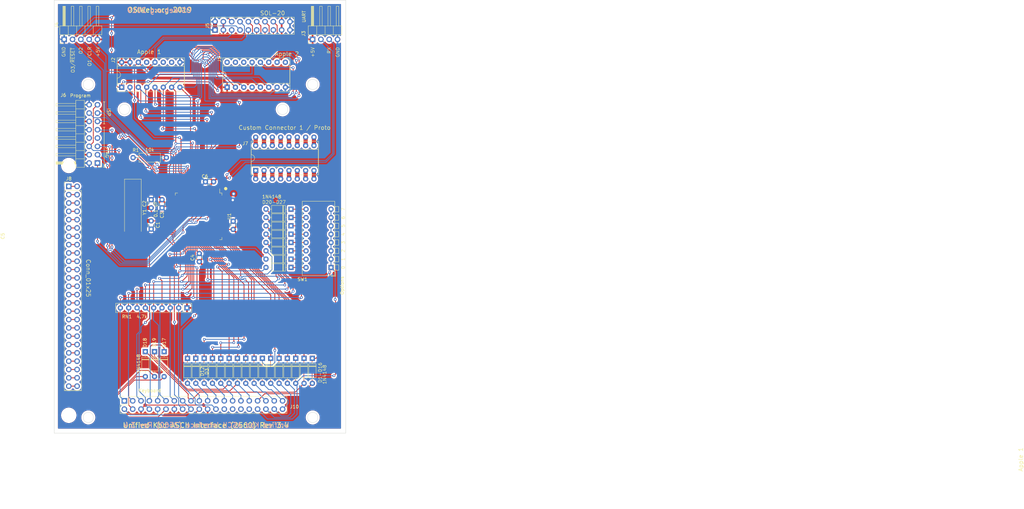
<source format=kicad_pcb>
(kicad_pcb (version 20171130) (host pcbnew "(5.1.6-0-10_14)")
  (title_block (title "Unified Retro Keyboard ASCII Interface (2560)") (date 2020-06-02) (rev 3.4))
  (layers (0 F.Cu signal) (31 B.Cu signal) (34 B.Paste user) (35 F.Paste user) (36 B.SilkS user) (37 F.SilkS user) (38 B.Mask user) (39 F.Mask user) (44 Edge.Cuts user))
  (net 0 "")
  (net 1 GND)
  (net 2 /Row3)
  (net 3 /Row0)
  (net 4 /Row1)
  (net 5 /Row4)
  (net 6 /Row5)
  (net 7 /Row7)
  (net 8 /D7)
  (net 9 /D1)
  (net 10 /D2)
  (net 11 /D3)
  (net 12 /D4)
  (net 13 /D5)
  (net 14 /D6)
  (net 15 /Col0)
  (net 16 /Col1)
  (net 17 /Col2)
  (net 18 /Col3)
  (net 19 /Col4)
  (net 20 /Col5)
  (net 21 /Col6)
  (net 22 /Col7)
  (net 23 /Row6)
  (net 24 /Row2)
  (net 25 /D0)
  (net 26 /~STROBE)
  (net 27 /Row10)
  (net 28 /Row9)
  (net 29 /Row8)
  (net 30 /Row15)
  (net 31 /Row14)
  (net 32 /Row13)
  (net 33 /Row12)
  (net 34 /Row11)
  (net 35 /Tx)
  (net 36 /Rx)
  (net 37 "Net-(D11-Pad1)")
  (net 38 "Net-(D12-Pad1)")
  (net 39 "Net-(D13-Pad1)")
  (net 40 "Net-(D14-Pad1)")
  (net 41 "Net-(D15-Pad1)")
  (net 42 "Net-(D16-Pad1)")
  (net 43 "Net-(D20-Pad1)")
  (net 44 "Net-(D24-Pad1)")
  (net 45 "Net-(D25-Pad1)")
  (net 46 "Net-(D26-Pad1)")
  (net 47 "Net-(D4-Pad1)")
  (net 48 "Net-(D5-Pad1)")
  (net 49 "Net-(D6-Pad1)")
  (net 50 "Net-(D7-Pad1)")
  (net 51 "Net-(D8-Pad1)")
  (net 52 "Net-(D9-Pad1)")
  (net 53 "Net-(D10-Pad1)")
  (net 54 "Net-(D27-Pad1)")
  (net 55 /LED1)
  (net 56 /OUT1)
  (net 57 /OUT2)
  (net 58 /OUT3)
  (net 59 /LED3)
  (net 60 /LED2)
  (net 61 "Net-(C1-Pad1)")
  (net 62 "Net-(C2-Pad1)")
  (net 63 "Net-(D21-Pad1)")
  (net 64 "Net-(D22-Pad1)")
  (net 65 "Net-(D23-Pad1)")
  (net 66 "Net-(J1-Pad9)")
  (net 67 "Net-(J1-Pad4)")
  (net 68 "Net-(J1-Pad14)")
  (net 69 "Net-(J1-Pad15)")
  (net 70 "Net-(J1-Pad16)")
  (net 71 "Net-(J2-Pad10)")
  (net 72 "Net-(J2-Pad11)")
  (net 73 "Net-(J2-Pad13)")
  (net 74 "Net-(U1-Pad98)")
  (net 75 "Net-(U1-Pad97)")
  (net 76 "Net-(U1-Pad96)")
  (net 77 "Net-(U1-Pad95)")
  (net 78 "Net-(U1-Pad94)")
  (net 79 "Net-(U1-Pad89)")
  (net 80 "Net-(U1-Pad88)")
  (net 81 "Net-(U1-Pad87)")
  (net 82 "Net-(U1-Pad86)")
  (net 83 "Net-(U1-Pad85)")
  (net 84 "Net-(U1-Pad84)")
  (net 85 "Net-(U1-Pad83)")
  (net 86 "Net-(U1-Pad82)")
  (net 87 "Net-(U1-Pad70)")
  (net 88 "Net-(U1-Pad52)")
  (net 89 "Net-(U1-Pad51)")
  (net 90 "Net-(U1-Pad47)")
  (net 91 "Net-(U1-Pad46)")
  (net 92 "Net-(U1-Pad45)")
  (net 93 "Net-(U1-Pad44)")
  (net 94 "Net-(U1-Pad43)")
  (net 95 "Net-(U1-Pad42)")
  (net 96 "Net-(U1-Pad41)")
  (net 97 "Net-(U1-Pad40)")
  (net 98 "Net-(U1-Pad39)")
  (net 99 "Net-(U1-Pad38)")
  (net 100 "Net-(U1-Pad37)")
  (net 101 "Net-(U1-Pad36)")
  (net 102 "Net-(U1-Pad35)")
  (net 103 "Net-(U1-Pad29)")
  (net 104 "Net-(U1-Pad28)")
  (net 105 "Net-(U1-Pad19)")
  (net 106 "Net-(U1-Pad9)")
  (net 107 "Net-(U1-Pad8)")
  (net 108 "Net-(U1-Pad7)")
  (net 109 "Net-(U1-Pad6)")
  (net 110 "Net-(U1-Pad5)")
  (net 111 "Net-(U1-Pad4)")
  (net 112 "Net-(U1-Pad1)")
  (net 113 VCC)
  (net 114 "Net-(J8-Pad1)")
  (net 115 "Net-(J8-Pad9)")
  (net 116 "Net-(J8-Pad2)")
  (net 117 "Net-(J8-Pad10)")
  (net 118 "Net-(J8-Pad3)")
  (net 119 "Net-(J8-Pad11)")
  (net 120 "Net-(J8-Pad4)")
  (net 121 "Net-(J8-Pad12)")
  (net 122 "Net-(J8-Pad5)")
  (net 123 "Net-(J8-Pad13)")
  (net 124 "Net-(J8-Pad6)")
  (net 125 "Net-(J8-Pad14)")
  (net 126 "Net-(J8-Pad7)")
  (net 127 "Net-(J8-Pad15)")
  (net 128 "Net-(J8-Pad8)")
  (net 129 "Net-(J8-Pad16)")
  (net 130 /TDI)
  (net 131 "Net-(J6-Pad8)")
  (net 132 "Net-(J6-Pad7)")
  (net 133 /~RESET)
  (net 134 /TMS)
  (net 135 /TDO)
  (net 136 /TCK)
  (net 137 "Net-(D1-Pad1)")
  (net 138 "Net-(D2-Pad1)")
  (net 139 "Net-(D3-Pad1)")
  (net 140 "Net-(D17-Pad2)")
  (net 141 "Net-(D18-Pad2)")
  (net 142 "Net-(D19-Pad2)")
  (net 143 "Net-(J7-Pad1)")
  (net 144 "Net-(J7-Pad9)")
  (net 145 "Net-(J7-Pad2)")
  (net 146 "Net-(J7-Pad10)")
  (net 147 "Net-(J7-Pad3)")
  (net 148 "Net-(J7-Pad11)")
  (net 149 "Net-(J7-Pad4)")
  (net 150 "Net-(J7-Pad12)")
  (net 151 "Net-(J7-Pad5)")
  (net 152 "Net-(J7-Pad13)")
  (net 153 "Net-(J7-Pad6)")
  (net 154 "Net-(J7-Pad14)")
  (net 155 "Net-(J7-Pad7)")
  (net 156 "Net-(J7-Pad15)")
  (net 157 "Net-(J7-Pad8)")
  (net 158 "Net-(J7-Pad16)")
  (net 159 "Net-(J10-Pad32)")
  (net 160 "Net-(J10-Pad30)")
  (net 161 "Net-(J10-Pad28)")
  (net 162 "Net-(J10-Pad26)")
  (net 163 "Net-(J8-Pad25)")
  (net 164 "Net-(J8-Pad24)")
  (net 165 "Net-(J8-Pad23)")
  (net 166 "Net-(J8-Pad22)")
  (net 167 "Net-(J8-Pad21)")
  (net 168 "Net-(J8-Pad20)")
  (net 169 "Net-(J8-Pad19)")
  (net 170 "Net-(J8-Pad18)")
  (net 171 "Net-(J8-Pad17)")
  (net 172 /MOSI)
  (net 173 /SCK)
  (net 174 /MISO)
  (module MountingHole:MountingHole_3.7mm (layer F.Cu) (at 168.252 177.446)
    (fp_text reference MH2 hide)
    (fp_text value "Apple II" hide)
    (pad 1 np_thru_hole circle (at 0 0) (size 3.7 3.7) (drill 3.7) (layers *.Cu *.Mask))
  )
  (module MountingHole:MountingHole_3.7mm (layer F.Cu) (at 168.252 101.246)
    (fp_text reference MH1 hide)
    (fp_text value "Apple II" hide)
    (pad 1 np_thru_hole circle (at 0 0) (size 3.7 3.7) (drill 3.7) (layers *.Cu *.Mask))
  )
  (module Connector_PinHeader_2.54mm:PinHeader_2x08_P2.54mm_Horizontal (layer F.Cu) (at 177.015 100.484 180)
    (fp_text reference J6 (at 10.414 20.701) (layer F.SilkS))
    (fp_text value Program (at 5.207 20.574) (layer F.SilkS))
    (pad 16 thru_hole oval (at 2.54 17.78 180) (size 1.7 1.7) (drill 1) (layers *.Cu *.Mask) (net 1 GND))
    (pad 15 thru_hole oval (at 0 17.78 180) (size 1.7 1.7) (drill 1) (layers *.Cu *.Mask) (net 133 /~RESET))
    (pad 14 thru_hole oval (at 2.54 15.24 180) (size 1.7 1.7) (drill 1) (layers *.Cu *.Mask) (net 172 /MOSI))
    (pad 13 thru_hole oval (at 0 15.24 180) (size 1.7 1.7) (drill 1) (layers *.Cu *.Mask) (net 173 /SCK))
    (pad 12 thru_hole oval (at 2.54 12.7 180) (size 1.7 1.7) (drill 1) (layers *.Cu *.Mask) (net 113 VCC))
    (pad 11 thru_hole oval (at 0 12.7 180) (size 1.7 1.7) (drill 1) (layers *.Cu *.Mask) (net 174 /MISO))
    (pad 10 thru_hole oval (at 2.54 10.16 180) (size 1.7 1.7) (drill 1) (layers *.Cu *.Mask) (net 1 GND))
    (pad 9 thru_hole oval (at 0 10.16 180) (size 1.7 1.7) (drill 1) (layers *.Cu *.Mask) (net 130 /TDI))
    (pad 8 thru_hole oval (at 2.54 7.62 180) (size 1.7 1.7) (drill 1) (layers *.Cu *.Mask) (net 131 "Net-(J6-Pad8)"))
    (pad 7 thru_hole oval (at 0 7.62 180) (size 1.7 1.7) (drill 1) (layers *.Cu *.Mask) (net 132 "Net-(J6-Pad7)"))
    (pad 6 thru_hole oval (at 2.54 5.08 180) (size 1.7 1.7) (drill 1) (layers *.Cu *.Mask) (net 133 /~RESET))
    (pad 5 thru_hole oval (at 0 5.08 180) (size 1.7 1.7) (drill 1) (layers *.Cu *.Mask) (net 134 /TMS))
    (pad 4 thru_hole oval (at 2.54 2.54 180) (size 1.7 1.7) (drill 1) (layers *.Cu *.Mask) (net 113 VCC))
    (pad 3 thru_hole oval (at 0 2.54 180) (size 1.7 1.7) (drill 1) (layers *.Cu *.Mask) (net 135 /TDO))
    (pad 2 thru_hole oval (at 2.54 0 180) (size 1.7 1.7) (drill 1) (layers *.Cu *.Mask) (net 1 GND))
    (pad 1 thru_hole rect (at 0 0 180) (size 1.7 1.7) (drill 1) (layers *.Cu *.Mask) (net 136 /TCK))
  )
  (module unikbd:D_DO-35_SOD27_P7.62mm_Horizontal_bypassed (layer F.Cu) (at 227.33 160.0724 270)
    (fp_text reference D15 hide)
    (fp_text value 1N4148)
    (fp_poly (pts (xy 7.239 0.127) (xy 0.381 0.127) (xy 0.381 0) (xy 7.239 0)) (layer F.Cu) (width 0.0508))
    (pad 1 thru_hole rect (at 0 0 270) (size 1.6 1.6) (drill 0.8) (layers *.Cu *.Mask) (net 41 "Net-(D15-Pad1)"))
    (pad 2 thru_hole oval (at 7.62 0 270) (size 1.6 1.6) (drill 0.8) (layers *.Cu *.Mask) (net 33 /Row12))
  )
  (module unikbd:D_DO-35_SOD27_P7.62mm_Horizontal_bypassed (layer F.Cu) (at 229.87 160.0724 270)
    (fp_text reference D6 hide)
    (fp_text value 1N4148)
    (fp_poly (pts (xy 7.239 0.127) (xy 0.381 0.127) (xy 0.381 0) (xy 7.239 0)) (layer F.Cu) (width 0.0508))
    (pad 1 thru_hole rect (at 0 0 270) (size 1.6 1.6) (drill 0.8) (layers *.Cu *.Mask) (net 49 "Net-(D6-Pad1)"))
    (pad 2 thru_hole oval (at 7.62 0 270) (size 1.6 1.6) (drill 0.8) (layers *.Cu *.Mask) (net 34 /Row11))
  )
  (module unikbd:D_DO-35_SOD27_P7.62mm_Horizontal_bypassed (layer F.Cu) (at 232.41 160.0724 270)
    (fp_text reference D14 hide)
    (fp_text value 1N4148)
    (fp_poly (pts (xy 7.239 0.127) (xy 0.381 0.127) (xy 0.381 0) (xy 7.239 0)) (layer F.Cu) (width 0.0508))
    (pad 1 thru_hole rect (at 0 0 270) (size 1.6 1.6) (drill 0.8) (layers *.Cu *.Mask) (net 40 "Net-(D14-Pad1)"))
    (pad 2 thru_hole oval (at 7.62 0 270) (size 1.6 1.6) (drill 0.8) (layers *.Cu *.Mask) (net 27 /Row10))
  )
  (module unikbd:D_DO-35_SOD27_P7.62mm_Horizontal_bypassed (layer F.Cu) (at 234.95 160.0724 270)
    (fp_text reference D5 hide)
    (fp_text value 1N4148)
    (fp_poly (pts (xy 7.239 0.127) (xy 0.381 0.127) (xy 0.381 0) (xy 7.239 0)) (layer F.Cu) (width 0.0508))
    (pad 1 thru_hole rect (at 0 0 270) (size 1.6 1.6) (drill 0.8) (layers *.Cu *.Mask) (net 48 "Net-(D5-Pad1)"))
    (pad 2 thru_hole oval (at 7.62 0 270) (size 1.6 1.6) (drill 0.8) (layers *.Cu *.Mask) (net 28 /Row9))
  )
  (module unikbd:D_DO-35_SOD27_P7.62mm_Horizontal_bypassed (layer F.Cu) (at 237.49 160.0724 270)
    (fp_text reference D13 hide)
    (fp_text value 1N4148)
    (fp_poly (pts (xy 7.239 0.127) (xy 0.381 0.127) (xy 0.381 0) (xy 7.239 0)) (layer F.Cu) (width 0.0508))
    (pad 1 thru_hole rect (at 0 0 270) (size 1.6 1.6) (drill 0.8) (layers *.Cu *.Mask) (net 39 "Net-(D13-Pad1)"))
    (pad 2 thru_hole oval (at 7.62 0 270) (size 1.6 1.6) (drill 0.8) (layers *.Cu *.Mask) (net 29 /Row8))
  )
  (module unikbd:D_DO-35_SOD27_P7.62mm_Horizontal_bypassed (layer F.Cu) (at 242.57 160.0724 270)
    (fp_text reference D8 hide)
    (fp_text value 1N4148)
    (fp_poly (pts (xy 7.239 0.127) (xy 0.381 0.127) (xy 0.381 0) (xy 7.239 0)) (layer F.Cu) (width 0.0508))
    (pad 1 thru_hole rect (at 0 0 270) (size 1.6 1.6) (drill 0.8) (layers *.Cu *.Mask) (net 51 "Net-(D8-Pad1)"))
    (pad 2 thru_hole oval (at 7.62 0 270) (size 1.6 1.6) (drill 0.8) (layers *.Cu *.Mask) (net 30 /Row15))
  )
  (module unikbd:D_DO-35_SOD27_P7.62mm_Horizontal_bypassed (layer F.Cu) (at 224.79 160.0724 270)
    (fp_text reference D7 hide)
    (fp_text value 1N4148)
    (fp_poly (pts (xy 7.239 0.127) (xy 0.381 0.127) (xy 0.381 0) (xy 7.239 0)) (layer F.Cu) (width 0.0508))
    (pad 1 thru_hole rect (at 0 0 270) (size 1.6 1.6) (drill 0.8) (layers *.Cu *.Mask) (net 50 "Net-(D7-Pad1)"))
    (pad 2 thru_hole oval (at 7.62 0 270) (size 1.6 1.6) (drill 0.8) (layers *.Cu *.Mask) (net 32 /Row13))
  )
  (module unikbd:D_DO-35_SOD27_P7.62mm_Horizontal_bypassed (layer F.Cu) (at 222.25 160.0724 270)
    (fp_text reference D16 hide)
    (fp_text value 1N4148)
    (fp_poly (pts (xy 7.239 0.127) (xy 0.381 0.127) (xy 0.381 0) (xy 7.239 0)) (layer F.Cu) (width 0.0508))
    (pad 1 thru_hole rect (at 0 0 270) (size 1.6 1.6) (drill 0.8) (layers *.Cu *.Mask) (net 42 "Net-(D16-Pad1)"))
    (pad 2 thru_hole oval (at 7.62 0 270) (size 1.6 1.6) (drill 0.8) (layers *.Cu *.Mask) (net 31 /Row14))
  )
  (module unikbd:D_DO-35_SOD27_P7.62mm_Horizontal_bypassed (layer F.Cu) (at 240.03 160.0724 270)
    (fp_text reference D4 hide)
    (fp_text value 1N4148)
    (fp_poly (pts (xy 7.239 0.127) (xy 0.381 0.127) (xy 0.381 0) (xy 7.239 0)) (layer F.Cu) (width 0.0508))
    (pad 1 thru_hole rect (at 0 0 270) (size 1.6 1.6) (drill 0.8) (layers *.Cu *.Mask) (net 47 "Net-(D4-Pad1)"))
    (pad 2 thru_hole oval (at 7.62 0 270) (size 1.6 1.6) (drill 0.8) (layers *.Cu *.Mask) (net 7 /Row7))
  )
  (module unikbd:D_DO-35_SOD27_P7.62mm_Horizontal_bypassed (layer F.Cu) (at 204.47 160.0724 270)
    (fp_text reference D12 (at 3.9878 -4.4958 90) (layer F.SilkS))
    (fp_text value 1N4148)
    (fp_poly (pts (xy 7.239 0.127) (xy 0.381 0.127) (xy 0.381 0) (xy 7.239 0)) (layer F.Cu) (width 0.0508))
    (pad 1 thru_hole rect (at 0 0 270) (size 1.6 1.6) (drill 0.8) (layers *.Cu *.Mask) (net 38 "Net-(D12-Pad1)"))
    (pad 2 thru_hole oval (at 7.62 0 270) (size 1.6 1.6) (drill 0.8) (layers *.Cu *.Mask) (net 23 /Row6))
  )
  (module unikbd:D_DO-35_SOD27_P7.62mm_Horizontal_bypassed (layer F.Cu) (at 209.55 160.0724 270)
    (fp_text reference D11 hide)
    (fp_text value 1N4148)
    (fp_poly (pts (xy 7.239 0.127) (xy 0.381 0.127) (xy 0.381 0) (xy 7.239 0)) (layer F.Cu) (width 0.0508))
    (pad 1 thru_hole rect (at 0 0 270) (size 1.6 1.6) (drill 0.8) (layers *.Cu *.Mask) (net 37 "Net-(D11-Pad1)"))
    (pad 2 thru_hole oval (at 7.62 0 270) (size 1.6 1.6) (drill 0.8) (layers *.Cu *.Mask) (net 5 /Row4))
  )
  (module unikbd:D_DO-35_SOD27_P7.62mm_Horizontal_bypassed (layer F.Cu) (at 214.63 160.0724 270)
    (fp_text reference D10 hide)
    (fp_text value 1N4148)
    (fp_poly (pts (xy 7.239 0.127) (xy 0.381 0.127) (xy 0.381 0) (xy 7.239 0)) (layer F.Cu) (width 0.0508))
    (pad 1 thru_hole rect (at 0 0 270) (size 1.6 1.6) (drill 0.8) (layers *.Cu *.Mask) (net 53 "Net-(D10-Pad1)"))
    (pad 2 thru_hole oval (at 7.62 0 270) (size 1.6 1.6) (drill 0.8) (layers *.Cu *.Mask) (net 24 /Row2))
  )
  (module unikbd:D_DO-35_SOD27_P7.62mm_Horizontal_bypassed (layer F.Cu) (at 219.71 160.0724 270)
    (fp_text reference D9 hide)
    (fp_text value 1N4148)
    (fp_poly (pts (xy 7.239 0.127) (xy 0.381 0.127) (xy 0.381 0) (xy 7.239 0)) (layer F.Cu) (width 0.0508))
    (pad 1 thru_hole rect (at 0 0 270) (size 1.6 1.6) (drill 0.8) (layers *.Cu *.Mask) (net 52 "Net-(D9-Pad1)"))
    (pad 2 thru_hole oval (at 7.62 0 270) (size 1.6 1.6) (drill 0.8) (layers *.Cu *.Mask) (net 3 /Row0))
  )
  (module unikbd:D_DO-35_SOD27_P7.62mm_Horizontal_bypassed (layer F.Cu) (at 207.01 160.0724 270)
    (fp_text reference D3 (at 4.0132 -3.3528 90) (layer F.SilkS))
    (fp_text value 1N4148)
    (fp_poly (pts (xy 7.239 0.127) (xy 0.381 0.127) (xy 0.381 0) (xy 7.239 0)) (layer F.Cu) (width 0.0508))
    (pad 1 thru_hole rect (at 0 0 270) (size 1.6 1.6) (drill 0.8) (layers *.Cu *.Mask) (net 139 "Net-(D3-Pad1)"))
    (pad 2 thru_hole oval (at 7.62 0 270) (size 1.6 1.6) (drill 0.8) (layers *.Cu *.Mask) (net 6 /Row5))
  )
  (module unikbd:D_DO-35_SOD27_P7.62mm_Horizontal_bypassed (layer F.Cu) (at 212.09 160.0724 270)
    (fp_text reference D2 hide)
    (fp_text value 1N4148)
    (fp_poly (pts (xy 7.239 0.127) (xy 0.381 0.127) (xy 0.381 0) (xy 7.239 0)) (layer F.Cu) (width 0.0508))
    (pad 1 thru_hole rect (at 0 0 270) (size 1.6 1.6) (drill 0.8) (layers *.Cu *.Mask) (net 138 "Net-(D2-Pad1)"))
    (pad 2 thru_hole oval (at 7.62 0 270) (size 1.6 1.6) (drill 0.8) (layers *.Cu *.Mask) (net 2 /Row3))
  )
  (module unikbd:D_DO-35_SOD27_P7.62mm_Horizontal_bypassed (layer F.Cu) (at 217.17 160.0724 270)
    (fp_text reference D1 hide)
    (fp_text value 1N4148)
    (fp_poly (pts (xy 7.239 0.127) (xy 0.381 0.127) (xy 0.381 0) (xy 7.239 0)) (layer F.Cu) (width 0.0508))
    (pad 1 thru_hole rect (at 0 0 270) (size 1.6 1.6) (drill 0.8) (layers *.Cu *.Mask) (net 137 "Net-(D1-Pad1)"))
    (pad 2 thru_hole oval (at 7.62 0 270) (size 1.6 1.6) (drill 0.8) (layers *.Cu *.Mask) (net 4 /Row1))
  )
  (module unikbd:ExpansionHeader_1x25_P2.54 (layer F.Cu) (at 168.252 107.596)
    (fp_text reference J8 (at 0 -2.33) (layer F.SilkS))
    (fp_text value Conn_01x25 (at 5.969 28.0035 270 unlocked) (layer F.SilkS) (effects (font (size 1.27 1.27))))
    (fp_line (start 0 40.64) (end 2.54 40.64) (layer F.Cu) (width 0.254))
    (fp_line (start 0 43.18) (end 2.54 43.18) (layer F.Cu) (width 0.254))
    (fp_line (start 0 38.1) (end 2.54 38.1) (layer F.Cu) (width 0.254))
    (fp_line (start 0 48.26) (end 2.54 48.26) (layer F.Cu) (width 0.254))
    (fp_line (start 0 45.72) (end 2.54 45.72) (layer F.Cu) (width 0.254))
    (fp_line (start 0 53.34) (end 2.54 53.34) (layer F.Cu) (width 0.254))
    (fp_line (start 0 55.88) (end 2.54 55.88) (layer F.Cu) (width 0.254))
    (fp_line (start 0 50.8) (end 2.54 50.8) (layer F.Cu) (width 0.254))
    (fp_line (start 0 60.96) (end 2.54 60.96) (layer F.Cu) (width 0.254))
    (fp_line (start 0 58.42) (end 2.54 58.42) (layer F.Cu) (width 0.254))
    (fp_line (start 0 33.02) (end 2.54 33.02) (layer F.Cu) (width 0.254))
    (fp_line (start 0 35.56) (end 2.54 35.56) (layer F.Cu) (width 0.254))
    (fp_line (start 0 25.4) (end 2.54 25.4) (layer F.Cu) (width 0.254))
    (fp_line (start 0 30.48) (end 2.54 30.48) (layer F.Cu) (width 0.254))
    (fp_line (start 0 27.94) (end 2.54 27.94) (layer F.Cu) (width 0.254))
    (fp_line (start 0 20.32) (end 2.54 20.32) (layer F.Cu) (width 0.254))
    (fp_line (start 0 22.86) (end 2.54 22.86) (layer F.Cu) (width 0.254))
    (fp_line (start 0 12.7) (end 2.54 12.7) (layer F.Cu) (width 0.254))
    (fp_line (start 0 17.78) (end 2.54 17.78) (layer F.Cu) (width 0.254))
    (fp_line (start 0 15.24) (end 2.54 15.24) (layer F.Cu) (width 0.254))
    (fp_line (start 0 10.16) (end 2.54 10.16) (layer F.Cu) (width 0.254))
    (fp_line (start 0 7.62) (end 2.54 7.62) (layer F.Cu) (width 0.254))
    (fp_line (start 0 5.08) (end 2.54 5.08) (layer F.Cu) (width 0.254))
    (fp_line (start 0 2.54) (end 2.54 2.54) (layer F.Cu) (width 0.254))
    (fp_line (start 0 0) (end 2.54 0) (layer F.Cu) (width 0.254))
    (pad 26 thru_hole circle (at 2.54 0) (size 1.7 1.7) (drill 1) (layers *.Cu *.Mask))
    (pad 27 thru_hole oval (at 2.54 2.54) (size 1.7 1.7) (drill 1) (layers *.Cu *.Mask))
    (pad 28 thru_hole oval (at 2.54 5.08) (size 1.7 1.7) (drill 1) (layers *.Cu *.Mask))
    (pad 29 thru_hole oval (at 2.54 7.62) (size 1.7 1.7) (drill 1) (layers *.Cu *.Mask))
    (pad 30 thru_hole oval (at 2.54 10.16) (size 1.7 1.7) (drill 1) (layers *.Cu *.Mask))
    (pad 31 thru_hole oval (at 2.54 12.7) (size 1.7 1.7) (drill 1) (layers *.Cu *.Mask))
    (pad 32 thru_hole oval (at 2.54 15.24) (size 1.7 1.7) (drill 1) (layers *.Cu *.Mask))
    (pad 33 thru_hole oval (at 2.54 17.78) (size 1.7 1.7) (drill 1) (layers *.Cu *.Mask))
    (pad 34 thru_hole oval (at 2.54 20.32) (size 1.7 1.7) (drill 1) (layers *.Cu *.Mask))
    (pad 35 thru_hole oval (at 2.54 22.86) (size 1.7 1.7) (drill 1) (layers *.Cu *.Mask))
    (pad 36 thru_hole oval (at 2.54 25.4) (size 1.7 1.7) (drill 1) (layers *.Cu *.Mask))
    (pad 37 thru_hole oval (at 2.54 27.94) (size 1.7 1.7) (drill 1) (layers *.Cu *.Mask))
    (pad 38 thru_hole oval (at 2.54 30.48) (size 1.7 1.7) (drill 1) (layers *.Cu *.Mask))
    (pad 39 thru_hole oval (at 2.54 33.02) (size 1.7 1.7) (drill 1) (layers *.Cu *.Mask))
    (pad 40 thru_hole oval (at 2.54 35.56) (size 1.7 1.7) (drill 1) (layers *.Cu *.Mask))
    (pad 50 thru_hole oval (at 2.54 60.96) (size 1.7 1.7) (drill 1) (layers *.Cu *.Mask))
    (pad 49 thru_hole oval (at 2.54 58.42) (size 1.7 1.7) (drill 1) (layers *.Cu *.Mask))
    (pad 48 thru_hole oval (at 2.54 55.88) (size 1.7 1.7) (drill 1) (layers *.Cu *.Mask))
    (pad 47 thru_hole oval (at 2.54 53.34) (size 1.7 1.7) (drill 1) (layers *.Cu *.Mask))
    (pad 46 thru_hole oval (at 2.54 50.8) (size 1.7 1.7) (drill 1) (layers *.Cu *.Mask))
    (pad 45 thru_hole oval (at 2.54 48.26) (size 1.7 1.7) (drill 1) (layers *.Cu *.Mask))
    (pad 44 thru_hole oval (at 2.54 45.72) (size 1.7 1.7) (drill 1) (layers *.Cu *.Mask))
    (pad 43 thru_hole oval (at 2.54 43.18) (size 1.7 1.7) (drill 1) (layers *.Cu *.Mask))
    (pad 42 thru_hole oval (at 2.54 40.64) (size 1.7 1.7) (drill 1) (layers *.Cu *.Mask))
    (pad 41 thru_hole oval (at 2.54 38.1) (size 1.7 1.7) (drill 1) (layers *.Cu *.Mask))
    (pad 16 thru_hole oval (at 0 38.1) (size 1.7 1.7) (drill 1) (layers *.Cu *.Mask) (net 129 "Net-(J8-Pad16)"))
    (pad 17 thru_hole oval (at 0 40.64) (size 1.7 1.7) (drill 1) (layers *.Cu *.Mask) (net 171 "Net-(J8-Pad17)"))
    (pad 18 thru_hole oval (at 0 43.18) (size 1.7 1.7) (drill 1) (layers *.Cu *.Mask) (net 170 "Net-(J8-Pad18)"))
    (pad 19 thru_hole oval (at 0 45.72) (size 1.7 1.7) (drill 1) (layers *.Cu *.Mask) (net 169 "Net-(J8-Pad19)"))
    (pad 20 thru_hole oval (at 0 48.26) (size 1.7 1.7) (drill 1) (layers *.Cu *.Mask) (net 168 "Net-(J8-Pad20)"))
    (pad 21 thru_hole oval (at 0 50.8) (size 1.7 1.7) (drill 1) (layers *.Cu *.Mask) (net 167 "Net-(J8-Pad21)"))
    (pad 22 thru_hole oval (at 0 53.34) (size 1.7 1.7) (drill 1) (layers *.Cu *.Mask) (net 166 "Net-(J8-Pad22)"))
    (pad 23 thru_hole oval (at 0 55.88) (size 1.7 1.7) (drill 1) (layers *.Cu *.Mask) (net 165 "Net-(J8-Pad23)"))
    (pad 24 thru_hole oval (at 0 58.42) (size 1.7 1.7) (drill 1) (layers *.Cu *.Mask) (net 164 "Net-(J8-Pad24)"))
    (pad 25 thru_hole oval (at 0 60.96) (size 1.7 1.7) (drill 1) (layers *.Cu *.Mask) (net 163 "Net-(J8-Pad25)"))
    (pad 15 thru_hole oval (at 0 35.56) (size 1.7 1.7) (drill 1) (layers *.Cu *.Mask) (net 127 "Net-(J8-Pad15)"))
    (pad 14 thru_hole oval (at 0 33.02) (size 1.7 1.7) (drill 1) (layers *.Cu *.Mask) (net 125 "Net-(J8-Pad14)"))
    (pad 13 thru_hole oval (at 0 30.48) (size 1.7 1.7) (drill 1) (layers *.Cu *.Mask) (net 123 "Net-(J8-Pad13)"))
    (pad 12 thru_hole oval (at 0 27.94) (size 1.7 1.7) (drill 1) (layers *.Cu *.Mask) (net 121 "Net-(J8-Pad12)"))
    (pad 11 thru_hole oval (at 0 25.4) (size 1.7 1.7) (drill 1) (layers *.Cu *.Mask) (net 119 "Net-(J8-Pad11)"))
    (pad 10 thru_hole oval (at 0 22.86) (size 1.7 1.7) (drill 1) (layers *.Cu *.Mask) (net 117 "Net-(J8-Pad10)"))
    (pad 9 thru_hole oval (at 0 20.32) (size 1.7 1.7) (drill 1) (layers *.Cu *.Mask) (net 115 "Net-(J8-Pad9)"))
    (pad 8 thru_hole oval (at 0 17.78) (size 1.7 1.7) (drill 1) (layers *.Cu *.Mask) (net 128 "Net-(J8-Pad8)"))
    (pad 7 thru_hole oval (at 0 15.24) (size 1.7 1.7) (drill 1) (layers *.Cu *.Mask) (net 126 "Net-(J8-Pad7)"))
    (pad 6 thru_hole oval (at 0 12.7) (size 1.7 1.7) (drill 1) (layers *.Cu *.Mask) (net 124 "Net-(J8-Pad6)"))
    (pad 5 thru_hole oval (at 0 10.16) (size 1.7 1.7) (drill 1) (layers *.Cu *.Mask) (net 122 "Net-(J8-Pad5)"))
    (pad 4 thru_hole oval (at 0 7.62) (size 1.7 1.7) (drill 1) (layers *.Cu *.Mask) (net 120 "Net-(J8-Pad4)"))
    (pad 3 thru_hole oval (at 0 5.08) (size 1.7 1.7) (drill 1) (layers *.Cu *.Mask) (net 118 "Net-(J8-Pad3)"))
    (pad 2 thru_hole oval (at 0 2.54) (size 1.7 1.7) (drill 1) (layers *.Cu *.Mask) (net 116 "Net-(J8-Pad2)"))
    (pad 1 thru_hole rect (at 0 0) (size 1.7 1.7) (drill 1) (layers *.Cu *.Mask) (net 114 "Net-(J8-Pad1)"))
  )
  (module "" (layer F.Cu) (at 230.355 88.165)
    (fp_text reference "" (at 225.275 102.77) (layer F.SilkS) (effects (font (size 1.27 1.27))))
    (fp_text value "" (at 225.275 102.77) (layer F.SilkS) (effects (font (size 1.27 1.27))))
    (fp_text user "Apple 1" (at 228.323 102.77 90) (layer F.SilkS) (effects (font (size 1.27 1.27))))
  )
  (module unikbd:DIP-16_W7.62mm_Proto (layer F.Cu) (at 225.275 102.77 90)
    (fp_text reference J7 (at 8.255 -3.175 180) (layer F.SilkS))
    (fp_text value "Custom Connector 1 / Proto" (at 13.081 8.8265) (layer F.SilkS) (effects (font (size 1.27 1.27))))
    (fp_line (start 10.16 17.78) (end 7.62 17.78) (layer F.Cu) (width 1.27))
    (fp_line (start 10.16 15.24) (end 7.62 15.24) (layer F.Cu) (width 1.27))
    (fp_line (start 10.16 12.7) (end 7.62 12.7) (layer F.Cu) (width 1.27))
    (fp_line (start 10.16 10.16) (end 7.62 10.16) (layer F.Cu) (width 1.27))
    (fp_line (start 10.16 7.62) (end 7.62 7.62) (layer F.Cu) (width 1.27))
    (fp_line (start 10.16 5.08) (end 7.62 5.08) (layer F.Cu) (width 1.27))
    (fp_line (start 10.16 2.54) (end 7.62 2.54) (layer F.Cu) (width 1.27))
    (fp_line (start 10.16 0) (end 7.62 0) (layer F.Cu) (width 1.27))
    (fp_line (start 0 0) (end -2.54 0) (layer F.Cu) (width 1.27))
    (fp_line (start 0 2.54) (end -2.54 2.54) (layer F.Cu) (width 1.27))
    (fp_line (start 0 5.08) (end -2.54 5.08) (layer F.Cu) (width 1.27))
    (fp_line (start 0 7.62) (end -2.54 7.62) (layer F.Cu) (width 1.27))
    (fp_line (start 0 10.16) (end -2.54 10.16) (layer F.Cu) (width 1.27))
    (fp_line (start 0 12.7) (end -2.54 12.7) (layer F.Cu) (width 1.27))
    (fp_line (start 0 15.24) (end -2.54 15.24) (layer F.Cu) (width 1.27))
    (fp_line (start 0 17.78) (end -2.54 17.78) (layer F.Cu) (width 1.27))
    (pad 46 thru_hole oval (at 10.16 17.78 90) (size 1.6 1.6) (drill 0.8) (layers *.Cu *.Mask))
    (pad 45 thru_hole oval (at -2.54 17.78 90) (size 1.6 1.6) (drill 0.8) (layers *.Cu *.Mask))
    (pad 42 thru_hole oval (at 10.16 15.24 90) (size 1.6 1.6) (drill 0.8) (layers *.Cu *.Mask))
    (pad 41 thru_hole oval (at -2.54 15.24 90) (size 1.6 1.6) (drill 0.8) (layers *.Cu *.Mask))
    (pad 38 thru_hole oval (at 10.16 12.7 90) (size 1.6 1.6) (drill 0.8) (layers *.Cu *.Mask))
    (pad 37 thru_hole oval (at -2.54 12.7 90) (size 1.6 1.6) (drill 0.8) (layers *.Cu *.Mask))
    (pad 34 thru_hole oval (at 10.16 10.16 90) (size 1.6 1.6) (drill 0.8) (layers *.Cu *.Mask))
    (pad 33 thru_hole oval (at -2.54 10.16 90) (size 1.6 1.6) (drill 0.8) (layers *.Cu *.Mask))
    (pad 30 thru_hole oval (at 10.16 7.62 90) (size 1.6 1.6) (drill 0.8) (layers *.Cu *.Mask))
    (pad 29 thru_hole oval (at -2.54 7.62 90) (size 1.6 1.6) (drill 0.8) (layers *.Cu *.Mask))
    (pad 26 thru_hole oval (at 10.16 5.08 90) (size 1.6 1.6) (drill 0.8) (layers *.Cu *.Mask))
    (pad 25 thru_hole oval (at -2.54 5.08 90) (size 1.6 1.6) (drill 0.8) (layers *.Cu *.Mask))
    (pad 22 thru_hole oval (at 10.16 2.54 90) (size 1.6 1.6) (drill 0.8) (layers *.Cu *.Mask))
    (pad 21 thru_hole oval (at -2.54 2.54 90) (size 1.6 1.6) (drill 0.8) (layers *.Cu *.Mask))
    (pad 18 thru_hole oval (at 10.16 0 90) (size 1.6 1.6) (drill 0.8) (layers *.Cu *.Mask))
    (pad 17 thru_hole oval (at -2.54 0 90) (size 1.6 1.6) (drill 0.8) (layers *.Cu *.Mask))
    (pad 1 thru_hole rect (at 0 0 90) (size 1.6 1.6) (drill 0.8) (layers *.Cu *.Mask) (net 143 "Net-(J7-Pad1)"))
    (pad 9 thru_hole oval (at 7.62 17.78 90) (size 1.6 1.6) (drill 0.8) (layers *.Cu *.Mask) (net 144 "Net-(J7-Pad9)"))
    (pad 2 thru_hole oval (at 0 2.54 90) (size 1.6 1.6) (drill 0.8) (layers *.Cu *.Mask) (net 145 "Net-(J7-Pad2)"))
    (pad 10 thru_hole oval (at 7.62 15.24 90) (size 1.6 1.6) (drill 0.8) (layers *.Cu *.Mask) (net 146 "Net-(J7-Pad10)"))
    (pad 3 thru_hole oval (at 0 5.08 90) (size 1.6 1.6) (drill 0.8) (layers *.Cu *.Mask) (net 147 "Net-(J7-Pad3)"))
    (pad 11 thru_hole oval (at 7.62 12.7 90) (size 1.6 1.6) (drill 0.8) (layers *.Cu *.Mask) (net 148 "Net-(J7-Pad11)"))
    (pad 4 thru_hole oval (at 0 7.62 90) (size 1.6 1.6) (drill 0.8) (layers *.Cu *.Mask) (net 149 "Net-(J7-Pad4)"))
    (pad 12 thru_hole oval (at 7.62 10.16 90) (size 1.6 1.6) (drill 0.8) (layers *.Cu *.Mask) (net 150 "Net-(J7-Pad12)"))
    (pad 5 thru_hole oval (at 0 10.16 90) (size 1.6 1.6) (drill 0.8) (layers *.Cu *.Mask) (net 151 "Net-(J7-Pad5)"))
    (pad 13 thru_hole oval (at 7.62 7.62 90) (size 1.6 1.6) (drill 0.8) (layers *.Cu *.Mask) (net 152 "Net-(J7-Pad13)"))
    (pad 6 thru_hole oval (at 0 12.7 90) (size 1.6 1.6) (drill 0.8) (layers *.Cu *.Mask) (net 153 "Net-(J7-Pad6)"))
    (pad 14 thru_hole oval (at 7.62 5.08 90) (size 1.6 1.6) (drill 0.8) (layers *.Cu *.Mask) (net 154 "Net-(J7-Pad14)"))
    (pad 7 thru_hole oval (at 0 15.24 90) (size 1.6 1.6) (drill 0.8) (layers *.Cu *.Mask) (net 155 "Net-(J7-Pad7)"))
    (pad 15 thru_hole oval (at 7.62 2.54 90) (size 1.6 1.6) (drill 0.8) (layers *.Cu *.Mask) (net 156 "Net-(J7-Pad15)"))
    (pad 8 thru_hole oval (at 0 17.78 90) (size 1.6 1.6) (drill 0.8) (layers *.Cu *.Mask) (net 157 "Net-(J7-Pad8)"))
    (pad 16 thru_hole oval (at 7.62 0 90) (size 1.6 1.6) (drill 0.8) (layers *.Cu *.Mask) (net 158 "Net-(J7-Pad16)"))
  )
  (module Package_QFP:TQFP-100_14x14mm_P0.5mm (layer F.Cu) (at 207.876 116.74 270)
    (fp_text reference U1 (at 0 -9.35 90) (layer F.SilkS))
    (fp_text value ATmega2560-16AU)
    (pad 100 smd roundrect (at -6 -7.6625 270) (size 0.3 1.475) (layers F.Cu F.Paste F.Mask) (net 113 VCC))
    (pad 99 smd roundrect (at -5.5 -7.6625 270) (size 0.3 1.475) (layers F.Cu F.Paste F.Mask) (net 1 GND))
    (pad 98 smd roundrect (at -5 -7.6625 270) (size 0.3 1.475) (layers F.Cu F.Paste F.Mask) (net 74 "Net-(U1-Pad98)"))
    (pad 97 smd roundrect (at -4.5 -7.6625 270) (size 0.3 1.475) (layers F.Cu F.Paste F.Mask) (net 75 "Net-(U1-Pad97)"))
    (pad 96 smd roundrect (at -4 -7.6625 270) (size 0.3 1.475) (layers F.Cu F.Paste F.Mask) (net 76 "Net-(U1-Pad96)"))
    (pad 95 smd roundrect (at -3.5 -7.6625 270) (size 0.3 1.475) (layers F.Cu F.Paste F.Mask) (net 77 "Net-(U1-Pad95)"))
    (pad 94 smd roundrect (at -3 -7.6625 270) (size 0.3 1.475) (layers F.Cu F.Paste F.Mask) (net 78 "Net-(U1-Pad94)"))
    (pad 93 smd roundrect (at -2.5 -7.6625 270) (size 0.3 1.475) (layers F.Cu F.Paste F.Mask) (net 136 /TCK))
    (pad 92 smd roundrect (at -2 -7.6625 270) (size 0.3 1.475) (layers F.Cu F.Paste F.Mask) (net 134 /TMS))
    (pad 91 smd roundrect (at -1.5 -7.6625 270) (size 0.3 1.475) (layers F.Cu F.Paste F.Mask) (net 135 /TDO))
    (pad 90 smd roundrect (at -1 -7.6625 270) (size 0.3 1.475) (layers F.Cu F.Paste F.Mask) (net 130 /TDI))
    (pad 89 smd roundrect (at -0.5 -7.6625 270) (size 0.3 1.475) (layers F.Cu F.Paste F.Mask) (net 79 "Net-(U1-Pad89)"))
    (pad 88 smd roundrect (at 0 -7.6625 270) (size 0.3 1.475) (layers F.Cu F.Paste F.Mask) (net 80 "Net-(U1-Pad88)"))
    (pad 87 smd roundrect (at 0.5 -7.6625 270) (size 0.3 1.475) (layers F.Cu F.Paste F.Mask) (net 81 "Net-(U1-Pad87)"))
    (pad 86 smd roundrect (at 1 -7.6625 270) (size 0.3 1.475) (layers F.Cu F.Paste F.Mask) (net 82 "Net-(U1-Pad86)"))
    (pad 85 smd roundrect (at 1.5 -7.6625 270) (size 0.3 1.475) (layers F.Cu F.Paste F.Mask) (net 83 "Net-(U1-Pad85)"))
    (pad 84 smd roundrect (at 2 -7.6625 270) (size 0.3 1.475) (layers F.Cu F.Paste F.Mask) (net 84 "Net-(U1-Pad84)"))
    (pad 83 smd roundrect (at 2.5 -7.6625 270) (size 0.3 1.475) (layers F.Cu F.Paste F.Mask) (net 85 "Net-(U1-Pad83)"))
    (pad 82 smd roundrect (at 3 -7.6625 270) (size 0.3 1.475) (layers F.Cu F.Paste F.Mask) (net 86 "Net-(U1-Pad82)"))
    (pad 81 smd roundrect (at 3.5 -7.6625 270) (size 0.3 1.475) (layers F.Cu F.Paste F.Mask) (net 1 GND))
    (pad 80 smd roundrect (at 4 -7.6625 270) (size 0.3 1.475) (layers F.Cu F.Paste F.Mask) (net 113 VCC))
    (pad 79 smd roundrect (at 4.5 -7.6625 270) (size 0.3 1.475) (layers F.Cu F.Paste F.Mask) (net 47 "Net-(D4-Pad1)"))
    (pad 78 smd roundrect (at 5 -7.6625 270) (size 0.3 1.475) (layers F.Cu F.Paste F.Mask) (net 39 "Net-(D13-Pad1)"))
    (pad 77 smd roundrect (at 5.5 -7.6625 270) (size 0.3 1.475) (layers F.Cu F.Paste F.Mask) (net 48 "Net-(D5-Pad1)"))
    (pad 76 smd roundrect (at 6 -7.6625 270) (size 0.3 1.475) (layers F.Cu F.Paste F.Mask) (net 40 "Net-(D14-Pad1)"))
    (pad 75 smd roundrect (at 7.6625 -6 270) (size 1.475 0.3) (layers F.Cu F.Paste F.Mask) (net 49 "Net-(D6-Pad1)"))
    (pad 74 smd roundrect (at 7.6625 -5.5 270) (size 1.475 0.3) (layers F.Cu F.Paste F.Mask) (net 41 "Net-(D15-Pad1)"))
    (pad 73 smd roundrect (at 7.6625 -5 270) (size 1.475 0.3) (layers F.Cu F.Paste F.Mask) (net 50 "Net-(D7-Pad1)"))
    (pad 72 smd roundrect (at 7.6625 -4.5 270) (size 1.475 0.3) (layers F.Cu F.Paste F.Mask) (net 42 "Net-(D16-Pad1)"))
    (pad 71 smd roundrect (at 7.6625 -4 270) (size 1.475 0.3) (layers F.Cu F.Paste F.Mask) (net 51 "Net-(D8-Pad1)"))
    (pad 70 smd roundrect (at 7.6625 -3.5 270) (size 1.475 0.3) (layers F.Cu F.Paste F.Mask) (net 87 "Net-(U1-Pad70)"))
    (pad 69 smd roundrect (at 7.6625 -3 270) (size 1.475 0.3) (layers F.Cu F.Paste F.Mask) (net 38 "Net-(D12-Pad1)"))
    (pad 68 smd roundrect (at 7.6625 -2.5 270) (size 1.475 0.3) (layers F.Cu F.Paste F.Mask) (net 139 "Net-(D3-Pad1)"))
    (pad 67 smd roundrect (at 7.6625 -2 270) (size 1.475 0.3) (layers F.Cu F.Paste F.Mask) (net 37 "Net-(D11-Pad1)"))
    (pad 66 smd roundrect (at 7.6625 -1.5 270) (size 1.475 0.3) (layers F.Cu F.Paste F.Mask) (net 138 "Net-(D2-Pad1)"))
    (pad 65 smd roundrect (at 7.6625 -1 270) (size 1.475 0.3) (layers F.Cu F.Paste F.Mask) (net 53 "Net-(D10-Pad1)"))
    (pad 64 smd roundrect (at 7.6625 -0.5 270) (size 1.475 0.3) (layers F.Cu F.Paste F.Mask) (net 137 "Net-(D1-Pad1)"))
    (pad 63 smd roundrect (at 7.6625 0 270) (size 1.475 0.3) (layers F.Cu F.Paste F.Mask) (net 52 "Net-(D9-Pad1)"))
    (pad 62 smd roundrect (at 7.6625 0.5 270) (size 1.475 0.3) (layers F.Cu F.Paste F.Mask) (net 1 GND))
    (pad 61 smd roundrect (at 7.6625 1 270) (size 1.475 0.3) (layers F.Cu F.Paste F.Mask) (net 113 VCC))
    (pad 60 smd roundrect (at 7.6625 1.5 270) (size 1.475 0.3) (layers F.Cu F.Paste F.Mask) (net 22 /Col7))
    (pad 59 smd roundrect (at 7.6625 2 270) (size 1.475 0.3) (layers F.Cu F.Paste F.Mask) (net 21 /Col6))
    (pad 58 smd roundrect (at 7.6625 2.5 270) (size 1.475 0.3) (layers F.Cu F.Paste F.Mask) (net 20 /Col5))
    (pad 57 smd roundrect (at 7.6625 3 270) (size 1.475 0.3) (layers F.Cu F.Paste F.Mask) (net 19 /Col4))
    (pad 56 smd roundrect (at 7.6625 3.5 270) (size 1.475 0.3) (layers F.Cu F.Paste F.Mask) (net 18 /Col3))
    (pad 55 smd roundrect (at 7.6625 4 270) (size 1.475 0.3) (layers F.Cu F.Paste F.Mask) (net 17 /Col2))
    (pad 54 smd roundrect (at 7.6625 4.5 270) (size 1.475 0.3) (layers F.Cu F.Paste F.Mask) (net 16 /Col1))
    (pad 53 smd roundrect (at 7.6625 5 270) (size 1.475 0.3) (layers F.Cu F.Paste F.Mask) (net 15 /Col0))
    (pad 52 smd roundrect (at 7.6625 5.5 270) (size 1.475 0.3) (layers F.Cu F.Paste F.Mask) (net 88 "Net-(U1-Pad52)"))
    (pad 51 smd roundrect (at 7.6625 6 270) (size 1.475 0.3) (layers F.Cu F.Paste F.Mask) (net 89 "Net-(U1-Pad51)"))
    (pad 50 smd roundrect (at 6 7.6625 270) (size 0.3 1.475) (layers F.Cu F.Paste F.Mask) (net 59 /LED3))
    (pad 49 smd roundrect (at 5.5 7.6625 270) (size 0.3 1.475) (layers F.Cu F.Paste F.Mask) (net 60 /LED2))
    (pad 48 smd roundrect (at 5 7.6625 270) (size 0.3 1.475) (layers F.Cu F.Paste F.Mask) (net 55 /LED1))
    (pad 47 smd roundrect (at 4.5 7.6625 270) (size 0.3 1.475) (layers F.Cu F.Paste F.Mask) (net 90 "Net-(U1-Pad47)"))
    (pad 46 smd roundrect (at 4 7.6625 270) (size 0.3 1.475) (layers F.Cu F.Paste F.Mask) (net 91 "Net-(U1-Pad46)"))
    (pad 45 smd roundrect (at 3.5 7.6625 270) (size 0.3 1.475) (layers F.Cu F.Paste F.Mask) (net 92 "Net-(U1-Pad45)"))
    (pad 44 smd roundrect (at 3 7.6625 270) (size 0.3 1.475) (layers F.Cu F.Paste F.Mask) (net 93 "Net-(U1-Pad44)"))
    (pad 43 smd roundrect (at 2.5 7.6625 270) (size 0.3 1.475) (layers F.Cu F.Paste F.Mask) (net 94 "Net-(U1-Pad43)"))
    (pad 42 smd roundrect (at 2 7.6625 270) (size 0.3 1.475) (layers F.Cu F.Paste F.Mask) (net 95 "Net-(U1-Pad42)"))
    (pad 41 smd roundrect (at 1.5 7.6625 270) (size 0.3 1.475) (layers F.Cu F.Paste F.Mask) (net 96 "Net-(U1-Pad41)"))
    (pad 40 smd roundrect (at 1 7.6625 270) (size 0.3 1.475) (layers F.Cu F.Paste F.Mask) (net 97 "Net-(U1-Pad40)"))
    (pad 39 smd roundrect (at 0.5 7.6625 270) (size 0.3 1.475) (layers F.Cu F.Paste F.Mask) (net 98 "Net-(U1-Pad39)"))
    (pad 38 smd roundrect (at 0 7.6625 270) (size 0.3 1.475) (layers F.Cu F.Paste F.Mask) (net 99 "Net-(U1-Pad38)"))
    (pad 37 smd roundrect (at -0.5 7.6625 270) (size 0.3 1.475) (layers F.Cu F.Paste F.Mask) (net 100 "Net-(U1-Pad37)"))
    (pad 36 smd roundrect (at -1 7.6625 270) (size 0.3 1.475) (layers F.Cu F.Paste F.Mask) (net 101 "Net-(U1-Pad36)"))
    (pad 35 smd roundrect (at -1.5 7.6625 270) (size 0.3 1.475) (layers F.Cu F.Paste F.Mask) (net 102 "Net-(U1-Pad35)"))
    (pad 34 smd roundrect (at -2 7.6625 270) (size 0.3 1.475) (layers F.Cu F.Paste F.Mask) (net 61 "Net-(C1-Pad1)"))
    (pad 33 smd roundrect (at -2.5 7.6625 270) (size 0.3 1.475) (layers F.Cu F.Paste F.Mask) (net 62 "Net-(C2-Pad1)"))
    (pad 32 smd roundrect (at -3 7.6625 270) (size 0.3 1.475) (layers F.Cu F.Paste F.Mask) (net 1 GND))
    (pad 31 smd roundrect (at -3.5 7.6625 270) (size 0.3 1.475) (layers F.Cu F.Paste F.Mask) (net 113 VCC))
    (pad 30 smd roundrect (at -4 7.6625 270) (size 0.3 1.475) (layers F.Cu F.Paste F.Mask) (net 133 /~RESET))
    (pad 29 smd roundrect (at -4.5 7.6625 270) (size 0.3 1.475) (layers F.Cu F.Paste F.Mask) (net 103 "Net-(U1-Pad29)"))
    (pad 28 smd roundrect (at -5 7.6625 270) (size 0.3 1.475) (layers F.Cu F.Paste F.Mask) (net 104 "Net-(U1-Pad28)"))
    (pad 27 smd roundrect (at -5.5 7.6625 270) (size 0.3 1.475) (layers F.Cu F.Paste F.Mask) (net 8 /D7))
    (pad 26 smd roundrect (at -6 7.6625 270) (size 0.3 1.475) (layers F.Cu F.Paste F.Mask) (net 58 /OUT3))
    (pad 25 smd roundrect (at -7.6625 6 270) (size 1.475 0.3) (layers F.Cu F.Paste F.Mask) (net 57 /OUT2))
    (pad 24 smd roundrect (at -7.6625 5.5 270) (size 1.475 0.3) (layers F.Cu F.Paste F.Mask) (net 56 /OUT1))
    (pad 23 smd roundrect (at -7.6625 5 270) (size 1.475 0.3) (layers F.Cu F.Paste F.Mask) (net 26 /~STROBE))
    (pad 22 smd roundrect (at -7.6625 4.5 270) (size 1.475 0.3) (layers F.Cu F.Paste F.Mask) (net 174 /MISO))
    (pad 21 smd roundrect (at -7.6625 4 270) (size 1.475 0.3) (layers F.Cu F.Paste F.Mask) (net 172 /MOSI))
    (pad 20 smd roundrect (at -7.6625 3.5 270) (size 1.475 0.3) (layers F.Cu F.Paste F.Mask) (net 173 /SCK))
    (pad 19 smd roundrect (at -7.6625 3 270) (size 1.475 0.3) (layers F.Cu F.Paste F.Mask) (net 105 "Net-(U1-Pad19)"))
    (pad 18 smd roundrect (at -7.6625 2.5 270) (size 1.475 0.3) (layers F.Cu F.Paste F.Mask) (net 14 /D6))
    (pad 17 smd roundrect (at -7.6625 2 270) (size 1.475 0.3) (layers F.Cu F.Paste F.Mask) (net 13 /D5))
    (pad 16 smd roundrect (at -7.6625 1.5 270) (size 1.475 0.3) (layers F.Cu F.Paste F.Mask) (net 12 /D4))
    (pad 15 smd roundrect (at -7.6625 1 270) (size 1.475 0.3) (layers F.Cu F.Paste F.Mask) (net 11 /D3))
    (pad 14 smd roundrect (at -7.6625 0.5 270) (size 1.475 0.3) (layers F.Cu F.Paste F.Mask) (net 10 /D2))
    (pad 13 smd roundrect (at -7.6625 0 270) (size 1.475 0.3) (layers F.Cu F.Paste F.Mask) (net 9 /D1))
    (pad 12 smd roundrect (at -7.6625 -0.5 270) (size 1.475 0.3) (layers F.Cu F.Paste F.Mask) (net 25 /D0))
    (pad 11 smd roundrect (at -7.6625 -1 270) (size 1.475 0.3) (layers F.Cu F.Paste F.Mask) (net 1 GND))
    (pad 10 smd roundrect (at -7.6625 -1.5 270) (size 1.475 0.3) (layers F.Cu F.Paste F.Mask) (net 113 VCC))
    (pad 9 smd roundrect (at -7.6625 -2 270) (size 1.475 0.3) (layers F.Cu F.Paste F.Mask) (net 106 "Net-(U1-Pad9)"))
    (pad 8 smd roundrect (at -7.6625 -2.5 270) (size 1.475 0.3) (layers F.Cu F.Paste F.Mask) (net 107 "Net-(U1-Pad8)"))
    (pad 7 smd roundrect (at -7.6625 -3 270) (size 1.475 0.3) (layers F.Cu F.Paste F.Mask) (net 108 "Net-(U1-Pad7)"))
    (pad 6 smd roundrect (at -7.6625 -3.5 270) (size 1.475 0.3) (layers F.Cu F.Paste F.Mask) (net 109 "Net-(U1-Pad6)"))
    (pad 5 smd roundrect (at -7.6625 -4 270) (size 1.475 0.3) (layers F.Cu F.Paste F.Mask) (net 110 "Net-(U1-Pad5)"))
    (pad 4 smd roundrect (at -7.6625 -4.5 270) (size 1.475 0.3) (layers F.Cu F.Paste F.Mask) (net 111 "Net-(U1-Pad4)"))
    (pad 3 smd roundrect (at -7.6625 -5 270) (size 1.475 0.3) (layers F.Cu F.Paste F.Mask) (net 35 /Tx))
    (pad 2 smd roundrect (at -7.6625 -5.5 270) (size 1.475 0.3) (layers F.Cu F.Paste F.Mask) (net 36 /Rx))
    (pad 1 smd roundrect (at -7.6625 -6 270) (size 1.475 0.3) (layers F.Cu F.Paste F.Mask) (net 112 "Net-(U1-Pad1)"))
  )
  (module Crystal:Crystal_SMD_HC49-SD_HandSoldering (layer F.Cu) (at 187.81 115.47 270)
    (fp_text reference Y1 (at 0 -3.55 90) (layer F.SilkS))
    (fp_text value "16.000 MHz")
    (pad 2 smd rect (at 5.9375 0 270) (size 7.875 2) (layers F.Cu F.Paste F.Mask) (net 61 "Net-(C1-Pad1)"))
    (pad 1 smd rect (at -5.9375 0 270) (size 7.875 2) (layers F.Cu F.Paste F.Mask) (net 62 "Net-(C2-Pad1)"))
  )
  (module Resistor_THT:R_Axial_DIN0207_L6.3mm_D2.5mm_P10.16mm_Horizontal (layer F.Cu) (at 198.0335 98.833 180)
    (fp_text reference R1 (at 9.3345 2.286) (layer F.SilkS))
    (fp_text value 10k (at 5.08 2.37) (layer F.SilkS))
    (pad 2 thru_hole oval (at 10.16 0 180) (size 1.6 1.6) (drill 0.8) (layers *.Cu *.Mask) (net 133 /~RESET))
    (pad 1 thru_hole circle (at 0 0 180) (size 1.6 1.6) (drill 0.8) (layers *.Cu *.Mask) (net 113 VCC))
  )
  (module Capacitor_THT:C_Disc_D3.0mm_W1.6mm_P2.50mm (layer F.Cu) (at 212.448 106.199 180)
    (fp_text reference C6 (at 2.667 1.651) (layer F.SilkS))
    (fp_text value "0.1 uF")
    (pad 2 thru_hole circle (at 2.5 0 180) (size 1.6 1.6) (drill 0.8) (layers *.Cu *.Mask) (net 1 GND))
    (pad 1 thru_hole circle (at 0 0 180) (size 1.6 1.6) (drill 0.8) (layers *.Cu *.Mask) (net 113 VCC))
  )
  (module Capacitor_THT:C_Disc_D3.0mm_W1.6mm_P2.50mm (layer F.Cu) (at 193.398 114.16 90)
    (fp_text reference C2 (at 1.25 -2.05 90) (layer F.SilkS))
    (fp_text value 36pf)
    (pad 2 thru_hole circle (at 2.5 0 90) (size 1.6 1.6) (drill 0.8) (layers *.Cu *.Mask) (net 1 GND))
    (pad 1 thru_hole circle (at 0 0 90) (size 1.6 1.6) (drill 0.8) (layers *.Cu *.Mask) (net 62 "Net-(C2-Pad1)"))
  )
  (module Capacitor_THT:C_Disc_D3.0mm_W1.6mm_P2.50mm (layer F.Cu) (at 218.417 120.7405 90)
    (fp_text reference C5 (at -2.032 -70.2945 90) (layer F.SilkS))
    (fp_text value "0.1 uF")
    (pad 2 thru_hole circle (at 2.5 0 90) (size 1.6 1.6) (drill 0.8) (layers *.Cu *.Mask) (net 1 GND))
    (pad 1 thru_hole circle (at 0 0 90) (size 1.6 1.6) (drill 0.8) (layers *.Cu *.Mask) (net 113 VCC))
  )
  (module Capacitor_THT:C_Disc_D3.0mm_W1.6mm_P2.50mm (layer F.Cu) (at 193.398 118.137 270)
    (fp_text reference C1 (at 1.25 -2.05 90) (layer F.SilkS))
    (fp_text value 36pf)
    (pad 2 thru_hole circle (at 2.5 0 270) (size 1.6 1.6) (drill 0.8) (layers *.Cu *.Mask) (net 1 GND))
    (pad 1 thru_hole circle (at 0 0 270) (size 1.6 1.6) (drill 0.8) (layers *.Cu *.Mask) (net 61 "Net-(C1-Pad1)"))
  )
  (module Capacitor_THT:C_Disc_D3.0mm_W1.6mm_P2.50mm (layer F.Cu) (at 208.0665 130.583 90)
    (fp_text reference C4 (at 1.25 -2.05 90) (layer F.SilkS))
    (fp_text value "0.1 uF")
    (pad 2 thru_hole circle (at 2.5 0 90) (size 1.6 1.6) (drill 0.8) (layers *.Cu *.Mask) (net 1 GND))
    (pad 1 thru_hole circle (at 0 0 90) (size 1.6 1.6) (drill 0.8) (layers *.Cu *.Mask) (net 113 VCC))
  )
  (module unikbd:PinHeader_2x20_P2.54mm_Vertical (layer F.Cu) (at 185.397 175.5918 90)
    (fp_text reference J10 (at 0.7493 51.689 180) (layer F.SilkS))
    (fp_text value Keyboard (at 5.7023 7.5565 180) (layer F.SilkS))
    (pad 40 thru_hole oval (at 0.0254 48.0822 90) (size 1.7 1.7) (drill 1) (layers *.Cu *.Mask) (net 34 /Row11))
    (pad 39 thru_hole oval (at 2.5654 48.0822 90) (size 1.7 1.7) (drill 1) (layers *.Cu *.Mask) (net 33 /Row12))
    (pad 38 thru_hole oval (at 0.0254 45.5422 90) (size 1.7 1.7) (drill 1) (layers *.Cu *.Mask) (net 27 /Row10))
    (pad 37 thru_hole oval (at 2.5654 45.5422 90) (size 1.7 1.7) (drill 1) (layers *.Cu *.Mask) (net 32 /Row13))
    (pad 36 thru_hole oval (at 0.0254 43.0022 90) (size 1.7 1.7) (drill 1) (layers *.Cu *.Mask) (net 28 /Row9))
    (pad 35 thru_hole oval (at 2.5654 43.0022 90) (size 1.7 1.7) (drill 1) (layers *.Cu *.Mask) (net 31 /Row14))
    (pad 34 thru_hole oval (at 0.0254 40.4622 90) (size 1.7 1.7) (drill 1) (layers *.Cu *.Mask) (net 29 /Row8))
    (pad 33 thru_hole oval (at 2.5654 40.4622 90) (size 1.7 1.7) (drill 1) (layers *.Cu *.Mask) (net 30 /Row15))
    (pad 32 thru_hole oval (at 0.0254 37.9222 90) (size 1.7 1.7) (drill 1) (layers *.Cu *.Mask) (net 159 "Net-(J10-Pad32)"))
    (pad 31 thru_hole oval (at 2.5654 37.9222 90) (size 1.7 1.7) (drill 1) (layers *.Cu *.Mask) (net 3 /Row0))
    (pad 30 thru_hole oval (at 0.0254 35.3822 90) (size 1.7 1.7) (drill 1) (layers *.Cu *.Mask) (net 160 "Net-(J10-Pad30)"))
    (pad 29 thru_hole oval (at 2.5654 35.3822 90) (size 1.7 1.7) (drill 1) (layers *.Cu *.Mask) (net 4 /Row1))
    (pad 28 thru_hole oval (at 0.0254 32.8422 90) (size 1.7 1.7) (drill 1) (layers *.Cu *.Mask) (net 161 "Net-(J10-Pad28)"))
    (pad 27 thru_hole oval (at 2.5654 32.8422 90) (size 1.7 1.7) (drill 1) (layers *.Cu *.Mask) (net 24 /Row2))
    (pad 26 thru_hole oval (at 0.0254 30.3022 90) (size 1.7 1.7) (drill 1) (layers *.Cu *.Mask) (net 162 "Net-(J10-Pad26)"))
    (pad 25 thru_hole oval (at 2.5654 30.3022 90) (size 1.7 1.7) (drill 1) (layers *.Cu *.Mask) (net 2 /Row3))
    (pad 24 thru_hole oval (at 0.0254 27.7622 90) (size 1.7 1.7) (drill 1) (layers *.Cu *.Mask) (net 59 /LED3))
    (pad 23 thru_hole oval (at 2.5654 27.7622 90) (size 1.7 1.7) (drill 1) (layers *.Cu *.Mask) (net 5 /Row4))
    (pad 22 thru_hole oval (at 0.0254 25.2222 90) (size 1.7 1.7) (drill 1) (layers *.Cu *.Mask) (net 113 VCC))
    (pad 21 thru_hole oval (at 2.5654 25.2222 90) (size 1.7 1.7) (drill 1) (layers *.Cu *.Mask) (net 6 /Row5))
    (pad 20 thru_hole oval (at 0.0254 22.6822 90) (size 1.7 1.7) (drill 1) (layers *.Cu *.Mask) (net 142 "Net-(D19-Pad2)"))
    (pad 19 thru_hole oval (at 2.5654 22.6822 90) (size 1.7 1.7) (drill 1) (layers *.Cu *.Mask) (net 23 /Row6))
    (pad 18 thru_hole oval (at 0.0254 20.1422 90) (size 1.7 1.7) (drill 1) (layers *.Cu *.Mask) (net 15 /Col0))
    (pad 17 thru_hole oval (at 2.5654 20.1422 90) (size 1.7 1.7) (drill 1) (layers *.Cu *.Mask) (net 7 /Row7))
    (pad 16 thru_hole oval (at 0.0254 17.6022 90) (size 1.7 1.7) (drill 1) (layers *.Cu *.Mask) (net 60 /LED2))
    (pad 15 thru_hole oval (at 2.5654 17.6022 90) (size 1.7 1.7) (drill 1) (layers *.Cu *.Mask) (net 15 /Col0))
    (pad 14 thru_hole oval (at 0.0254 15.0622 90) (size 1.7 1.7) (drill 1) (layers *.Cu *.Mask) (net 113 VCC))
    (pad 13 thru_hole oval (at 2.5654 15.0622 90) (size 1.7 1.7) (drill 1) (layers *.Cu *.Mask) (net 16 /Col1))
    (pad 12 thru_hole oval (at 0.0254 12.5222 90) (size 1.7 1.7) (drill 1) (layers *.Cu *.Mask) (net 141 "Net-(D18-Pad2)"))
    (pad 11 thru_hole oval (at 2.5654 12.5222 90) (size 1.7 1.7) (drill 1) (layers *.Cu *.Mask) (net 17 /Col2))
    (pad 10 thru_hole oval (at 0.0254 9.9822 90) (size 1.7 1.7) (drill 1) (layers *.Cu *.Mask) (net 15 /Col0))
    (pad 9 thru_hole oval (at 2.5654 9.9822 90) (size 1.7 1.7) (drill 1) (layers *.Cu *.Mask) (net 18 /Col3))
    (pad 8 thru_hole oval (at 0.0254 7.4422 90) (size 1.7 1.7) (drill 1) (layers *.Cu *.Mask) (net 55 /LED1))
    (pad 7 thru_hole oval (at 2.5654 7.4422 90) (size 1.7 1.7) (drill 1) (layers *.Cu *.Mask) (net 19 /Col4))
    (pad 6 thru_hole oval (at 0.0254 4.9022 90) (size 1.7 1.7) (drill 1) (layers *.Cu *.Mask) (net 113 VCC))
    (pad 5 thru_hole oval (at 2.5654 4.9022 90) (size 1.7 1.7) (drill 1) (layers *.Cu *.Mask) (net 20 /Col5))
    (pad 4 thru_hole oval (at 0.0254 2.3622 90) (size 1.7 1.7) (drill 1) (layers *.Cu *.Mask) (net 140 "Net-(D17-Pad2)"))
    (pad 3 thru_hole oval (at 2.5654 2.3622 90) (size 1.7 1.7) (drill 1) (layers *.Cu *.Mask) (net 21 /Col6))
    (pad 2 thru_hole oval (at 0.0254 -0.1778 90) (size 1.7 1.7) (drill 1) (layers *.Cu *.Mask) (net 15 /Col0))
    (pad 1 thru_hole rect (at 2.5654 -0.1778 90) (size 1.7 1.7) (drill 1) (layers *.Cu *.Mask) (net 22 /Col7))
  )
  (module unikbd:SOL20-header-vertical (layer F.Cu) (at 212.8798 59.8948 90)
    (fp_text reference J5 (at 1.27 -2.33 90) (layer F.SilkS))
    (fp_text value SOL-20 (at 5.1308 17.5514 180) (layer F.SilkS) (effects (font (size 1.27 1.27) (thickness 0.1524))))
    (pad 20 thru_hole oval (at 2.54 22.86 90) (size 1.7 1.7) (drill 1) (layers *.Cu *.Mask) (net 1 GND))
    (pad 10 thru_hole oval (at 0 22.86 90) (size 1.7 1.7) (drill 1) (layers *.Cu *.Mask) (net 1 GND))
    (pad 19 thru_hole oval (at 2.54 20.32 90) (size 1.7 1.7) (drill 1) (layers *.Cu *.Mask) (net 113 VCC))
    (pad 9 thru_hole oval (at 0 20.32 90) (size 1.7 1.7) (drill 1) (layers *.Cu *.Mask) (net 113 VCC))
    (pad 18 thru_hole oval (at 2.54 17.78 90) (size 1.7 1.7) (drill 1) (layers *.Cu *.Mask) (net 8 /D7))
    (pad 8 thru_hole oval (at 0 17.78 90) (size 1.7 1.7) (drill 1) (layers *.Cu *.Mask) (net 11 /D3))
    (pad 17 thru_hole oval (at 2.54 15.24 90) (size 1.7 1.7) (drill 1) (layers *.Cu *.Mask) (net 14 /D6))
    (pad 7 thru_hole oval (at 0 15.24 90) (size 1.7 1.7) (drill 1) (layers *.Cu *.Mask) (net 10 /D2))
    (pad 16 thru_hole oval (at 2.54 12.7 90) (size 1.7 1.7) (drill 1) (layers *.Cu *.Mask) (net 13 /D5))
    (pad 6 thru_hole oval (at 0 12.7 90) (size 1.7 1.7) (drill 1) (layers *.Cu *.Mask) (net 9 /D1))
    (pad 15 thru_hole oval (at 2.54 10.16 90) (size 1.7 1.7) (drill 1) (layers *.Cu *.Mask) (net 12 /D4))
    (pad 5 thru_hole oval (at 0 10.16 90) (size 1.7 1.7) (drill 1) (layers *.Cu *.Mask) (net 25 /D0))
    (pad 14 thru_hole oval (at 2.54 7.62 90) (size 1.7 1.7) (drill 1) (layers *.Cu *.Mask) (net 56 /OUT1))
    (pad 4 thru_hole oval (at 0 7.62 90) (size 1.7 1.7) (drill 1) (layers *.Cu *.Mask) (net 57 /OUT2))
    (pad 13 thru_hole oval (at 2.54 5.08 90) (size 1.7 1.7) (drill 1) (layers *.Cu *.Mask) (net 58 /OUT3))
    (pad 3 thru_hole oval (at 0 5.08 90) (size 1.7 1.7) (drill 1) (layers *.Cu *.Mask) (net 26 /~STROBE))
    (pad 12 thru_hole oval (at 2.54 2.54 90) (size 1.7 1.7) (drill 1) (layers *.Cu *.Mask) (net 113 VCC))
    (pad 2 thru_hole oval (at 0 2.54 90) (size 1.7 1.7) (drill 1) (layers *.Cu *.Mask) (net 113 VCC))
    (pad 11 thru_hole oval (at 2.54 0 90) (size 1.7 1.7) (drill 1) (layers *.Cu *.Mask) (net 1 GND))
    (pad 1 thru_hole rect (at 0 0 90) (size 1.7 1.7) (drill 1) (layers *.Cu *.Mask) (net 1 GND))
  )
  (module Connector_PinHeader_2.54mm:PinHeader_1x05_P2.54mm_Horizontal (layer F.Cu) (at 166.855 62.765 90)
    (fp_text reference J4 (at 4.385 -2.27 90) (layer F.SilkS))
    (fp_text value Conn_01x05)
    (pad 5 thru_hole oval (at 0 10.16 90) (size 1.7 1.7) (drill 1) (layers *.Cu *.Mask) (net 113 VCC))
    (pad 4 thru_hole oval (at 0 7.62 90) (size 1.7 1.7) (drill 1) (layers *.Cu *.Mask) (net 56 /OUT1))
    (pad 3 thru_hole oval (at 0 5.08 90) (size 1.7 1.7) (drill 1) (layers *.Cu *.Mask) (net 57 /OUT2))
    (pad 2 thru_hole oval (at 0 2.54 90) (size 1.7 1.7) (drill 1) (layers *.Cu *.Mask) (net 58 /OUT3))
    (pad 1 thru_hole rect (at 0 0 90) (size 1.7 1.7) (drill 1) (layers *.Cu *.Mask) (net 1 GND))
  )
  (module Diode_THT:D_DO-35_SOD27_P7.62mm_Horizontal (layer F.Cu) (at 194.414 158.015 270)
    (fp_text reference D19 (at -2.7305 0.0762 90) (layer F.SilkS))
    (fp_text value 1N4148)
    (pad 2 thru_hole oval (at 7.62 0 270) (size 1.6 1.6) (drill 0.8) (layers *.Cu *.Mask) (net 142 "Net-(D19-Pad2)"))
    (pad 1 thru_hole rect (at 0 0 270) (size 1.6 1.6) (drill 0.8) (layers *.Cu *.Mask) (net 4 /Row1))
  )
  (module Connector_PinHeader_2.54mm:PinHeader_1x04_P2.54mm_Horizontal (layer F.Cu) (at 242.62828 62.765 90)
    (fp_text reference J3 (at 1.76276 -2.74828 90) (layer F.SilkS))
    (fp_text value UART (at 6.96976 -2.62128 90) (layer F.SilkS))
    (pad 4 thru_hole oval (at 0 7.62 90) (size 1.7 1.7) (drill 1) (layers *.Cu *.Mask) (net 1 GND))
    (pad 3 thru_hole oval (at 0 5.08 90) (size 1.7 1.7) (drill 1) (layers *.Cu *.Mask) (net 36 /Rx))
    (pad 2 thru_hole oval (at 0 2.54 90) (size 1.7 1.7) (drill 1) (layers *.Cu *.Mask) (net 35 /Tx))
    (pad 1 thru_hole rect (at 0 0 90) (size 1.7 1.7) (drill 1) (layers *.Cu *.Mask) (net 113 VCC))
  )
  (module Button_Switch_THT:SW_DIP_SPSTx08_Piano_CTS_Series194-8MSTN_W7.62mm_P2.54mm (layer F.Cu) (at 248.262 132.361 180)
    (fp_text reference SW1 (at 8.7122 -3.6068) (layer F.SilkS))
    (fp_text value Options (at -3.3782 -5.4864 90) (layer F.SilkS))
    (pad 1 thru_hole rect (at 0 0 180) (size 1.6 1.6) (drill 0.8) (layers *.Cu *.Mask) (net 29 /Row8))
    (pad 9 thru_hole oval (at 7.62 17.78 180) (size 1.6 1.6) (drill 0.8) (layers *.Cu *.Mask) (net 54 "Net-(D27-Pad1)"))
    (pad 2 thru_hole oval (at 0 2.54 180) (size 1.6 1.6) (drill 0.8) (layers *.Cu *.Mask) (net 29 /Row8))
    (pad 10 thru_hole oval (at 7.62 15.24 180) (size 1.6 1.6) (drill 0.8) (layers *.Cu *.Mask) (net 65 "Net-(D23-Pad1)"))
    (pad 3 thru_hole oval (at 0 5.08 180) (size 1.6 1.6) (drill 0.8) (layers *.Cu *.Mask) (net 29 /Row8))
    (pad 11 thru_hole oval (at 7.62 12.7 180) (size 1.6 1.6) (drill 0.8) (layers *.Cu *.Mask) (net 46 "Net-(D26-Pad1)"))
    (pad 4 thru_hole oval (at 0 7.62 180) (size 1.6 1.6) (drill 0.8) (layers *.Cu *.Mask) (net 29 /Row8))
    (pad 12 thru_hole oval (at 7.62 10.16 180) (size 1.6 1.6) (drill 0.8) (layers *.Cu *.Mask) (net 64 "Net-(D22-Pad1)"))
    (pad 5 thru_hole oval (at 0 10.16 180) (size 1.6 1.6) (drill 0.8) (layers *.Cu *.Mask) (net 29 /Row8))
    (pad 13 thru_hole oval (at 7.62 7.62 180) (size 1.6 1.6) (drill 0.8) (layers *.Cu *.Mask) (net 45 "Net-(D25-Pad1)"))
    (pad 6 thru_hole oval (at 0 12.7 180) (size 1.6 1.6) (drill 0.8) (layers *.Cu *.Mask) (net 29 /Row8))
    (pad 14 thru_hole oval (at 7.62 5.08 180) (size 1.6 1.6) (drill 0.8) (layers *.Cu *.Mask) (net 63 "Net-(D21-Pad1)"))
    (pad 7 thru_hole oval (at 0 15.24 180) (size 1.6 1.6) (drill 0.8) (layers *.Cu *.Mask) (net 29 /Row8))
    (pad 15 thru_hole oval (at 7.62 2.54 180) (size 1.6 1.6) (drill 0.8) (layers *.Cu *.Mask) (net 44 "Net-(D24-Pad1)"))
    (pad 8 thru_hole oval (at 0 17.78 180) (size 1.6 1.6) (drill 0.8) (layers *.Cu *.Mask) (net 29 /Row8))
    (pad 16 thru_hole oval (at 7.62 0 180) (size 1.6 1.6) (drill 0.8) (layers *.Cu *.Mask) (net 43 "Net-(D20-Pad1)"))
  )
  (module Diode_THT:D_DO-35_SOD27_P7.62mm_Horizontal (layer F.Cu) (at 236.0446 114.5556 180)
    (fp_text reference D27 hide)
    (fp_text value 1N4148 hide)
    (pad 2 thru_hole oval (at 7.62 0 180) (size 1.6 1.6) (drill 0.8) (layers *.Cu *.Mask) (net 22 /Col7))
    (pad 1 thru_hole rect (at 0 0 180) (size 1.6 1.6) (drill 0.8) (layers *.Cu *.Mask) (net 54 "Net-(D27-Pad1)"))
  )
  (module Diode_THT:D_DO-35_SOD27_P7.62mm_Horizontal (layer F.Cu) (at 236.0446 119.6356 180)
    (fp_text reference D26)
    (fp_text value 1N4148 hide)
    (pad 2 thru_hole oval (at 7.62 0 180) (size 1.6 1.6) (drill 0.8) (layers *.Cu *.Mask) (net 20 /Col5))
    (pad 1 thru_hole rect (at 0 0 180) (size 1.6 1.6) (drill 0.8) (layers *.Cu *.Mask) (net 46 "Net-(D26-Pad1)"))
  )
  (module Diode_THT:D_DO-35_SOD27_P7.62mm_Horizontal (layer F.Cu) (at 236.0446 124.7156 180)
    (fp_text reference D25 hide)
    (fp_text value 1N4148 hide)
    (pad 2 thru_hole oval (at 7.62 0 180) (size 1.6 1.6) (drill 0.8) (layers *.Cu *.Mask) (net 18 /Col3))
    (pad 1 thru_hole rect (at 0 0 180) (size 1.6 1.6) (drill 0.8) (layers *.Cu *.Mask) (net 45 "Net-(D25-Pad1)"))
  )
  (module Diode_THT:D_DO-35_SOD27_P7.62mm_Horizontal (layer F.Cu) (at 236.0446 129.7956 180)
    (fp_text reference D24 hide)
    (fp_text value 1N4148 hide)
    (pad 2 thru_hole oval (at 7.62 0 180) (size 1.6 1.6) (drill 0.8) (layers *.Cu *.Mask) (net 16 /Col1))
    (pad 1 thru_hole rect (at 0 0 180) (size 1.6 1.6) (drill 0.8) (layers *.Cu *.Mask) (net 44 "Net-(D24-Pad1)"))
  )
  (module Diode_THT:D_DO-35_SOD27_P7.62mm_Horizontal (layer F.Cu) (at 236.0446 117.0956 180)
    (fp_text reference D23 hide)
    (fp_text value 1N4148 hide)
    (pad 2 thru_hole oval (at 7.62 0 180) (size 1.6 1.6) (drill 0.8) (layers *.Cu *.Mask) (net 21 /Col6))
    (pad 1 thru_hole rect (at 0 0 180) (size 1.6 1.6) (drill 0.8) (layers *.Cu *.Mask) (net 65 "Net-(D23-Pad1)"))
  )
  (module Diode_THT:D_DO-35_SOD27_P7.62mm_Horizontal (layer F.Cu) (at 236.0446 122.1756 180)
    (fp_text reference D22 hide)
    (fp_text value 1N4148 hide)
    (pad 2 thru_hole oval (at 7.62 0 180) (size 1.6 1.6) (drill 0.8) (layers *.Cu *.Mask) (net 19 /Col4))
    (pad 1 thru_hole rect (at 0 0 180) (size 1.6 1.6) (drill 0.8) (layers *.Cu *.Mask) (net 64 "Net-(D22-Pad1)"))
  )
  (module Diode_THT:D_DO-35_SOD27_P7.62mm_Horizontal (layer F.Cu) (at 236.0446 127.2556 180)
    (fp_text reference D21 hide)
    (fp_text value 1N4148 hide)
    (pad 2 thru_hole oval (at 7.62 0 180) (size 1.6 1.6) (drill 0.8) (layers *.Cu *.Mask) (net 17 /Col2))
    (pad 1 thru_hole rect (at 0 0 180) (size 1.6 1.6) (drill 0.8) (layers *.Cu *.Mask) (net 63 "Net-(D21-Pad1)"))
  )
  (module Diode_THT:D_DO-35_SOD27_P7.62mm_Horizontal (layer F.Cu) (at 236.0446 132.3356 180)
    (fp_text reference D20 hide)
    (fp_text value 1N4148 (at 5.8801 21.5646) (layer F.SilkS))
    (pad 2 thru_hole oval (at 7.62 0 180) (size 1.6 1.6) (drill 0.8) (layers *.Cu *.Mask) (net 15 /Col0))
    (pad 1 thru_hole rect (at 0 0 180) (size 1.6 1.6) (drill 0.8) (layers *.Cu *.Mask) (net 43 "Net-(D20-Pad1)"))
  )
  (module Capacitor_THT:C_Disc_D3.0mm_W1.6mm_P2.50mm (layer F.Cu) (at 196.7 111.66 270)
    (fp_text reference C3 (at 4.699 0 90) (layer F.SilkS))
    (fp_text value "0.1 uF" (at 2.921 1.905 90) (layer F.SilkS))
    (pad 2 thru_hole circle (at 2.5 0 270) (size 1.6 1.6) (drill 0.8) (layers *.Cu *.Mask) (net 1 GND))
    (pad 1 thru_hole circle (at 0 0 270) (size 1.6 1.6) (drill 0.8) (layers *.Cu *.Mask) (net 113 VCC))
  )
  (module Package_DIP:DIP-16_W7.62mm_Socket (layer F.Cu) (at 216.561832 77.37 90)
    (fp_text reference J1 (at 8.509 -2.335832 90) (layer F.SilkS))
    (fp_text value "Apple 2" (at 10.16 18.238168) (layer F.SilkS) (effects (font (size 1.27 1.27))))
    (pad 1 thru_hole rect (at 0 0 90) (size 1.6 1.6) (drill 0.8) (layers *.Cu *.Mask) (net 113 VCC))
    (pad 9 thru_hole oval (at 7.62 17.78 90) (size 1.6 1.6) (drill 0.8) (layers *.Cu *.Mask) (net 66 "Net-(J1-Pad9)"))
    (pad 2 thru_hole oval (at 0 2.54 90) (size 1.6 1.6) (drill 0.8) (layers *.Cu *.Mask) (net 26 /~STROBE))
    (pad 10 thru_hole oval (at 7.62 15.24 90) (size 1.6 1.6) (drill 0.8) (layers *.Cu *.Mask) (net 10 /D2))
    (pad 3 thru_hole oval (at 0 5.08 90) (size 1.6 1.6) (drill 0.8) (layers *.Cu *.Mask) (net 58 /OUT3))
    (pad 11 thru_hole oval (at 7.62 12.7 90) (size 1.6 1.6) (drill 0.8) (layers *.Cu *.Mask) (net 11 /D3))
    (pad 4 thru_hole oval (at 0 7.62 90) (size 1.6 1.6) (drill 0.8) (layers *.Cu *.Mask) (net 67 "Net-(J1-Pad4)"))
    (pad 12 thru_hole oval (at 7.62 10.16 90) (size 1.6 1.6) (drill 0.8) (layers *.Cu *.Mask) (net 25 /D0))
    (pad 5 thru_hole oval (at 0 10.16 90) (size 1.6 1.6) (drill 0.8) (layers *.Cu *.Mask) (net 13 /D5))
    (pad 13 thru_hole oval (at 7.62 7.62 90) (size 1.6 1.6) (drill 0.8) (layers *.Cu *.Mask) (net 9 /D1))
    (pad 6 thru_hole oval (at 0 12.7 90) (size 1.6 1.6) (drill 0.8) (layers *.Cu *.Mask) (net 12 /D4))
    (pad 14 thru_hole oval (at 7.62 5.08 90) (size 1.6 1.6) (drill 0.8) (layers *.Cu *.Mask) (net 68 "Net-(J1-Pad14)"))
    (pad 7 thru_hole oval (at 0 15.24 90) (size 1.6 1.6) (drill 0.8) (layers *.Cu *.Mask) (net 14 /D6))
    (pad 15 thru_hole oval (at 7.62 2.54 90) (size 1.6 1.6) (drill 0.8) (layers *.Cu *.Mask) (net 69 "Net-(J1-Pad15)"))
    (pad 8 thru_hole oval (at 0 17.78 90) (size 1.6 1.6) (drill 0.8) (layers *.Cu *.Mask) (net 1 GND))
    (pad 16 thru_hole oval (at 7.62 0 90) (size 1.6 1.6) (drill 0.8) (layers *.Cu *.Mask) (net 70 "Net-(J1-Pad16)"))
  )
  (module Diode_THT:D_DO-35_SOD27_P7.62mm_Horizontal (layer F.Cu) (at 191.62 158.015 270)
    (fp_text reference D18 (at -2.7305 0.127 90) (layer F.SilkS))
    (fp_text value 1N4148)
    (pad 2 thru_hole oval (at 7.62 0 270) (size 1.6 1.6) (drill 0.8) (layers *.Cu *.Mask) (net 141 "Net-(D18-Pad2)"))
    (pad 1 thru_hole rect (at 0 0 270) (size 1.6 1.6) (drill 0.8) (layers *.Cu *.Mask) (net 7 /Row7))
  )
  (module Diode_THT:D_DO-35_SOD27_P7.62mm_Horizontal (layer F.Cu) (at 197.335 158.015 270)
    (fp_text reference D17 (at -2.7305 0 90) (layer F.SilkS))
    (fp_text value 1N4148 (at 3.683 7.7724 90) (layer F.SilkS))
    (pad 2 thru_hole oval (at 7.62 0 270) (size 1.6 1.6) (drill 0.8) (layers *.Cu *.Mask) (net 140 "Net-(D17-Pad2)"))
    (pad 1 thru_hole rect (at 0 0 270) (size 1.6 1.6) (drill 0.8) (layers *.Cu *.Mask) (net 3 /Row0))
  )
  (module Resistor_THT:R_Array_SIP9 (layer F.Cu) (at 204.32 144.68 180)
    (fp_text reference RN1 (at 18.3388 -2.667) (layer F.SilkS))
    (fp_text value 4.7k (at 13.7668 -2.667) (layer F.SilkS))
    (pad 1 thru_hole rect (at 0 0 180) (size 1.6 1.6) (drill 0.8) (layers *.Cu *.Mask) (net 113 VCC))
    (pad 2 thru_hole oval (at 2.54 0 180) (size 1.6 1.6) (drill 0.8) (layers *.Cu *.Mask) (net 15 /Col0))
    (pad 3 thru_hole oval (at 5.08 0 180) (size 1.6 1.6) (drill 0.8) (layers *.Cu *.Mask) (net 16 /Col1))
    (pad 4 thru_hole oval (at 7.62 0 180) (size 1.6 1.6) (drill 0.8) (layers *.Cu *.Mask) (net 17 /Col2))
    (pad 5 thru_hole oval (at 10.16 0 180) (size 1.6 1.6) (drill 0.8) (layers *.Cu *.Mask) (net 18 /Col3))
    (pad 6 thru_hole oval (at 12.7 0 180) (size 1.6 1.6) (drill 0.8) (layers *.Cu *.Mask) (net 19 /Col4))
    (pad 7 thru_hole oval (at 15.24 0 180) (size 1.6 1.6) (drill 0.8) (layers *.Cu *.Mask) (net 20 /Col5))
    (pad 8 thru_hole oval (at 17.78 0 180) (size 1.6 1.6) (drill 0.8) (layers *.Cu *.Mask) (net 21 /Col6))
    (pad 9 thru_hole oval (at 20.32 0 180) (size 1.6 1.6) (drill 0.8) (layers *.Cu *.Mask) (net 22 /Col7))
  )
  (module Package_DIP:DIP-16_W7.62mm_Socket (layer F.Cu) (at 184.390166 77.37 90)
    (fp_text reference J2 (at 8.255 -2.549166 270) (layer F.SilkS))
    (fp_text value "Apple 1" (at 10.795 8.372834 180) (layer F.SilkS) (effects (font (size 1.27 1.27) (thickness 0.1524))))
    (pad 1 thru_hole rect (at 0 0 90) (size 1.6 1.6) (drill 0.8) (layers *.Cu *.Mask) (net 58 /OUT3))
    (pad 9 thru_hole oval (at 7.62 17.78 90) (size 1.6 1.6) (drill 0.8) (layers *.Cu *.Mask) (net 1 GND))
    (pad 2 thru_hole oval (at 0 2.54 90) (size 1.6 1.6) (drill 0.8) (layers *.Cu *.Mask) (net 11 /D3))
    (pad 10 thru_hole oval (at 7.62 15.24 90) (size 1.6 1.6) (drill 0.8) (layers *.Cu *.Mask) (net 71 "Net-(J2-Pad10)"))
    (pad 3 thru_hole oval (at 0 5.08 90) (size 1.6 1.6) (drill 0.8) (layers *.Cu *.Mask) (net 10 /D2))
    (pad 11 thru_hole oval (at 7.62 12.7 90) (size 1.6 1.6) (drill 0.8) (layers *.Cu *.Mask) (net 72 "Net-(J2-Pad11)"))
    (pad 4 thru_hole oval (at 0 7.62 90) (size 1.6 1.6) (drill 0.8) (layers *.Cu *.Mask) (net 9 /D1))
    (pad 12 thru_hole oval (at 7.62 10.16 90) (size 1.6 1.6) (drill 0.8) (layers *.Cu *.Mask) (net 56 /OUT1))
    (pad 5 thru_hole oval (at 0 10.16 90) (size 1.6 1.6) (drill 0.8) (layers *.Cu *.Mask) (net 25 /D0))
    (pad 13 thru_hole oval (at 7.62 7.62 90) (size 1.6 1.6) (drill 0.8) (layers *.Cu *.Mask) (net 73 "Net-(J2-Pad13)"))
    (pad 6 thru_hole oval (at 0 12.7 90) (size 1.6 1.6) (drill 0.8) (layers *.Cu *.Mask) (net 12 /D4))
    (pad 14 thru_hole oval (at 7.62 5.08 90) (size 1.6 1.6) (drill 0.8) (layers *.Cu *.Mask) (net 26 /~STROBE))
    (pad 7 thru_hole oval (at 0 15.24 90) (size 1.6 1.6) (drill 0.8) (layers *.Cu *.Mask) (net 13 /D5))
    (pad 15 thru_hole oval (at 7.62 2.54 90) (size 1.6 1.6) (drill 0.8) (layers *.Cu *.Mask) (net 113 VCC))
    (pad 8 thru_hole oval (at 0 17.78 90) (size 1.6 1.6) (drill 0.8) (layers *.Cu *.Mask) (net 14 /D6))
    (pad 16 thru_hole oval (at 7.62 0 90) (size 1.6 1.6) (drill 0.8) (layers *.Cu *.Mask) (net 113 VCC))
  )
  (gr_line (start 178.793 81.815) (end 179.301 81.815) (layer F.SilkS) (width 0.15))
  (gr_line (start 178.793 88.546) (end 179.301 88.546) (layer F.SilkS) (width 0.15))
  (gr_line (start 178.793 89.562) (end 179.301 89.562) (layer F.SilkS) (width 0.15))
  (gr_line (start 179.047 81.815) (end 179.047 88.546) (layer F.SilkS) (width 0.15))
  (gr_line (start 178.793 101.754) (end 179.301 101.754) (layer F.SilkS) (width 0.15))
  (gr_line (start 179.047 101.754) (end 179.047 89.562) (layer F.SilkS) (width 0.15))
  (gr_text JTAG (at 179.936 97.182 270) (layer F.SilkS) (effects (font (size 1.016 1.016) (thickness 0.1524))))
  (gr_text ISP (at 180.444 84.99 270) (layer F.SilkS) (effects (font (size 1.016 1.016) (thickness 0.1524))))
  (gr_circle (center 174.2224 76.5048) (end 175.8099 76.5048) (layer Edge.Cuts) (width 0.1))
  (gr_circle (center 242.6754 76.5048) (end 244.2629 76.5048) (layer Edge.Cuts) (width 0.1))
  (gr_text D20-D27 (at 230.863 112.422) (layer F.SilkS) (effects (font (size 1.016 1.016) (thickness 0.127))))
  (gr_text "Unified Kbd ASCII Interface (2560) Rev 3.4\n" (at 210.289 180.4305) (layer B.SilkS) (effects (font (size 1.524 1.524) (thickness 0.254)) (justify mirror)))
  (gr_circle (center 216.131 108.2945) (end 216.385 108.2945) (layer F.SilkS) (width 0.508))
  (gr_text O2 (at 171.935 66.194 90) (layer F.SilkS) (effects (font (size 1.016 1.016) (thickness 0.127))))
  (gr_text 1N4148 (at 246.3062 165 90) (layer F.SilkS) (effects (font (size 1.016 1.016) (thickness 0.127))))
  (gr_text "D1-D16\n" (at 244.9346 164.4158 90) (layer F.SilkS) (effects (font (size 1.016 1.016) (thickness 0.127))))
  (gr_text 7 (at 251.9704 114.581 90) (layer F.SilkS) (effects (font (size 1.016 1.016) (thickness 0.127))))
  (gr_text 6 (at 251.9704 117.121 90) (layer F.SilkS) (effects (font (size 1.016 1.016) (thickness 0.127))))
  (gr_text 5 (at 251.9704 119.661 90) (layer F.SilkS) (effects (font (size 1.016 1.016) (thickness 0.127))))
  (gr_text 4 (at 251.9704 122.201 90) (layer F.SilkS) (effects (font (size 1.016 1.016) (thickness 0.127))))
  (gr_text 3 (at 251.9704 124.741 90) (layer F.SilkS) (effects (font (size 1.016 1.016) (thickness 0.127))))
  (gr_text 2 (at 251.9704 127.281 90) (layer F.SilkS) (effects (font (size 1.016 1.016) (thickness 0.127))))
  (gr_text 1 (at 251.9704 129.821 90) (layer F.SilkS) (effects (font (size 1.016 1.016) (thickness 0.127))))
  (gr_text 0 (at 251.9704 132.361 90) (layer F.SilkS) (effects (font (size 1.016 1.016) (thickness 0.127))))
  (gr_text +5V (at 242.674 66.68168 90) (layer F.SilkS) (effects (font (size 1.016 1.016) (thickness 0.127))))
  (gr_text GND (at 250.294 66.68168 90) (layer F.SilkS) (effects (font (size 1.016 1.016) (thickness 0.127))))
  (gr_text RX (at 247.6778 66.125299 90) (layer F.SilkS) (effects (font (size 1.016 1.016) (thickness 0.127))))
  (gr_text "OSIWeb.org 2019" (at 195.8618 53.9004) (layer B.SilkS) (effects (font (size 1.524 1.524) (thickness 0.254)) (justify mirror)))
  (gr_text "OSIWeb.org 2019" (at 195.9888 53.7734) (layer F.SilkS) (effects (font (size 1.524 1.524) (thickness 0.254))))
  (gr_text "Unified Kbd ASCII Interface (2560) Rev 3.4\n" (at 210.035 180.494) (layer F.SilkS) (effects (font (size 1.524 1.524) (thickness 0.254))))
  (gr_text +5V (at 177.142 66.575 90) (layer F.SilkS) (effects (font (size 1.016 1.016) (thickness 0.127))))
  (gr_text O1/CLR (at 174.602 67.972 90) (layer F.SilkS) (effects (font (size 1.016 1.016) (thickness 0.127))))
  (gr_text O3/~RESET (at 169.522 69.115 90) (layer F.SilkS) (effects (font (size 1.016 1.016) (thickness 0.127))))
  (gr_text GND (at 166.728 66.575 90) (layer F.SilkS) (effects (font (size 1.016 1.016) (thickness 0.127))))
  (gr_circle (center 233.506 84.1248) (end 235.0935 84.1248) (layer Edge.Cuts) (width 0.1))
  (gr_circle (center 185.246 84.1248) (end 186.8335 84.1248) (layer Edge.Cuts) (width 0.1))
  (gr_circle (center 174.2224 178.1048) (end 175.8099 178.1048) (layer Edge.Cuts) (width 0.1))
  (gr_circle (center 242.6754 178.1048) (end 244.2629 178.1048) (layer Edge.Cuts) (width 0.1))
  (gr_line (start 163.83 50.8) (end 252.73 50.8) (layer Edge.Cuts) (width 0.1))
  (gr_line (start 252.73 50.8) (end 252.73 182.88) (layer Edge.Cuts) (width 0.1))
  (gr_line (start 252.73 182.88) (end 163.83 182.88) (layer Edge.Cuts) (width 0.1))
  (gr_line (start 163.83 182.88) (end 163.83 50.8) (layer Edge.Cuts) (width 0.1))
  (segment (start 231.371 111.66) (end 231.371 111.914) (width 0.254) (layer B.Cu) (net 0))
  (segment (start 207.376 127.3925) (end 208.0665 128.083) (width 0.254) (layer F.Cu) (net 1))
  (segment (start 207.376 124.4025) (end 207.376 127.3925) (width 0.254) (layer F.Cu) (net 1))
  (segment (start 197.12 113.74) (end 196.7 114.16) (width 0.254) (layer F.Cu) (net 1))
  (segment (start 200.2135 113.74) (end 197.12 113.74) (width 0.254) (layer F.Cu) (net 1))
  (segment (start 212.8798 59.8948) (end 212.8798 57.3548) (width 1.27) (layer F.Cu) (net 1))
  (via (at 218.29 111.787) (size 1.27) (drill 0.7112) (layers F.Cu B.Cu) (net 1))
  (segment (start 215.5385 111.24) (end 217.743 111.24) (width 0.254) (layer F.Cu) (net 1))
  (segment (start 217.743 111.24) (end 218.29 111.787) (width 0.254) (layer F.Cu) (net 1))
  (segment (start 208.876 107.271) (end 209.948 106.199) (width 0.254) (layer F.Cu) (net 1))
  (segment (start 208.876 109.0775) (end 208.876 107.271) (width 0.254) (layer F.Cu) (net 1))
  (segment (start 216.4175 120.24) (end 218.417 118.2405) (width 0.254) (layer F.Cu) (net 1))
  (segment (start 215.5385 120.24) (end 216.4175 120.24) (width 0.254) (layer F.Cu) (net 1))
  (segment (start 215.6992 171.3246) (end 212.1432 167.7686) (width 0.254) (layer B.Cu) (net 2))
  (segment (start 215.6992 173.0264) (end 215.6992 171.3246) (width 0.254) (layer B.Cu) (net 2))
  (segment (start 223.346 173.6092) (end 223.346 173.0756) (width 0.254) (layer B.Cu) (net 3))
  (segment (start 223.3192 171.4008) (end 219.687 167.7686) (width 0.254) (layer B.Cu) (net 3))
  (segment (start 223.3192 173.0264) (end 223.3192 171.4008) (width 0.254) (layer B.Cu) (net 3))
  (segment (start 204.316749 169.953) (end 193.144 158.780251) (width 0.254) (layer F.Cu) (net 3))
  (segment (start 219.71 167.6924) (end 217.4494 169.953) (width 0.254) (layer F.Cu) (net 3))
  (segment (start 193.144 158.780251) (end 193.144 156.491) (width 0.254) (layer F.Cu) (net 3))
  (segment (start 193.652 155.983) (end 196.357 155.983) (width 0.254) (layer F.Cu) (net 3))
  (segment (start 193.144 156.491) (end 193.652 155.983) (width 0.254) (layer F.Cu) (net 3))
  (segment (start 217.4494 169.953) (end 204.316749 169.953) (width 0.254) (layer F.Cu) (net 3))
  (segment (start 196.357 155.983) (end 197.335 156.961) (width 0.254) (layer F.Cu) (net 3))
  (segment (start 197.335 156.961) (end 197.335 158.015) (width 0.254) (layer F.Cu) (net 3))
  (segment (start 220.7792 171.35) (end 220.7792 173.0264) (width 0.254) (layer B.Cu) (net 4))
  (segment (start 217.1978 167.7686) (end 220.7792 171.35) (width 0.254) (layer B.Cu) (net 4))
  (segment (start 194.414 159.4755) (end 194.414 158.015) (width 0.254) (layer F.Cu) (net 4))
  (segment (start 217.17 167.6924) (end 215.36341 169.49899) (width 0.254) (layer F.Cu) (net 4))
  (segment (start 215.36341 169.49899) (end 204.43749 169.49899) (width 0.254) (layer F.Cu) (net 4))
  (segment (start 204.43749 169.49899) (end 194.414 159.4755) (width 0.254) (layer F.Cu) (net 4))
  (segment (start 210.428599 168.568599) (end 210.428599 168.593999) (width 0.254) (layer B.Cu) (net 5))
  (segment (start 209.6286 167.7686) (end 210.428599 168.568599) (width 0.254) (layer B.Cu) (net 5))
  (segment (start 213.1592 171.3246) (end 213.1592 173.0264) (width 0.254) (layer B.Cu) (net 5))
  (segment (start 210.428599 168.593999) (end 213.1592 171.3246) (width 0.254) (layer B.Cu) (net 5))
  (segment (start 210.6192 171.3016) (end 210.6192 173.0264) (width 0.254) (layer B.Cu) (net 6))
  (segment (start 207.01 167.6924) (end 210.6192 171.3016) (width 0.254) (layer B.Cu) (net 6))
  (segment (start 239.230001 168.492399) (end 240.03 167.6924) (width 0.254) (layer F.Cu) (net 7))
  (segment (start 237.315389 170.407011) (end 239.230001 168.492399) (width 0.254) (layer F.Cu) (net 7))
  (segment (start 217.637459 170.407011) (end 237.315389 170.407011) (width 0.254) (layer F.Cu) (net 7))
  (segment (start 208.158589 170.407011) (end 217.637459 170.407011) (width 0.254) (layer F.Cu) (net 7))
  (segment (start 205.5392 173.0264) (end 208.158589 170.407011) (width 0.254) (layer F.Cu) (net 7))
  (segment (start 204.689201 172.176401) (end 205.5392 173.0264) (width 0.254) (layer F.Cu) (net 7))
  (segment (start 204.689201 170.957201) (end 204.689201 172.176401) (width 0.254) (layer F.Cu) (net 7))
  (segment (start 191.747 158.015) (end 204.689201 170.957201) (width 0.254) (layer F.Cu) (net 7))
  (segment (start 191.62 158.015) (end 191.747 158.015) (width 0.254) (layer F.Cu) (net 7))
  (via (at 209.753328 70.693375) (size 0.8128) (drill 0.4064) (layers F.Cu B.Cu) (net 8))
  (segment (start 210.328064 70.693375) (end 209.753328 70.693375) (width 0.254) (layer F.Cu) (net 8))
  (segment (start 213.303439 67.718) (end 210.328064 70.693375) (width 0.254) (layer F.Cu) (net 8))
  (segment (start 230.6598 57.3548) (end 231.836801 58.531801) (width 0.254) (layer F.Cu) (net 8))
  (segment (start 229.9105 67.718) (end 213.303439 67.718) (width 0.254) (layer F.Cu) (net 8))
  (segment (start 231.836801 65.791699) (end 229.9105 67.718) (width 0.254) (layer F.Cu) (net 8))
  (segment (start 231.836801 58.531801) (end 231.836801 65.791699) (width 0.254) (layer F.Cu) (net 8))
  (segment (start 209.958603 81.586401) (end 209.753328 81.381126) (width 0.254) (layer B.Cu) (net 8))
  (segment (start 220.3474 81.9928) (end 219.941001 81.586401) (width 0.254) (layer B.Cu) (net 8))
  (segment (start 219.941001 81.586401) (end 209.958603 81.586401) (width 0.254) (layer B.Cu) (net 8))
  (segment (start 209.753328 81.381126) (end 209.753328 71.268111) (width 0.254) (layer B.Cu) (net 8))
  (segment (start 209.753328 71.268111) (end 209.753328 70.693375) (width 0.254) (layer B.Cu) (net 8))
  (segment (start 220.3728 81.9674) (end 220.3474 81.9928) (width 0.254) (layer F.Cu) (net 8))
  (via (at 220.3474 81.9928) (size 0.8128) (drill 0.4064) (layers F.Cu B.Cu) (net 8))
  (via (at 200.736597 95.556388) (size 0.8128) (drill 0.4064) (layers F.Cu B.Cu) (net 8))
  (segment (start 199.367 96.925985) (end 200.736597 95.556388) (width 0.254) (layer F.Cu) (net 8))
  (segment (start 198.960601 111.175601) (end 198.960601 101.398399) (width 0.254) (layer F.Cu) (net 8))
  (segment (start 198.960601 101.398399) (end 199.367 100.992) (width 0.254) (layer F.Cu) (net 8))
  (segment (start 200.2135 111.24) (end 199.025 111.24) (width 0.254) (layer F.Cu) (net 8))
  (segment (start 199.025 111.24) (end 198.960601 111.175601) (width 0.254) (layer F.Cu) (net 8))
  (segment (start 199.367 100.992) (end 199.367 96.925985) (width 0.254) (layer F.Cu) (net 8))
  (via (at 220.195 95.531) (size 0.8128) (drill 0.4064) (layers F.Cu B.Cu) (net 8))
  (segment (start 220.3474 95.3786) (end 220.195 95.531) (width 0.254) (layer F.Cu) (net 8))
  (segment (start 220.3474 81.9928) (end 220.3474 95.3786) (width 0.254) (layer F.Cu) (net 8))
  (segment (start 220.169612 95.556388) (end 220.195 95.531) (width 0.254) (layer B.Cu) (net 8))
  (segment (start 200.736597 95.556388) (end 220.169612 95.556388) (width 0.254) (layer B.Cu) (net 8))
  (via (at 206.4028 66.3718) (size 0.8128) (drill 0.4064) (layers F.Cu B.Cu) (net 9))
  (segment (start 192.010166 77.37) (end 196.048766 73.3314) (width 0.254) (layer B.Cu) (net 9))
  (segment (start 196.048766 73.3314) (end 205.8694 73.3314) (width 0.254) (layer B.Cu) (net 9))
  (segment (start 205.593199 67.181401) (end 206.4028 66.3718) (width 0.254) (layer B.Cu) (net 9))
  (segment (start 205.593199 67.892233) (end 205.593199 67.181401) (width 0.254) (layer B.Cu) (net 9))
  (segment (start 205.8694 73.3314) (end 205.8694 68.168434) (width 0.254) (layer B.Cu) (net 9))
  (segment (start 205.8694 68.168434) (end 205.593199 67.892233) (width 0.254) (layer B.Cu) (net 9))
  (segment (start 206.809199 65.965401) (end 206.4028 66.3718) (width 0.254) (layer F.Cu) (net 9))
  (segment (start 207.088655 65.685945) (end 206.809199 65.965401) (width 0.254) (layer F.Cu) (net 9))
  (segment (start 224.259055 65.685945) (end 207.088655 65.685945) (width 0.254) (layer F.Cu) (net 9))
  (segment (start 225.5798 64.3652) (end 224.259055 65.685945) (width 0.254) (layer F.Cu) (net 9))
  (segment (start 225.5798 59.8948) (end 225.5798 64.3652) (width 0.254) (layer F.Cu) (net 9))
  (via (at 191.747 84.609) (size 0.8128) (drill 0.4064) (layers F.Cu B.Cu) (net 9))
  (segment (start 191.747 77.633166) (end 192.010166 77.37) (width 0.254) (layer F.Cu) (net 9))
  (segment (start 191.747 84.609) (end 191.747 77.633166) (width 0.254) (layer F.Cu) (net 9))
  (segment (start 224.181832 69.75) (end 224.181832 73.306968) (width 0.254) (layer B.Cu) (net 9))
  (segment (start 214.8864 73.3314) (end 224.1574 73.3314) (width 0.254) (layer B.Cu) (net 9))
  (segment (start 213.8196 72.2646) (end 214.8864 73.3314) (width 0.254) (layer B.Cu) (net 9))
  (segment (start 211.78134 65.04474) (end 213.8196 67.083) (width 0.254) (layer B.Cu) (net 9))
  (segment (start 213.8196 67.083) (end 213.8196 72.2646) (width 0.254) (layer B.Cu) (net 9))
  (segment (start 207.72986 65.04474) (end 211.78134 65.04474) (width 0.254) (layer B.Cu) (net 9))
  (segment (start 206.4028 66.3718) (end 207.72986 65.04474) (width 0.254) (layer B.Cu) (net 9))
  (segment (start 192.128 84.99) (end 191.747 84.609) (width 0.254) (layer B.Cu) (net 9))
  (segment (start 211.813 84.99) (end 192.128 84.99) (width 0.254) (layer B.Cu) (net 9))
  (via (at 211.813 84.99) (size 0.8128) (drill 0.4064) (layers F.Cu B.Cu) (net 9))
  (segment (start 211.813 95.658) (end 211.813 84.99) (width 0.254) (layer F.Cu) (net 9))
  (segment (start 207.876 99.595) (end 211.813 95.658) (width 0.254) (layer F.Cu) (net 9))
  (segment (start 207.876 109.0775) (end 207.876 99.595) (width 0.254) (layer F.Cu) (net 9))
  (via (at 209.250618 69.242208) (size 0.8128) (drill 0.4064) (layers F.Cu B.Cu) (net 10))
  (segment (start 226.037 80.43702) (end 211.530411 80.43702) (width 0.254) (layer B.Cu) (net 10))
  (segment (start 210.615633 68.965799) (end 209.527027 68.965799) (width 0.254) (layer B.Cu) (net 10))
  (segment (start 209.527027 68.965799) (end 209.250618 69.242208) (width 0.254) (layer B.Cu) (net 10))
  (segment (start 211.530411 80.43702) (end 211.530411 69.880577) (width 0.254) (layer B.Cu) (net 10))
  (segment (start 211.530411 69.880577) (end 210.615633 68.965799) (width 0.254) (layer B.Cu) (net 10))
  (segment (start 228.1198 65.2542) (end 226.875233 66.498767) (width 0.254) (layer F.Cu) (net 10))
  (segment (start 209.250618 68.667472) (end 209.250618 69.242208) (width 0.254) (layer F.Cu) (net 10))
  (segment (start 228.1198 59.8948) (end 228.1198 65.2542) (width 0.254) (layer F.Cu) (net 10))
  (segment (start 209.882633 66.498767) (end 209.250618 67.130782) (width 0.254) (layer F.Cu) (net 10))
  (segment (start 209.250618 67.130782) (end 209.250618 68.667472) (width 0.254) (layer F.Cu) (net 10))
  (segment (start 226.875233 66.498767) (end 209.882633 66.498767) (width 0.254) (layer F.Cu) (net 10))
  (via (at 237.721 69.242) (size 0.8128) (drill 0.4064) (layers F.Cu B.Cu) (net 10))
  (segment (start 237.594 69.136204) (end 237.615204 69.136204) (width 0.254) (layer B.Cu) (net 10))
  (segment (start 234.087832 67.464) (end 235.921796 67.464) (width 0.254) (layer B.Cu) (net 10))
  (segment (start 237.615204 69.136204) (end 237.721 69.242) (width 0.254) (layer B.Cu) (net 10))
  (segment (start 235.921796 67.464) (end 237.594 69.136204) (width 0.254) (layer B.Cu) (net 10))
  (segment (start 231.801832 69.75) (end 234.087832 67.464) (width 0.254) (layer B.Cu) (net 10))
  (segment (start 237.263784 79.435069) (end 237.670183 79.02867) (width 0.254) (layer B.Cu) (net 10))
  (segment (start 237.594 69.136204) (end 237.670183 69.212387) (width 0.254) (layer F.Cu) (net 10))
  (via (at 237.670183 79.02867) (size 0.8128) (drill 0.4064) (layers F.Cu B.Cu) (net 10))
  (segment (start 237.670183 78.453934) (end 237.670183 79.02867) (width 0.254) (layer F.Cu) (net 10))
  (segment (start 236.261833 80.43702) (end 237.263784 79.435069) (width 0.254) (layer B.Cu) (net 10))
  (segment (start 226.056326 80.43702) (end 236.261833 80.43702) (width 0.254) (layer B.Cu) (net 10))
  (segment (start 237.670183 69.212387) (end 237.670183 78.453934) (width 0.254) (layer F.Cu) (net 10))
  (via (at 190.223 86.514) (size 0.8128) (drill 0.4064) (layers F.Cu B.Cu) (net 10))
  (segment (start 190.223 78.122834) (end 189.470166 77.37) (width 0.254) (layer F.Cu) (net 10))
  (segment (start 190.223 86.514) (end 190.223 78.122834) (width 0.254) (layer F.Cu) (net 10))
  (segment (start 208.844219 69.648607) (end 209.250618 69.242208) (width 0.254) (layer B.Cu) (net 10))
  (segment (start 208.22522 80.034825) (end 208.22522 70.267606) (width 0.254) (layer B.Cu) (net 10))
  (segment (start 189.470166 77.37) (end 192.645166 80.545) (width 0.254) (layer B.Cu) (net 10))
  (segment (start 208.22522 70.267606) (end 208.844219 69.648607) (width 0.254) (layer B.Cu) (net 10))
  (segment (start 207.715045 80.545) (end 208.22522 80.034825) (width 0.254) (layer B.Cu) (net 10))
  (segment (start 192.645166 80.545) (end 207.715045 80.545) (width 0.254) (layer B.Cu) (net 10))
  (via (at 210.416 87.149) (size 0.8128) (drill 0.4064) (layers F.Cu B.Cu) (net 10))
  (segment (start 210.416 87.149) (end 190.731 87.149) (width 0.254) (layer B.Cu) (net 10))
  (segment (start 190.731 87.149) (end 190.223 86.641) (width 0.254) (layer B.Cu) (net 10))
  (segment (start 190.223 86.641) (end 190.223 86.514) (width 0.254) (layer B.Cu) (net 10))
  (segment (start 210.416 87.723736) (end 210.416 87.149) (width 0.254) (layer F.Cu) (net 10))
  (segment (start 207.376 99.52025) (end 210.416 96.48025) (width 0.254) (layer F.Cu) (net 10))
  (segment (start 210.416 96.48025) (end 210.416 87.723736) (width 0.254) (layer F.Cu) (net 10))
  (segment (start 207.376 109.0775) (end 207.376 99.52025) (width 0.254) (layer F.Cu) (net 10))
  (via (at 210.2636 69.6992) (size 0.8128) (drill 0.4064) (layers F.Cu B.Cu) (net 11))
  (segment (start 212.651211 67.311589) (end 210.669999 69.292801) (width 0.254) (layer F.Cu) (net 11))
  (segment (start 210.669999 69.292801) (end 210.2636 69.6992) (width 0.254) (layer F.Cu) (net 11))
  (segment (start 228.983411 67.311589) (end 212.651211 67.311589) (width 0.254) (layer F.Cu) (net 11))
  (segment (start 230.6598 65.6352) (end 228.983411 67.311589) (width 0.254) (layer F.Cu) (net 11))
  (segment (start 230.6598 59.8948) (end 230.6598 65.6352) (width 0.254) (layer F.Cu) (net 11))
  (via (at 238.524104 68.706597) (size 0.8128) (drill 0.4064) (layers F.Cu B.Cu) (net 11))
  (segment (start 238.117705 68.300198) (end 238.524104 68.706597) (width 0.254) (layer B.Cu) (net 11))
  (segment (start 236.773507 66.956) (end 238.117705 68.300198) (width 0.254) (layer B.Cu) (net 11))
  (segment (start 232.055832 66.956) (end 236.773507 66.956) (width 0.254) (layer B.Cu) (net 11))
  (segment (start 229.261832 69.75) (end 232.055832 66.956) (width 0.254) (layer B.Cu) (net 11))
  (via (at 238.483004 79.91) (size 0.8128) (drill 0.4064) (layers F.Cu B.Cu) (net 11))
  (segment (start 238.524104 79.8689) (end 238.483004 79.91) (width 0.254) (layer F.Cu) (net 11))
  (segment (start 238.524104 68.706597) (end 238.524104 79.8689) (width 0.254) (layer F.Cu) (net 11))
  (via (at 207.622 81.561) (size 0.8128) (drill 0.4064) (layers F.Cu B.Cu) (net 11))
  (segment (start 210.482445 69.975609) (end 209.159285 69.975609) (width 0.254) (layer B.Cu) (net 11))
  (segment (start 211.0764 80.891031) (end 211.0764 70.569564) (width 0.254) (layer B.Cu) (net 11))
  (segment (start 238.483004 79.91) (end 237.501973 80.891031) (width 0.254) (layer B.Cu) (net 11))
  (segment (start 237.501973 80.891031) (end 211.0764 80.891031) (width 0.254) (layer B.Cu) (net 11))
  (segment (start 209.159285 69.975609) (end 208.774569 70.360325) (width 0.254) (layer B.Cu) (net 11))
  (segment (start 208.774569 70.360325) (end 208.774569 80.408431) (width 0.254) (layer B.Cu) (net 11))
  (segment (start 211.0764 70.569564) (end 210.482445 69.975609) (width 0.254) (layer B.Cu) (net 11))
  (segment (start 208.774569 80.408431) (end 207.622 81.561) (width 0.254) (layer B.Cu) (net 11))
  (segment (start 189.969 81.561) (end 207.622 81.561) (width 0.254) (layer B.Cu) (net 11))
  (segment (start 186.930166 78.522166) (end 189.969 81.561) (width 0.254) (layer B.Cu) (net 11))
  (segment (start 186.930166 77.37) (end 186.930166 78.522166) (width 0.254) (layer B.Cu) (net 11))
  (segment (start 207.622 98.699498) (end 207.622 82.135736) (width 0.254) (layer F.Cu) (net 11))
  (segment (start 206.876 99.445498) (end 207.622 98.699498) (width 0.254) (layer F.Cu) (net 11))
  (segment (start 207.622 82.135736) (end 207.622 81.561) (width 0.254) (layer F.Cu) (net 11))
  (segment (start 206.876 109.0775) (end 206.876 99.445498) (width 0.254) (layer F.Cu) (net 11))
  (segment (start 226.236033 74.344201) (end 229.261832 77.37) (width 0.254) (layer B.Cu) (net 12))
  (segment (start 226.213832 74.322) (end 226.236033 74.344201) (width 0.254) (layer B.Cu) (net 12))
  (segment (start 214.0482 74.322) (end 226.213832 74.322) (width 0.254) (layer B.Cu) (net 12))
  (segment (start 213.352833 73.626633) (end 214.0482 74.322) (width 0.254) (layer B.Cu) (net 12))
  (segment (start 211.07689 65.49875) (end 213.352833 67.774693) (width 0.254) (layer B.Cu) (net 12))
  (segment (start 208.39345 65.49875) (end 211.07689 65.49875) (width 0.254) (layer B.Cu) (net 12))
  (segment (start 213.352833 67.774693) (end 213.352833 73.626633) (width 0.254) (layer B.Cu) (net 12))
  (segment (start 200.115965 74.344201) (end 206.329799 74.344201) (width 0.254) (layer B.Cu) (net 12))
  (segment (start 206.329799 67.562401) (end 208.39345 65.49875) (width 0.254) (layer B.Cu) (net 12))
  (segment (start 206.329799 74.344201) (end 206.329799 67.562401) (width 0.254) (layer B.Cu) (net 12))
  (segment (start 197.090166 77.37) (end 200.115965 74.344201) (width 0.254) (layer B.Cu) (net 12))
  (via (at 206.3266 67.5402) (size 0.8128) (drill 0.4064) (layers F.Cu B.Cu) (net 12))
  (segment (start 223.889799 58.204799) (end 223.0398 57.3548) (width 0.254) (layer F.Cu) (net 12))
  (segment (start 224.3098 58.6248) (end 223.889799 58.204799) (width 0.254) (layer F.Cu) (net 12))
  (segment (start 205.386811 66.193255) (end 206.300532 65.279534) (width 0.254) (layer F.Cu) (net 12))
  (segment (start 206.300532 65.279534) (end 222.887466 65.279534) (width 0.254) (layer F.Cu) (net 12))
  (segment (start 224.3098 63.8572) (end 224.3098 58.6248) (width 0.254) (layer F.Cu) (net 12))
  (segment (start 206.3266 67.5402) (end 205.386811 66.600411) (width 0.254) (layer F.Cu) (net 12))
  (segment (start 205.386811 66.600411) (end 205.386811 66.193255) (width 0.254) (layer F.Cu) (net 12))
  (segment (start 222.887466 65.279534) (end 224.3098 63.8572) (width 0.254) (layer F.Cu) (net 12))
  (segment (start 197.090166 89.806834) (end 196.827 90.07) (width 0.254) (layer F.Cu) (net 12))
  (segment (start 197.090166 77.37) (end 197.090166 89.806834) (width 0.254) (layer F.Cu) (net 12))
  (via (at 196.827 90.07) (size 0.8128) (drill 0.4064) (layers F.Cu B.Cu) (net 12))
  (segment (start 196.827 90.07) (end 206.479 90.07) (width 0.254) (layer B.Cu) (net 12))
  (segment (start 206.479 90.07) (end 206.606 89.943) (width 0.254) (layer B.Cu) (net 12))
  (via (at 206.606 89.943) (size 0.8128) (drill 0.4064) (layers F.Cu B.Cu) (net 12))
  (segment (start 207.012399 90.349399) (end 206.606 89.943) (width 0.254) (layer F.Cu) (net 12))
  (segment (start 207.012399 98.734348) (end 207.012399 90.349399) (width 0.254) (layer F.Cu) (net 12))
  (segment (start 206.376 99.370747) (end 207.012399 98.734348) (width 0.254) (layer F.Cu) (net 12))
  (segment (start 206.376 109.0775) (end 206.376 99.370747) (width 0.254) (layer F.Cu) (net 12))
  (segment (start 206.790188 74.798212) (end 206.790188 68.422833) (width 0.254) (layer B.Cu) (net 13))
  (segment (start 209.263536 66.524221) (end 208.6888 66.524221) (width 0.254) (layer B.Cu) (net 13))
  (segment (start 199.630166 77.37) (end 202.201954 74.798212) (width 0.254) (layer B.Cu) (net 13))
  (segment (start 206.790188 68.422833) (end 208.6888 66.524221) (width 0.254) (layer B.Cu) (net 13))
  (segment (start 226.721832 77.37) (end 224.150044 74.798212) (width 0.254) (layer B.Cu) (net 13))
  (segment (start 213.343388 74.798212) (end 212.898822 74.353642) (width 0.254) (layer B.Cu) (net 13))
  (segment (start 211.203421 66.524221) (end 209.263536 66.524221) (width 0.254) (layer B.Cu) (net 13))
  (via (at 208.6888 66.524221) (size 0.8128) (drill 0.4064) (layers F.Cu B.Cu) (net 13))
  (segment (start 212.898822 74.353642) (end 212.898822 68.219622) (width 0.254) (layer B.Cu) (net 13))
  (segment (start 224.150044 74.798212) (end 213.343388 74.798212) (width 0.254) (layer B.Cu) (net 13))
  (segment (start 202.201954 74.798212) (end 206.790188 74.798212) (width 0.254) (layer B.Cu) (net 13))
  (segment (start 212.898822 68.219622) (end 211.203421 66.524221) (width 0.254) (layer B.Cu) (net 13))
  (segment (start 226.8498 58.6248) (end 226.8498 64.6192) (width 0.254) (layer F.Cu) (net 13))
  (segment (start 225.376644 66.092356) (end 209.120665 66.092356) (width 0.254) (layer F.Cu) (net 13))
  (segment (start 209.120665 66.092356) (end 209.095199 66.117822) (width 0.254) (layer F.Cu) (net 13))
  (segment (start 209.095199 66.117822) (end 208.6888 66.524221) (width 0.254) (layer F.Cu) (net 13))
  (segment (start 225.5798 57.3548) (end 226.8498 58.6248) (width 0.254) (layer F.Cu) (net 13))
  (segment (start 226.8498 64.6192) (end 225.376644 66.092356) (width 0.254) (layer F.Cu) (net 13))
  (segment (start 200.891 78.630834) (end 200.891 94.515) (width 0.254) (layer F.Cu) (net 13))
  (segment (start 199.630166 77.37) (end 200.891 78.630834) (width 0.254) (layer F.Cu) (net 13))
  (via (at 200.891 94.515) (size 0.8128) (drill 0.4064) (layers F.Cu B.Cu) (net 13))
  (segment (start 200.891 94.515) (end 205.93481 94.515) (width 0.254) (layer B.Cu) (net 13))
  (segment (start 205.93481 94.515) (end 206.06181 94.388) (width 0.254) (layer B.Cu) (net 13))
  (via (at 206.06181 94.388) (size 0.8128) (drill 0.4064) (layers F.Cu B.Cu) (net 13))
  (segment (start 205.876 109.0775) (end 205.869356 109.070856) (width 0.254) (layer F.Cu) (net 13))
  (segment (start 205.869356 99.30264) (end 205.876 99.295996) (width 0.254) (layer F.Cu) (net 13))
  (segment (start 205.876 99.295996) (end 205.876 94.57381) (width 0.254) (layer F.Cu) (net 13))
  (segment (start 205.876 94.57381) (end 206.06181 94.388) (width 0.254) (layer F.Cu) (net 13))
  (segment (start 205.869356 109.070856) (end 205.869356 99.30264) (width 0.254) (layer F.Cu) (net 13))
  (segment (start 202.170166 77.37) (end 202.170166 78.141166) (width 0.254) (layer F.Cu) (net 14))
  (segment (start 212.460765 79.465565) (end 212.444811 79.449611) (width 0.254) (layer B.Cu) (net 14))
  (segment (start 229.706267 79.465565) (end 212.460765 79.465565) (width 0.254) (layer B.Cu) (net 14))
  (segment (start 206.573532 77.37) (end 207.279165 76.664367) (width 0.254) (layer B.Cu) (net 14))
  (segment (start 231.801832 77.37) (end 229.706267 79.465565) (width 0.254) (layer B.Cu) (net 14))
  (segment (start 212.444811 69.111854) (end 211.076399 67.743442) (width 0.254) (layer B.Cu) (net 14))
  (segment (start 212.444811 79.449611) (end 212.444811 69.111854) (width 0.254) (layer B.Cu) (net 14))
  (via (at 210.67 67.337043) (size 0.8128) (drill 0.4064) (layers F.Cu B.Cu) (net 14))
  (segment (start 211.076399 67.743442) (end 210.67 67.337043) (width 0.254) (layer B.Cu) (net 14))
  (segment (start 208.866557 67.337043) (end 210.095264 67.337043) (width 0.254) (layer B.Cu) (net 14))
  (segment (start 207.279165 68.924435) (end 208.866557 67.337043) (width 0.254) (layer B.Cu) (net 14))
  (segment (start 207.279165 76.664367) (end 207.279165 68.924435) (width 0.254) (layer B.Cu) (net 14))
  (segment (start 210.095264 67.337043) (end 210.67 67.337043) (width 0.254) (layer B.Cu) (net 14))
  (segment (start 202.170166 77.37) (end 206.573532 77.37) (width 0.254) (layer B.Cu) (net 14))
  (segment (start 211.101865 66.905178) (end 211.076399 66.930644) (width 0.254) (layer F.Cu) (net 14))
  (segment (start 228.1198 57.3548) (end 229.3898 58.6248) (width 0.254) (layer F.Cu) (net 14))
  (segment (start 229.3898 58.6248) (end 229.3898 65.2542) (width 0.254) (layer F.Cu) (net 14))
  (segment (start 229.3898 65.2542) (end 227.738822 66.905178) (width 0.254) (layer F.Cu) (net 14))
  (segment (start 227.738822 66.905178) (end 211.101865 66.905178) (width 0.254) (layer F.Cu) (net 14))
  (segment (start 211.076399 66.930644) (end 210.67 67.337043) (width 0.254) (layer F.Cu) (net 14))
  (segment (start 205.376 80.575834) (end 203.939 79.138834) (width 0.254) (layer F.Cu) (net 14))
  (segment (start 205.376 109.0775) (end 205.376 80.575834) (width 0.254) (layer F.Cu) (net 14))
  (segment (start 203.939 79.138834) (end 202.170166 77.37) (width 0.254) (layer F.Cu) (net 14))
  (segment (start 185.2192 175.5664) (end 186.9718 177.319) (width 0.254) (layer B.Cu) (net 15))
  (segment (start 203.7866 177.319) (end 205.5392 175.5664) (width 0.254) (layer B.Cu) (net 15))
  (segment (start 195.3792 177.2682) (end 195.3792 175.5664) (width 0.254) (layer B.Cu) (net 15))
  (segment (start 186.9718 177.319) (end 195.43 177.319) (width 0.254) (layer B.Cu) (net 15))
  (segment (start 195.43 177.319) (end 195.3792 177.2682) (width 0.254) (layer B.Cu) (net 15))
  (segment (start 195.43 177.319) (end 203.7866 177.319) (width 0.254) (layer B.Cu) (net 15))
  (segment (start 202.9992 173.0264) (end 205.5392 175.5664) (width 0.254) (layer B.Cu) (net 15))
  (segment (start 201.78 171.8072) (end 202.9992 173.0264) (width 0.254) (layer B.Cu) (net 15))
  (segment (start 201.78 144.68) (end 201.78 171.8072) (width 0.254) (layer B.Cu) (net 15))
  (via (at 202.160992 133.377) (size 0.8128) (drill 0.4064) (layers F.Cu B.Cu) (net 15))
  (segment (start 227.3832 133.377) (end 202.160992 133.377) (width 0.254) (layer B.Cu) (net 15))
  (segment (start 201.78 133.757992) (end 202.160992 133.377) (width 0.254) (layer F.Cu) (net 15))
  (segment (start 201.78 144.68) (end 201.78 133.757992) (width 0.254) (layer F.Cu) (net 15))
  (segment (start 228.4246 132.3356) (end 227.3832 133.377) (width 0.254) (layer B.Cu) (net 15))
  (segment (start 202.288 133.249992) (end 202.160992 133.377) (width 0.254) (layer F.Cu) (net 15))
  (segment (start 202.288 126.519) (end 202.288 133.249992) (width 0.254) (layer F.Cu) (net 15))
  (segment (start 202.876 125.931) (end 202.288 126.519) (width 0.254) (layer F.Cu) (net 15))
  (segment (start 202.876 124.4025) (end 202.876 125.931) (width 0.254) (layer F.Cu) (net 15))
  (via (at 199.112998 128.297) (size 0.8128) (drill 0.4064) (layers F.Cu B.Cu) (net 16))
  (segment (start 199.1638 128.347802) (end 199.112998 128.297) (width 0.254) (layer F.Cu) (net 16))
  (segment (start 199.112998 144.552998) (end 199.24 144.68) (width 0.254) (layer F.Cu) (net 16))
  (segment (start 199.112998 128.297) (end 199.112998 144.552998) (width 0.254) (layer F.Cu) (net 16))
  (segment (start 199.189198 145.862172) (end 199.24 145.81137) (width 0.254) (layer B.Cu) (net 16))
  (segment (start 200.4592 173.0264) (end 199.189198 171.756398) (width 0.254) (layer B.Cu) (net 16))
  (segment (start 199.24 145.81137) (end 199.24 144.68) (width 0.254) (layer B.Cu) (net 16))
  (segment (start 199.189198 171.756398) (end 199.189198 145.862172) (width 0.254) (layer B.Cu) (net 16))
  (segment (start 204.447 126.519) (end 203.456399 127.509601) (width 0.254) (layer B.Cu) (net 16))
  (segment (start 225.148 126.519) (end 204.447 126.519) (width 0.254) (layer B.Cu) (net 16))
  (segment (start 228.4246 129.7956) (end 225.148 126.519) (width 0.254) (layer B.Cu) (net 16))
  (segment (start 203.376 124.4025) (end 203.376 127.59) (width 0.254) (layer F.Cu) (net 16))
  (segment (start 203.456399 127.509601) (end 203.05 127.916) (width 0.254) (layer B.Cu) (net 16))
  (segment (start 202.669 128.297) (end 203.05 127.916) (width 0.254) (layer B.Cu) (net 16))
  (segment (start 203.376 127.59) (end 203.05 127.916) (width 0.254) (layer F.Cu) (net 16))
  (segment (start 199.112998 128.297) (end 202.669 128.297) (width 0.254) (layer B.Cu) (net 16))
  (via (at 203.05 127.916) (size 0.8128) (drill 0.4064) (layers F.Cu B.Cu) (net 16))
  (segment (start 196.065 145.315) (end 196.7 144.68) (width 0.254) (layer B.Cu) (net 17))
  (segment (start 196.065 171.1722) (end 196.065 145.315) (width 0.254) (layer B.Cu) (net 17))
  (segment (start 197.9192 173.0264) (end 196.065 171.1722) (width 0.254) (layer B.Cu) (net 17))
  (via (at 195.938 135.663) (size 0.8128) (drill 0.4064) (layers F.Cu B.Cu) (net 17))
  (segment (start 196.7 136.425) (end 195.938 135.663) (width 0.254) (layer F.Cu) (net 17))
  (segment (start 196.7 144.68) (end 196.7 136.425) (width 0.254) (layer F.Cu) (net 17))
  (via (at 202.8595 134.774) (size 0.8128) (drill 0.4064) (layers F.Cu B.Cu) (net 17))
  (segment (start 203.876 133.7575) (end 202.8595 134.774) (width 0.254) (layer F.Cu) (net 17))
  (segment (start 195.938 135.663) (end 201.9705 135.663) (width 0.254) (layer B.Cu) (net 17))
  (segment (start 203.876 124.4025) (end 203.876 133.7575) (width 0.254) (layer F.Cu) (net 17))
  (segment (start 201.9705 135.663) (end 202.8595 134.774) (width 0.254) (layer B.Cu) (net 17))
  (segment (start 230.228 129.059) (end 228.4246 127.2556) (width 0.254) (layer B.Cu) (net 17))
  (segment (start 230.228 132.996) (end 230.228 129.059) (width 0.254) (layer B.Cu) (net 17))
  (segment (start 228.856399 134.367601) (end 230.228 132.996) (width 0.254) (layer B.Cu) (net 17))
  (segment (start 203.265899 134.367601) (end 228.856399 134.367601) (width 0.254) (layer B.Cu) (net 17))
  (segment (start 202.8595 134.774) (end 203.265899 134.367601) (width 0.254) (layer B.Cu) (net 17))
  (segment (start 231.498 127.789) (end 231.498 135.028014) (width 0.254) (layer F.Cu) (net 18))
  (segment (start 231.853601 135.383615) (end 232.26 135.790014) (width 0.254) (layer F.Cu) (net 18))
  (via (at 232.26 135.790014) (size 0.8128) (drill 0.4064) (layers F.Cu B.Cu) (net 18))
  (segment (start 231.498 135.028014) (end 231.853601 135.383615) (width 0.254) (layer F.Cu) (net 18))
  (segment (start 228.4246 124.7156) (end 231.498 127.789) (width 0.254) (layer F.Cu) (net 18))
  (segment (start 194.0838 145.88757) (end 194.16 145.81137) (width 0.254) (layer B.Cu) (net 18))
  (segment (start 195.658589 171.54493) (end 195.658589 149.988589) (width 0.254) (layer B.Cu) (net 18))
  (segment (start 194.0838 148.4138) (end 194.0838 145.88757) (width 0.254) (layer B.Cu) (net 18))
  (segment (start 195.658589 149.988589) (end 194.0838 148.4138) (width 0.254) (layer B.Cu) (net 18))
  (segment (start 195.3792 171.824319) (end 195.658589 171.54493) (width 0.254) (layer B.Cu) (net 18))
  (segment (start 194.16 145.81137) (end 194.16 144.68) (width 0.254) (layer B.Cu) (net 18))
  (segment (start 195.3792 173.0264) (end 195.3792 171.824319) (width 0.254) (layer B.Cu) (net 18))
  (via (at 194.16 136.679) (size 0.8128) (drill 0.4064) (layers F.Cu B.Cu) (net 18))
  (segment (start 194.16 144.68) (end 194.16 136.679) (width 0.254) (layer F.Cu) (net 18))
  (segment (start 204.376 134.972002) (end 202.669 136.679002) (width 0.254) (layer F.Cu) (net 18))
  (segment (start 194.16 136.679) (end 202.668998 136.679) (width 0.254) (layer B.Cu) (net 18))
  (via (at 202.669 136.679002) (size 0.8128) (drill 0.4064) (layers F.Cu B.Cu) (net 18))
  (segment (start 204.376 124.4025) (end 204.376 134.972002) (width 0.254) (layer F.Cu) (net 18))
  (segment (start 202.668998 136.679) (end 202.669 136.679002) (width 0.254) (layer B.Cu) (net 18))
  (segment (start 203.243736 136.679002) (end 202.669 136.679002) (width 0.254) (layer B.Cu) (net 18))
  (segment (start 232.26 135.790014) (end 231.320213 136.729801) (width 0.254) (layer B.Cu) (net 18))
  (segment (start 203.294535 136.729801) (end 203.243736 136.679002) (width 0.254) (layer B.Cu) (net 18))
  (segment (start 231.320213 136.729801) (end 203.294535 136.729801) (width 0.254) (layer B.Cu) (net 18))
  (via (at 234.164972 137.695) (size 0.8128) (drill 0.4064) (layers F.Cu B.Cu) (net 19))
  (segment (start 231.95519 125.70619) (end 231.95519 134.275436) (width 0.254) (layer F.Cu) (net 19))
  (segment (start 228.4246 122.1756) (end 231.95519 125.70619) (width 0.254) (layer F.Cu) (net 19))
  (segment (start 231.95519 134.275436) (end 234.164972 136.485218) (width 0.254) (layer F.Cu) (net 19))
  (segment (start 234.164972 136.485218) (end 234.164972 137.120264) (width 0.254) (layer F.Cu) (net 19))
  (segment (start 234.164972 137.120264) (end 234.164972 137.695) (width 0.254) (layer F.Cu) (net 19))
  (via (at 191.62 137.695) (size 0.8128) (drill 0.4064) (layers F.Cu B.Cu) (net 19))
  (segment (start 191.62 144.68) (end 191.62 137.695) (width 0.254) (layer F.Cu) (net 19))
  (segment (start 192.419999 145.479999) (end 191.62 144.68) (width 0.254) (layer B.Cu) (net 19))
  (segment (start 193.105812 146.165812) (end 192.419999 145.479999) (width 0.254) (layer B.Cu) (net 19))
  (segment (start 193.105812 172.759788) (end 193.105812 146.165812) (width 0.254) (layer B.Cu) (net 19))
  (segment (start 192.8392 173.0264) (end 193.105812 172.759788) (width 0.254) (layer B.Cu) (net 19))
  (via (at 203.558 137.821994) (size 0.8128) (drill 0.4064) (layers F.Cu B.Cu) (net 19))
  (segment (start 204.876 136.503994) (end 203.964399 137.415595) (width 0.254) (layer F.Cu) (net 19))
  (segment (start 203.431006 137.695) (end 203.558 137.821994) (width 0.254) (layer B.Cu) (net 19))
  (segment (start 191.62 137.695) (end 203.431006 137.695) (width 0.254) (layer B.Cu) (net 19))
  (segment (start 203.684994 137.695) (end 203.558 137.821994) (width 0.254) (layer B.Cu) (net 19))
  (segment (start 234.164972 137.695) (end 203.684994 137.695) (width 0.254) (layer B.Cu) (net 19))
  (segment (start 204.876 124.4025) (end 204.876 136.503994) (width 0.254) (layer F.Cu) (net 19))
  (segment (start 203.964399 137.415595) (end 203.558 137.821994) (width 0.254) (layer F.Cu) (net 19))
  (segment (start 235.206399 136.891663) (end 235.206399 138.558601) (width 0.254) (layer F.Cu) (net 20))
  (segment (start 228.4246 119.6356) (end 232.387 123.598) (width 0.254) (layer F.Cu) (net 20))
  (via (at 234.8 138.965) (size 0.8128) (drill 0.4064) (layers F.Cu B.Cu) (net 20))
  (segment (start 232.387 123.598) (end 232.387 134.072264) (width 0.254) (layer F.Cu) (net 20))
  (segment (start 232.387 134.072264) (end 235.206399 136.891663) (width 0.254) (layer F.Cu) (net 20))
  (segment (start 235.206399 138.558601) (end 234.8 138.965) (width 0.254) (layer F.Cu) (net 20))
  (segment (start 234.225264 138.965) (end 203.05 138.965) (width 0.254) (layer B.Cu) (net 20))
  (segment (start 234.8 138.965) (end 234.225264 138.965) (width 0.254) (layer B.Cu) (net 20))
  (via (at 203.05 138.965) (size 0.8128) (drill 0.4064) (layers F.Cu B.Cu) (net 20))
  (segment (start 203.05 138.965) (end 202.475264 138.965) (width 0.254) (layer B.Cu) (net 20))
  (segment (start 202.475264 138.965) (end 189.08 138.965) (width 0.254) (layer B.Cu) (net 20))
  (via (at 189.08 138.965) (size 0.8128) (drill 0.4064) (layers F.Cu B.Cu) (net 20))
  (segment (start 189.08 142.4956) (end 189.08 144.68) (width 0.254) (layer F.Cu) (net 20))
  (segment (start 189.08 138.965) (end 189.08 142.4956) (width 0.254) (layer F.Cu) (net 20))
  (segment (start 189.449201 172.176401) (end 190.2992 173.0264) (width 0.254) (layer B.Cu) (net 20))
  (segment (start 189.0038 152.756188) (end 189.0038 171.731) (width 0.254) (layer B.Cu) (net 20))
  (segment (start 189.879999 151.879989) (end 189.0038 152.756188) (width 0.254) (layer B.Cu) (net 20))
  (segment (start 189.0038 171.731) (end 189.449201 172.176401) (width 0.254) (layer B.Cu) (net 20))
  (segment (start 189.08 144.68) (end 189.879999 145.479999) (width 0.254) (layer B.Cu) (net 20))
  (segment (start 189.879999 145.479999) (end 189.879999 151.879989) (width 0.254) (layer B.Cu) (net 20))
  (segment (start 203.624736 138.965) (end 203.05 138.965) (width 0.254) (layer F.Cu) (net 20))
  (segment (start 205.376 137.213736) (end 203.624736 138.965) (width 0.254) (layer F.Cu) (net 20))
  (segment (start 205.376 124.4025) (end 205.376 137.213736) (width 0.254) (layer F.Cu) (net 20))
  (via (at 186.539976 140.235) (size 0.8128) (drill 0.4064) (layers F.Cu B.Cu) (net 21))
  (via (at 204.32 140.235) (size 0.8128) (drill 0.4064) (layers F.Cu B.Cu) (net 21))
  (segment (start 186.539976 140.235) (end 204.32 140.235) (width 0.254) (layer B.Cu) (net 21))
  (via (at 236.705 139.6) (size 0.8128) (drill 0.4064) (layers F.Cu B.Cu) (net 21))
  (segment (start 204.32 140.235) (end 236.07 140.235) (width 0.254) (layer B.Cu) (net 21))
  (segment (start 232.869589 133.600099) (end 236.705 137.43551) (width 0.254) (layer F.Cu) (net 21))
  (segment (start 228.4246 117.0956) (end 232.869589 121.540589) (width 0.254) (layer F.Cu) (net 21))
  (segment (start 236.705 137.43551) (end 236.705 139.025264) (width 0.254) (layer F.Cu) (net 21))
  (segment (start 232.869589 121.540589) (end 232.869589 133.600099) (width 0.254) (layer F.Cu) (net 21))
  (segment (start 236.705 139.025264) (end 236.705 139.6) (width 0.254) (layer F.Cu) (net 21))
  (segment (start 236.07 140.235) (end 236.705 139.6) (width 0.254) (layer B.Cu) (net 21))
  (segment (start 205.876 138.679) (end 204.32 140.235) (width 0.254) (layer F.Cu) (net 21))
  (segment (start 205.876 124.4025) (end 205.876 138.679) (width 0.254) (layer F.Cu) (net 21))
  (segment (start 186.4765 140.298476) (end 186.539976 140.235) (width 0.254) (layer F.Cu) (net 21))
  (segment (start 186.4765 144.6165) (end 186.4765 140.298476) (width 0.254) (layer F.Cu) (net 21))
  (segment (start 186.54 144.68) (end 186.4765 144.6165) (width 0.254) (layer F.Cu) (net 21))
  (segment (start 186.4638 144.7562) (end 186.54 144.68) (width 0.254) (layer B.Cu) (net 21))
  (segment (start 186.4638 171.731) (end 186.4638 144.7562) (width 0.254) (layer B.Cu) (net 21))
  (segment (start 187.7592 173.0264) (end 186.4638 171.731) (width 0.254) (layer B.Cu) (net 21))
  (segment (start 239.245 140.930264) (end 239.245 141.505) (width 0.254) (layer F.Cu) (net 22))
  (segment (start 239.245 139.400759) (end 239.245 140.930264) (width 0.254) (layer F.Cu) (net 22))
  (segment (start 228.4246 114.5556) (end 233.276 119.407) (width 0.254) (layer F.Cu) (net 22))
  (segment (start 233.276 119.407) (end 233.276 133.431759) (width 0.254) (layer F.Cu) (net 22))
  (segment (start 233.276 133.431759) (end 239.245 139.400759) (width 0.254) (layer F.Cu) (net 22))
  (via (at 239.245 141.505) (size 0.8128) (drill 0.4064) (layers F.Cu B.Cu) (net 22))
  (segment (start 238.432202 141.505) (end 238.838601 141.911399) (width 0.254) (layer B.Cu) (net 22))
  (segment (start 238.838601 141.911399) (end 239.245 141.505) (width 0.254) (layer B.Cu) (net 22))
  (segment (start 206.376 141.354) (end 206.225 141.505) (width 0.254) (layer F.Cu) (net 22))
  (via (at 206.225 141.505) (size 0.8128) (drill 0.4064) (layers F.Cu B.Cu) (net 22))
  (segment (start 206.376 124.4025) (end 206.376 141.354) (width 0.254) (layer F.Cu) (net 22))
  (segment (start 206.225 141.505) (end 238.432202 141.505) (width 0.254) (layer B.Cu) (net 22))
  (segment (start 187.175 141.505) (end 206.225 141.505) (width 0.254) (layer B.Cu) (net 22))
  (segment (start 183.9238 144.7562) (end 184 144.68) (width 0.254) (layer B.Cu) (net 22))
  (segment (start 183.9238 171.731) (end 183.9238 144.7562) (width 0.254) (layer B.Cu) (net 22))
  (segment (start 185.2192 173.0264) (end 183.9238 171.731) (width 0.254) (layer B.Cu) (net 22))
  (segment (start 187.175 141.505) (end 184 141.505) (width 0.254) (layer B.Cu) (net 22))
  (via (at 184 141.505) (size 0.8128) (drill 0.4064) (layers F.Cu B.Cu) (net 22))
  (segment (start 184 144.68) (end 184 141.505) (width 0.254) (layer F.Cu) (net 22))
  (segment (start 208.0792 171.3016) (end 208.0792 173.0264) (width 0.254) (layer B.Cu) (net 23))
  (segment (start 204.47 167.6924) (end 208.0792 171.3016) (width 0.254) (layer B.Cu) (net 23))
  (segment (start 218.2392 171.35) (end 218.2392 173.0264) (width 0.254) (layer B.Cu) (net 24))
  (segment (start 214.6578 167.7686) (end 218.2392 171.35) (width 0.254) (layer B.Cu) (net 24))
  (segment (start 194.550166 77.37) (end 197.099742 79.919576) (width 0.254) (layer B.Cu) (net 25))
  (segment (start 197.099742 79.919576) (end 207.733176 79.919576) (width 0.254) (layer B.Cu) (net 25))
  (segment (start 207.733176 79.919576) (end 207.733176 69.638824) (width 0.254) (layer B.Cu) (net 25))
  (segment (start 207.733176 69.638824) (end 208.2443 69.1277) (width 0.254) (layer B.Cu) (net 25))
  (via (at 208.2443 69.1277) (size 0.8128) (drill 0.4064) (layers F.Cu B.Cu) (net 25))
  (segment (start 207.669564 69.1277) (end 208.2443 69.1277) (width 0.254) (layer F.Cu) (net 25))
  (segment (start 204.9804 67.4894) (end 206.6187 69.1277) (width 0.254) (layer F.Cu) (net 25))
  (segment (start 204.9804 66.024915) (end 204.9804 67.4894) (width 0.254) (layer F.Cu) (net 25))
  (segment (start 206.132192 64.873123) (end 204.9804 66.024915) (width 0.254) (layer F.Cu) (net 25))
  (segment (start 221.769877 64.873123) (end 206.132192 64.873123) (width 0.254) (layer F.Cu) (net 25))
  (segment (start 223.0398 63.6032) (end 221.769877 64.873123) (width 0.254) (layer F.Cu) (net 25))
  (segment (start 206.6187 69.1277) (end 207.669564 69.1277) (width 0.254) (layer F.Cu) (net 25))
  (segment (start 223.0398 59.8948) (end 223.0398 63.6032) (width 0.254) (layer F.Cu) (net 25))
  (via (at 236.705 71.401) (size 0.8128) (drill 0.4064) (layers F.Cu B.Cu) (net 25))
  (segment (start 226.721832 69.75) (end 228.372832 71.401) (width 0.254) (layer B.Cu) (net 25))
  (segment (start 228.372832 71.401) (end 236.705 71.401) (width 0.254) (layer B.Cu) (net 25))
  (via (at 236.578004 79.021) (size 0.8128) (drill 0.4064) (layers F.Cu B.Cu) (net 25))
  (segment (start 212.142511 79.935399) (end 235.663605 79.935399) (width 0.254) (layer B.Cu) (net 25))
  (segment (start 236.171605 79.427399) (end 236.578004 79.021) (width 0.254) (layer B.Cu) (net 25))
  (segment (start 235.663605 79.935399) (end 236.171605 79.427399) (width 0.254) (layer B.Cu) (net 25))
  (segment (start 210.6192 68.099) (end 211.9908 69.4706) (width 0.254) (layer B.Cu) (net 25))
  (segment (start 236.705 78.894004) (end 236.578004 79.021) (width 0.254) (layer F.Cu) (net 25))
  (segment (start 209.273 68.099) (end 210.6192 68.099) (width 0.254) (layer B.Cu) (net 25))
  (segment (start 235.765204 79.8338) (end 236.578004 79.021) (width 0.254) (layer F.Cu) (net 25))
  (segment (start 236.705 71.401) (end 236.705 78.894004) (width 0.254) (layer F.Cu) (net 25))
  (segment (start 211.9908 79.783688) (end 212.142511 79.935399) (width 0.254) (layer B.Cu) (net 25))
  (segment (start 211.9908 69.4706) (end 211.9908 79.783688) (width 0.254) (layer B.Cu) (net 25))
  (segment (start 208.2443 69.1277) (end 209.273 68.099) (width 0.254) (layer B.Cu) (net 25))
  (segment (start 194.550166 77.37) (end 194.550166 82.459166) (width 0.254) (layer F.Cu) (net 25))
  (via (at 194.668 82.577) (size 0.8128) (drill 0.4064) (layers F.Cu B.Cu) (net 25))
  (segment (start 194.550166 82.459166) (end 194.668 82.577) (width 0.254) (layer F.Cu) (net 25))
  (segment (start 194.922 82.577) (end 194.668 82.577) (width 0.254) (layer B.Cu) (net 25))
  (via (at 213.718 82.577) (size 0.8128) (drill 0.4064) (layers F.Cu B.Cu) (net 25))
  (segment (start 213.718 82.577) (end 194.922 82.577) (width 0.254) (layer B.Cu) (net 25))
  (segment (start 213.718 94.388) (end 213.718 82.577) (width 0.254) (layer F.Cu) (net 25))
  (segment (start 208.376 99.73) (end 213.718 94.388) (width 0.254) (layer F.Cu) (net 25))
  (segment (start 208.376 109.0775) (end 208.376 99.73) (width 0.254) (layer F.Cu) (net 25))
  (segment (start 189.461 70.004) (end 189.461 69.877) (width 0.254) (layer B.Cu) (net 26))
  (segment (start 215.23785 73.506018) (end 218.301833 76.570001) (width 0.254) (layer F.Cu) (net 26))
  (segment (start 218.301833 76.570001) (end 219.101832 77.37) (width 0.254) (layer F.Cu) (net 26))
  (segment (start 193.226184 73.506018) (end 215.23785 73.506018) (width 0.254) (layer F.Cu) (net 26))
  (segment (start 189.470166 69.75) (end 193.226184 73.506018) (width 0.254) (layer F.Cu) (net 26))
  (segment (start 219.179 77.447168) (end 219.101832 77.37) (width 0.254) (layer F.Cu) (net 26))
  (via (at 202.034 92.737) (size 0.8128) (drill 0.4064) (layers F.Cu B.Cu) (net 26))
  (segment (start 190.270165 68.950001) (end 189.470166 69.75) (width 0.254) (layer B.Cu) (net 26))
  (segment (start 197.090166 62.13) (end 190.270165 68.950001) (width 0.254) (layer B.Cu) (net 26))
  (segment (start 216.926681 62.13) (end 197.090166 62.13) (width 0.254) (layer B.Cu) (net 26))
  (segment (start 217.9598 61.096881) (end 216.926681 62.13) (width 0.254) (layer B.Cu) (net 26))
  (segment (start 217.9598 59.8948) (end 217.9598 61.096881) (width 0.254) (layer B.Cu) (net 26))
  (via (at 188.318 81.307) (size 0.8128) (drill 0.4064) (layers F.Cu B.Cu) (net 26))
  (segment (start 189.470166 69.75) (end 188.318 70.902166) (width 0.254) (layer F.Cu) (net 26))
  (segment (start 188.318 70.902166) (end 188.318 81.307) (width 0.254) (layer F.Cu) (net 26))
  (segment (start 202.440399 93.143399) (end 202.034 92.737) (width 0.254) (layer F.Cu) (net 26))
  (segment (start 202.504389 93.207389) (end 202.440399 93.143399) (width 0.254) (layer F.Cu) (net 26))
  (segment (start 202.876 109.0775) (end 202.876 103.645304) (width 0.254) (layer F.Cu) (net 26))
  (segment (start 202.876 103.645304) (end 202.504389 103.273693) (width 0.254) (layer F.Cu) (net 26))
  (segment (start 202.504389 103.273693) (end 202.504389 93.207389) (width 0.254) (layer F.Cu) (net 26))
  (segment (start 188.318 86.768) (end 188.318 81.307) (width 0.254) (layer B.Cu) (net 26))
  (segment (start 194.287 92.737) (end 188.318 86.768) (width 0.254) (layer B.Cu) (net 26))
  (segment (start 202.034 92.737) (end 194.287 92.737) (width 0.254) (layer B.Cu) (net 26))
  (segment (start 233.022 177.6492) (end 230.9392 175.5664) (width 0.254) (layer B.Cu) (net 27))
  (segment (start 235.1048 177.6492) (end 233.022 177.6492) (width 0.254) (layer B.Cu) (net 27))
  (segment (start 235.9684 176.7856) (end 235.1048 177.6492) (width 0.254) (layer B.Cu) (net 27))
  (segment (start 235.9684 171.096) (end 235.9684 176.7856) (width 0.254) (layer B.Cu) (net 27))
  (segment (start 232.5902 167.7178) (end 235.9684 171.096) (width 0.254) (layer B.Cu) (net 27))
  (segment (start 230.9392 178.1064) (end 228.3992 175.5664) (width 0.254) (layer B.Cu) (net 28))
  (segment (start 235.7652 178.1064) (end 230.9392 178.1064) (width 0.254) (layer B.Cu) (net 28))
  (segment (start 237.086 176.7856) (end 235.7652 178.1064) (width 0.254) (layer B.Cu) (net 28))
  (segment (start 237.086 169.572) (end 237.086 176.7856) (width 0.254) (layer B.Cu) (net 28))
  (segment (start 235.2318 167.7178) (end 237.086 169.572) (width 0.254) (layer B.Cu) (net 28))
  (segment (start 236.47959 178.56041) (end 228.85321 178.56041) (width 0.254) (layer B.Cu) (net 29))
  (segment (start 228.85321 178.56041) (end 225.8592 175.5664) (width 0.254) (layer B.Cu) (net 29))
  (segment (start 237.8988 177.1412) (end 236.47959 178.56041) (width 0.254) (layer B.Cu) (net 29))
  (segment (start 237.8988 167.7178) (end 237.8988 177.1412) (width 0.254) (layer B.Cu) (net 29))
  (segment (start 248.262 114.581) (end 248.262 115.71237) (width 0.254) (layer B.Cu) (net 29))
  (segment (start 248.262 115.71237) (end 248.262 117.121) (width 0.254) (layer B.Cu) (net 29))
  (segment (start 248.262 129.821) (end 248.262 130.95237) (width 0.254) (layer B.Cu) (net 29))
  (segment (start 248.262 130.95237) (end 248.262 132.361) (width 0.254) (layer B.Cu) (net 29))
  (segment (start 248.262 127.281) (end 248.262 129.821) (width 0.254) (layer B.Cu) (net 29))
  (segment (start 248.262 124.741) (end 248.262 125.87237) (width 0.254) (layer B.Cu) (net 29))
  (segment (start 248.262 125.87237) (end 248.262 127.281) (width 0.254) (layer B.Cu) (net 29))
  (segment (start 248.262 122.201) (end 248.262 123.33237) (width 0.254) (layer B.Cu) (net 29))
  (segment (start 248.262 123.33237) (end 248.262 124.741) (width 0.254) (layer B.Cu) (net 29))
  (segment (start 248.262 119.661) (end 248.262 122.201) (width 0.254) (layer B.Cu) (net 29))
  (segment (start 248.262 117.121) (end 248.262 118.25237) (width 0.254) (layer B.Cu) (net 29))
  (segment (start 248.262 118.25237) (end 248.262 119.661) (width 0.254) (layer B.Cu) (net 29))
  (via (at 249.151 165.380994) (size 0.8128) (drill 0.4064) (layers F.Cu B.Cu) (net 29))
  (segment (start 248.576264 165.380994) (end 249.151 165.380994) (width 0.254) (layer B.Cu) (net 29))
  (segment (start 237.49 167.6924) (end 239.801406 165.380994) (width 0.254) (layer B.Cu) (net 29))
  (segment (start 239.801406 165.380994) (end 248.576264 165.380994) (width 0.254) (layer B.Cu) (net 29))
  (segment (start 249.659 164.872994) (end 249.151 165.380994) (width 0.254) (layer F.Cu) (net 29))
  (segment (start 249.659 142.14) (end 249.659 164.872994) (width 0.254) (layer F.Cu) (net 29))
  (via (at 249.532 142.14) (size 0.8128) (drill 0.4064) (layers F.Cu B.Cu) (net 29))
  (segment (start 249.659 142.14) (end 249.532 142.14) (width 0.254) (layer F.Cu) (net 29))
  (segment (start 249.532 133.631) (end 248.262 132.361) (width 0.254) (layer B.Cu) (net 29))
  (segment (start 249.532 142.14) (end 249.532 133.631) (width 0.254) (layer B.Cu) (net 29))
  (segment (start 242.57 167.6924) (end 239.401378 170.861022) (width 0.254) (layer F.Cu) (net 30))
  (segment (start 226.709199 172.176401) (end 225.8592 173.0264) (width 0.254) (layer F.Cu) (net 30))
  (segment (start 239.401378 170.861022) (end 228.024578 170.861022) (width 0.254) (layer F.Cu) (net 30))
  (segment (start 228.024578 170.861022) (end 226.709199 172.176401) (width 0.254) (layer F.Cu) (net 30))
  (segment (start 224.7416 170.2578) (end 225.6306 170.2578) (width 0.254) (layer B.Cu) (net 31))
  (segment (start 227.549201 172.176401) (end 228.3992 173.0264) (width 0.254) (layer B.Cu) (net 31))
  (segment (start 225.6306 170.2578) (end 227.549201 172.176401) (width 0.254) (layer B.Cu) (net 31))
  (segment (start 222.2524 167.7686) (end 224.7416 170.2578) (width 0.254) (layer B.Cu) (net 31))
  (segment (start 227.4086 170.3086) (end 228.2214 170.3086) (width 0.254) (layer B.Cu) (net 32))
  (segment (start 228.2214 170.3086) (end 230.9392 173.0264) (width 0.254) (layer B.Cu) (net 32))
  (segment (start 224.8686 167.7686) (end 227.4086 170.3086) (width 0.254) (layer B.Cu) (net 32))
  (segment (start 233.114031 172.661231) (end 233.4792 173.0264) (width 0.254) (layer F.Cu) (net 33))
  (segment (start 227.434 167.7686) (end 229.2882 169.6228) (width 0.254) (layer B.Cu) (net 33))
  (segment (start 230.0756 169.6228) (end 233.4792 173.0264) (width 0.254) (layer B.Cu) (net 33))
  (segment (start 229.2882 169.6228) (end 230.0756 169.6228) (width 0.254) (layer B.Cu) (net 33))
  (segment (start 235.2064 173.8392) (end 233.4792 175.5664) (width 0.254) (layer B.Cu) (net 34))
  (segment (start 235.2064 172.9756) (end 235.2064 173.8392) (width 0.254) (layer B.Cu) (net 34))
  (segment (start 229.9994 167.7686) (end 235.2064 172.9756) (width 0.254) (layer B.Cu) (net 34))
  (via (at 216.512 104.040002) (size 0.8128) (drill 0.4064) (layers F.Cu B.Cu) (net 35))
  (segment (start 248.77 97.563) (end 248.77 66.36672) (width 0.254) (layer B.Cu) (net 35))
  (segment (start 220.855401 99.696601) (end 246.636399 99.696601) (width 0.254) (layer B.Cu) (net 35))
  (segment (start 216.512 104.040002) (end 220.855401 99.696601) (width 0.254) (layer B.Cu) (net 35))
  (segment (start 248.77 66.36672) (end 245.16828 62.765) (width 0.254) (layer B.Cu) (net 35))
  (segment (start 246.636399 99.696601) (end 248.77 97.563) (width 0.254) (layer B.Cu) (net 35))
  (segment (start 216.512 104.548) (end 216.512 104.040002) (width 0.254) (layer F.Cu) (net 35))
  (segment (start 212.876 108.184) (end 216.512 104.548) (width 0.254) (layer F.Cu) (net 35))
  (segment (start 212.876 109.0775) (end 212.876 108.184) (width 0.254) (layer F.Cu) (net 35))
  (via (at 217.253596 105.062323) (size 0.8128) (drill 0.4064) (layers F.Cu B.Cu) (net 36))
  (segment (start 249.176411 64.233131) (end 247.70828 62.765) (width 0.254) (layer B.Cu) (net 36))
  (segment (start 222.085919 100.23) (end 246.677751 100.23) (width 0.254) (layer B.Cu) (net 36))
  (segment (start 246.677751 100.23) (end 249.176411 97.73134) (width 0.254) (layer B.Cu) (net 36))
  (segment (start 217.253596 105.062323) (end 222.085919 100.23) (width 0.254) (layer B.Cu) (net 36))
  (segment (start 249.176411 97.73134) (end 249.176411 64.233131) (width 0.254) (layer B.Cu) (net 36))
  (segment (start 213.376 108.25875) (end 216.572427 105.062323) (width 0.254) (layer F.Cu) (net 36))
  (segment (start 213.376 109.0775) (end 213.376 108.25875) (width 0.254) (layer F.Cu) (net 36))
  (segment (start 216.572427 105.062323) (end 217.253596 105.062323) (width 0.254) (layer F.Cu) (net 36))
  (via (at 209.5905 154.2685) (size 0.8128) (drill 0.4064) (layers F.Cu B.Cu) (net 37))
  (segment (start 209.55 160.0724) (end 209.55 154.309) (width 0.254) (layer F.Cu) (net 37))
  (segment (start 209.55 154.309) (end 209.5905 154.2685) (width 0.254) (layer F.Cu) (net 37))
  (via (at 221.719 154.268504) (size 0.8128) (drill 0.4064) (layers F.Cu B.Cu) (net 37))
  (segment (start 221.719 153.693768) (end 221.719 154.268504) (width 0.254) (layer F.Cu) (net 37))
  (segment (start 209.876 124.4025) (end 209.876 125.584997) (width 0.254) (layer F.Cu) (net 37))
  (segment (start 221.719 137.427997) (end 221.719 153.693768) (width 0.254) (layer F.Cu) (net 37))
  (segment (start 209.876 125.584997) (end 221.719 137.427997) (width 0.254) (layer F.Cu) (net 37))
  (segment (start 209.590504 154.268504) (end 209.5905 154.2685) (width 0.254) (layer B.Cu) (net 37))
  (segment (start 221.719 154.268504) (end 209.590504 154.268504) (width 0.254) (layer B.Cu) (net 37))
  (segment (start 215.429264 129.948) (end 216.004 129.948) (width 0.254) (layer F.Cu) (net 38))
  (segment (start 210.876 125.394736) (end 215.429264 129.948) (width 0.254) (layer F.Cu) (net 38))
  (segment (start 210.876 124.4025) (end 210.876 125.394736) (width 0.254) (layer F.Cu) (net 38))
  (via (at 216.004 129.948) (size 0.8128) (drill 0.4064) (layers F.Cu B.Cu) (net 38))
  (segment (start 216.004 129.948) (end 215.429264 129.948) (width 0.254) (layer B.Cu) (net 38))
  (via (at 211.432 129.948) (size 0.8128) (drill 0.4064) (layers F.Cu B.Cu) (net 38))
  (segment (start 215.429264 129.948) (end 211.432 129.948) (width 0.254) (layer B.Cu) (net 38))
  (segment (start 211.432 129.948) (end 212.4988 131.0148) (width 0.254) (layer F.Cu) (net 38))
  (segment (start 212.4988 131.0148) (end 212.4988 147.5502) (width 0.254) (layer F.Cu) (net 38))
  (segment (start 204.447 155.983) (end 204.47 156.006) (width 0.254) (layer F.Cu) (net 38))
  (segment (start 204.447 155.602) (end 204.447 155.983) (width 0.254) (layer F.Cu) (net 38))
  (segment (start 204.47 156.006) (end 204.47 160.0724) (width 0.254) (layer F.Cu) (net 38))
  (segment (start 212.4988 147.5502) (end 204.447 155.602) (width 0.254) (layer F.Cu) (net 38))
  (segment (start 237.49 159.0184) (end 237.49 160.0724) (width 0.254) (layer F.Cu) (net 39))
  (segment (start 237.467 158.9954) (end 237.49 159.0184) (width 0.254) (layer F.Cu) (net 39))
  (segment (start 227.01166 134.382898) (end 227.063866 134.382898) (width 0.254) (layer F.Cu) (net 39))
  (segment (start 227.063866 134.382898) (end 237.467 144.786032) (width 0.254) (layer F.Cu) (net 39))
  (segment (start 226.099308 133.470546) (end 227.01166 134.382898) (width 0.254) (layer F.Cu) (net 39))
  (segment (start 216.961819 124.280851) (end 226.099308 133.41834) (width 0.254) (layer F.Cu) (net 39))
  (segment (start 237.467 144.786032) (end 237.467 158.9954) (width 0.254) (layer F.Cu) (net 39))
  (segment (start 216.961819 122.349854) (end 216.961819 124.280851) (width 0.254) (layer F.Cu) (net 39))
  (segment (start 226.099308 133.41834) (end 226.099308 133.470546) (width 0.254) (layer F.Cu) (net 39))
  (segment (start 216.351964 121.74) (end 216.961819 122.349854) (width 0.254) (layer F.Cu) (net 39))
  (segment (start 215.5385 121.74) (end 216.351964 121.74) (width 0.254) (layer F.Cu) (net 39))
  (segment (start 232.41 140.878534) (end 232.41 159.0184) (width 0.254) (layer F.Cu) (net 40))
  (segment (start 232.41 159.0184) (end 232.41 160.0724) (width 0.254) (layer F.Cu) (net 40))
  (segment (start 226.727186 135.19572) (end 232.41 140.878534) (width 0.254) (layer F.Cu) (net 40))
  (segment (start 215.5385 124.05924) (end 226.67498 135.19572) (width 0.254) (layer F.Cu) (net 40))
  (segment (start 226.67498 135.19572) (end 226.727186 135.19572) (width 0.254) (layer F.Cu) (net 40))
  (segment (start 215.5385 122.74) (end 215.5385 124.05924) (width 0.254) (layer F.Cu) (net 40))
  (via (at 231.117 157.634) (size 0.8128) (drill 0.4064) (layers F.Cu B.Cu) (net 41))
  (segment (start 231.117 157.059264) (end 231.117 157.634) (width 0.254) (layer F.Cu) (net 41))
  (segment (start 213.654196 123.38559) (end 214.097804 123.38559) (width 0.254) (layer F.Cu) (net 41))
  (segment (start 213.376 124.4025) (end 213.376 123.663786) (width 0.254) (layer F.Cu) (net 41))
  (segment (start 213.376 123.663786) (end 213.654196 123.38559) (width 0.254) (layer F.Cu) (net 41))
  (segment (start 214.097804 123.38559) (end 231.117 140.404786) (width 0.254) (layer F.Cu) (net 41))
  (segment (start 231.117 140.404786) (end 231.117 157.059264) (width 0.254) (layer F.Cu) (net 41))
  (segment (start 231.117 157.634) (end 231.117 161.317) (width 0.254) (layer B.Cu) (net 41))
  (segment (start 231.117 161.317) (end 230.355 162.079) (width 0.254) (layer B.Cu) (net 41))
  (segment (start 230.355 162.079) (end 228.069 162.079) (width 0.254) (layer B.Cu) (net 41))
  (segment (start 227.33 161.34) (end 227.33 160.0724) (width 0.254) (layer B.Cu) (net 41))
  (segment (start 228.069 162.079) (end 227.33 161.34) (width 0.254) (layer B.Cu) (net 41))
  (segment (start 222.25 159.0184) (end 222.25 160.0724) (width 0.254) (layer F.Cu) (net 42))
  (segment (start 224.005 157.2634) (end 222.25 159.0184) (width 0.254) (layer F.Cu) (net 42))
  (segment (start 224.005 136.050499) (end 224.005 157.2634) (width 0.254) (layer F.Cu) (net 42))
  (segment (start 213.399624 126.239589) (end 214.19409 126.239589) (width 0.254) (layer F.Cu) (net 42))
  (segment (start 212.376 124.4025) (end 212.376 125.215965) (width 0.254) (layer F.Cu) (net 42))
  (segment (start 214.19409 126.239589) (end 224.005 136.050499) (width 0.254) (layer F.Cu) (net 42))
  (segment (start 212.376 125.215965) (end 213.399624 126.239589) (width 0.254) (layer F.Cu) (net 42))
  (segment (start 236.07 132.361) (end 236.0446 132.3356) (width 0.254) (layer F.Cu) (net 43))
  (segment (start 240.642 132.361) (end 236.07 132.361) (width 0.254) (layer F.Cu) (net 43))
  (segment (start 240.6166 129.7956) (end 240.642 129.821) (width 0.254) (layer F.Cu) (net 44))
  (segment (start 236.0446 129.7956) (end 240.6166 129.7956) (width 0.254) (layer F.Cu) (net 44))
  (segment (start 240.6166 124.7156) (end 240.642 124.741) (width 0.254) (layer F.Cu) (net 45))
  (segment (start 236.0446 124.7156) (end 240.6166 124.7156) (width 0.254) (layer F.Cu) (net 45))
  (segment (start 240.6166 119.6356) (end 240.642 119.661) (width 0.254) (layer F.Cu) (net 46))
  (segment (start 236.0446 119.6356) (end 240.6166 119.6356) (width 0.254) (layer F.Cu) (net 46))
  (segment (start 240.03 159.0184) (end 240.03 160.0724) (width 0.254) (layer F.Cu) (net 47))
  (segment (start 240.03 146.735) (end 240.03 159.0184) (width 0.254) (layer F.Cu) (net 47))
  (segment (start 227.271487 133.976487) (end 240.03 146.735) (width 0.254) (layer F.Cu) (net 47))
  (segment (start 226.505719 133.25) (end 226.505719 133.302206) (width 0.254) (layer F.Cu) (net 47))
  (segment (start 217.36823 124.112511) (end 226.505719 133.25) (width 0.254) (layer F.Cu) (net 47))
  (segment (start 217.36823 122.181516) (end 217.36823 124.112511) (width 0.254) (layer F.Cu) (net 47))
  (segment (start 216.426714 121.24) (end 217.36823 122.181516) (width 0.254) (layer F.Cu) (net 47))
  (segment (start 227.18 133.976487) (end 227.271487 133.976487) (width 0.254) (layer F.Cu) (net 47))
  (segment (start 226.505719 133.302206) (end 227.18 133.976487) (width 0.254) (layer F.Cu) (net 47))
  (segment (start 215.5385 121.24) (end 216.426714 121.24) (width 0.254) (layer F.Cu) (net 47))
  (segment (start 235.054 142.947783) (end 235.054 159.9684) (width 0.254) (layer F.Cu) (net 48))
  (segment (start 226.895526 134.789309) (end 235.054 142.947783) (width 0.254) (layer F.Cu) (net 48))
  (segment (start 226.84332 134.789309) (end 226.895526 134.789309) (width 0.254) (layer F.Cu) (net 48))
  (segment (start 225.692897 133.638886) (end 226.84332 134.789309) (width 0.254) (layer F.Cu) (net 48))
  (segment (start 225.692897 133.58668) (end 225.692897 133.638886) (width 0.254) (layer F.Cu) (net 48))
  (segment (start 235.054 159.9684) (end 234.95 160.0724) (width 0.254) (layer F.Cu) (net 48))
  (segment (start 216.555408 124.449191) (end 225.692897 133.58668) (width 0.254) (layer F.Cu) (net 48))
  (segment (start 216.555408 122.518194) (end 216.555408 124.449191) (width 0.254) (layer F.Cu) (net 48))
  (segment (start 216.277214 122.24) (end 216.555408 122.518194) (width 0.254) (layer F.Cu) (net 48))
  (segment (start 215.5385 122.24) (end 216.277214 122.24) (width 0.254) (layer F.Cu) (net 48))
  (segment (start 229.87 140.766) (end 229.87 160.0724) (width 0.254) (layer F.Cu) (net 49))
  (segment (start 213.876 124.772) (end 229.87 140.766) (width 0.254) (layer F.Cu) (net 49))
  (segment (start 213.876 124.4025) (end 213.876 124.772) (width 0.254) (layer F.Cu) (net 49))
  (segment (start 213.567964 125.833178) (end 214.36243 125.833178) (width 0.254) (layer F.Cu) (net 50))
  (segment (start 214.36243 125.833178) (end 224.79 136.260748) (width 0.254) (layer F.Cu) (net 50))
  (segment (start 212.876 124.4025) (end 212.876 125.141214) (width 0.254) (layer F.Cu) (net 50))
  (segment (start 212.876 125.141214) (end 213.567964 125.833178) (width 0.254) (layer F.Cu) (net 50))
  (segment (start 224.79 136.260748) (end 224.79 159.0184) (width 0.254) (layer F.Cu) (net 50))
  (segment (start 224.79 159.0184) (end 224.79 160.0724) (width 0.254) (layer F.Cu) (net 50))
  (via (at 247.881 133.758002) (size 0.8128) (drill 0.4064) (layers F.Cu B.Cu) (net 51))
  (segment (start 242.57 160.0724) (end 243.624 160.0724) (width 0.254) (layer F.Cu) (net 51))
  (segment (start 247.881 134.332738) (end 247.881 133.758002) (width 0.254) (layer F.Cu) (net 51))
  (segment (start 243.624 160.0724) (end 247.881 155.8154) (width 0.254) (layer F.Cu) (net 51))
  (segment (start 247.881 155.8154) (end 247.881 134.332738) (width 0.254) (layer F.Cu) (net 51))
  (segment (start 221.531736 135.028) (end 221.277736 135.282) (width 0.254) (layer B.Cu) (net 51))
  (segment (start 211.876 125.290717) (end 213.231283 126.646) (width 0.254) (layer F.Cu) (net 51))
  (segment (start 221.277736 135.282) (end 220.703 135.282) (width 0.254) (layer B.Cu) (net 51))
  (segment (start 246.611002 135.028) (end 221.531736 135.028) (width 0.254) (layer B.Cu) (net 51))
  (segment (start 247.881 133.758002) (end 246.611002 135.028) (width 0.254) (layer B.Cu) (net 51))
  (segment (start 220.703 134.707264) (end 220.703 135.282) (width 0.254) (layer F.Cu) (net 51))
  (segment (start 213.231283 126.646) (end 214.02575 126.646) (width 0.254) (layer F.Cu) (net 51))
  (segment (start 211.876 124.4025) (end 211.876 125.290717) (width 0.254) (layer F.Cu) (net 51))
  (via (at 220.703 135.282) (size 0.8128) (drill 0.4064) (layers F.Cu B.Cu) (net 51))
  (segment (start 214.02575 126.646) (end 220.703 133.32325) (width 0.254) (layer F.Cu) (net 51))
  (segment (start 220.703 133.32325) (end 220.703 134.707264) (width 0.254) (layer F.Cu) (net 51))
  (via (at 221.972994 135.917) (size 0.8128) (drill 0.4064) (layers F.Cu B.Cu) (net 52))
  (segment (start 222.379393 136.323399) (end 221.972994 135.917) (width 0.254) (layer F.Cu) (net 52))
  (segment (start 219.71 160.0724) (end 219.71 159.0184) (width 0.254) (layer F.Cu) (net 52))
  (segment (start 219.71 159.0184) (end 223.116 155.6124) (width 0.254) (layer F.Cu) (net 52))
  (segment (start 223.116 155.6124) (end 223.116 137.060006) (width 0.254) (layer F.Cu) (net 52))
  (segment (start 223.116 137.060006) (end 222.379393 136.323399) (width 0.254) (layer F.Cu) (net 52))
  (segment (start 220.974709 135.917) (end 221.398258 135.917) (width 0.254) (layer B.Cu) (net 52))
  (segment (start 221.398258 135.917) (end 221.972994 135.917) (width 0.254) (layer B.Cu) (net 52))
  (segment (start 221.271258 136.044) (end 211.244736 136.044) (width 0.254) (layer B.Cu) (net 52))
  (segment (start 210.67 135.469264) (end 210.67 136.044) (width 0.254) (layer F.Cu) (net 52))
  (segment (start 210.67 128.883742) (end 210.67 135.469264) (width 0.254) (layer F.Cu) (net 52))
  (via (at 210.67 136.044) (size 0.8128) (drill 0.4064) (layers F.Cu B.Cu) (net 52))
  (segment (start 207.876 126.089742) (end 210.67 128.883742) (width 0.254) (layer F.Cu) (net 52))
  (segment (start 207.876 124.4025) (end 207.876 126.089742) (width 0.254) (layer F.Cu) (net 52))
  (segment (start 221.398258 135.917) (end 221.271258 136.044) (width 0.254) (layer B.Cu) (net 52))
  (segment (start 211.244736 136.044) (end 210.67 136.044) (width 0.254) (layer B.Cu) (net 52))
  (via (at 214.607 155.348) (size 0.8128) (drill 0.4064) (layers F.Cu B.Cu) (net 53))
  (segment (start 214.63 160.0724) (end 214.63 155.371) (width 0.254) (layer F.Cu) (net 53))
  (segment (start 214.63 155.371) (end 214.607 155.348) (width 0.254) (layer F.Cu) (net 53))
  (segment (start 218.6075 154.709764) (end 218.6075 155.2845) (width 0.254) (layer F.Cu) (net 53))
  (segment (start 208.876 124.4025) (end 208.876 125.734498) (width 0.254) (layer F.Cu) (net 53))
  (segment (start 208.876 125.734498) (end 218.6075 135.465998) (width 0.254) (layer F.Cu) (net 53))
  (segment (start 218.544 155.348) (end 218.6075 155.2845) (width 0.254) (layer B.Cu) (net 53))
  (segment (start 218.6075 135.465998) (end 218.6075 154.709764) (width 0.254) (layer F.Cu) (net 53))
  (segment (start 214.607 155.348) (end 218.544 155.348) (width 0.254) (layer B.Cu) (net 53))
  (via (at 218.6075 155.2845) (size 0.8128) (drill 0.4064) (layers F.Cu B.Cu) (net 53))
  (segment (start 236.07 114.581) (end 236.0446 114.5556) (width 0.254) (layer F.Cu) (net 54))
  (segment (start 240.642 114.581) (end 236.07 114.581) (width 0.254) (layer F.Cu) (net 54))
  (segment (start 192.026399 148.718599) (end 191.62 149.124998) (width 0.254) (layer F.Cu) (net 55))
  (segment (start 192.89 125.56325) (end 192.89 147.854998) (width 0.254) (layer F.Cu) (net 55))
  (segment (start 196.71325 121.74) (end 192.89 125.56325) (width 0.254) (layer F.Cu) (net 55))
  (segment (start 200.2135 121.74) (end 196.71325 121.74) (width 0.254) (layer F.Cu) (net 55))
  (via (at 191.62 149.124998) (size 0.8128) (drill 0.4064) (layers F.Cu B.Cu) (net 55))
  (segment (start 192.89 147.854998) (end 192.026399 148.718599) (width 0.254) (layer F.Cu) (net 55))
  (segment (start 190.286409 150.458589) (end 191.62 149.124998) (width 0.254) (layer B.Cu) (net 55))
  (segment (start 190.286409 152.048329) (end 190.286409 150.458589) (width 0.254) (layer B.Cu) (net 55))
  (segment (start 189.715 152.619738) (end 190.286409 152.048329) (width 0.254) (layer B.Cu) (net 55))
  (segment (start 189.715 170.08) (end 189.715 152.619738) (width 0.254) (layer B.Cu) (net 55))
  (segment (start 191.62 171.985) (end 189.715 170.08) (width 0.254) (layer B.Cu) (net 55))
  (segment (start 191.62 174.3472) (end 191.62 171.985) (width 0.254) (layer B.Cu) (net 55))
  (segment (start 192.8392 175.5664) (end 191.62 174.3472) (width 0.254) (layer B.Cu) (net 55))
  (segment (start 221.846 58.701) (end 220.4998 57.3548) (width 0.254) (layer B.Cu) (net 56))
  (segment (start 221.846 61.749) (end 221.846 58.701) (width 0.254) (layer B.Cu) (net 56))
  (segment (start 220.957 62.638) (end 221.846 61.749) (width 0.254) (layer B.Cu) (net 56))
  (segment (start 194.541 65.305) (end 197.208 62.638) (width 0.254) (layer B.Cu) (net 56))
  (segment (start 197.208 62.638) (end 220.957 62.638) (width 0.254) (layer B.Cu) (net 56))
  (segment (start 194.541 69.740834) (end 194.541 65.305) (width 0.254) (layer B.Cu) (net 56))
  (segment (start 194.550166 69.75) (end 194.541 69.740834) (width 0.254) (layer B.Cu) (net 56))
  (via (at 201.818579 96.293) (size 0.8128) (drill 0.4064) (layers F.Cu B.Cu) (net 56))
  (segment (start 202.376 103.720054) (end 201.818579 103.162633) (width 0.254) (layer F.Cu) (net 56))
  (segment (start 201.830801 97.638185) (end 201.830801 96.305222) (width 0.254) (layer F.Cu) (net 56))
  (segment (start 201.830801 96.305222) (end 201.818579 96.293) (width 0.254) (layer F.Cu) (net 56))
  (segment (start 202.376 109.0775) (end 202.376 103.720054) (width 0.254) (layer F.Cu) (net 56))
  (segment (start 201.818579 103.162633) (end 201.818579 97.650407) (width 0.254) (layer F.Cu) (net 56))
  (segment (start 201.818579 97.650407) (end 201.830801 97.638185) (width 0.254) (layer F.Cu) (net 56))
  (segment (start 174.475 62.765) (end 179.605822 67.895822) (width 0.254) (layer B.Cu) (net 56))
  (segment (start 174.475 62.765) (end 177.777 59.463) (width 0.254) (layer B.Cu) (net 56))
  (segment (start 191.806988 72.493178) (end 194.550166 69.75) (width 0.254) (layer B.Cu) (net 56))
  (segment (start 179.605822 72.493178) (end 191.806988 72.493178) (width 0.254) (layer B.Cu) (net 56))
  (segment (start 179.605822 67.895822) (end 179.605822 72.493178) (width 0.254) (layer B.Cu) (net 56))
  (segment (start 179.605822 83.891322) (end 192.080043 96.365542) (width 0.254) (layer B.Cu) (net 56))
  (segment (start 192.080043 96.365542) (end 200.05747 96.365542) (width 0.254) (layer B.Cu) (net 56))
  (segment (start 179.605822 72.493178) (end 179.605822 83.891322) (width 0.254) (layer B.Cu) (net 56))
  (segment (start 200.05747 96.365542) (end 200.180814 96.242198) (width 0.254) (layer B.Cu) (net 56))
  (segment (start 200.180814 96.242198) (end 201.767777 96.242198) (width 0.254) (layer B.Cu) (net 56))
  (segment (start 201.767777 96.242198) (end 201.818579 96.293) (width 0.254) (layer B.Cu) (net 56))
  (segment (start 219.2298 58.6248) (end 220.4998 59.8948) (width 0.254) (layer B.Cu) (net 57))
  (segment (start 176.0752 58.6248) (end 219.2298 58.6248) (width 0.254) (layer B.Cu) (net 57))
  (segment (start 171.935 62.765) (end 176.0752 58.6248) (width 0.254) (layer B.Cu) (net 57))
  (segment (start 200.891 108.0925) (end 200.891 96.928) (width 0.254) (layer F.Cu) (net 57))
  (segment (start 201.876 109.0775) (end 200.891 108.0925) (width 0.254) (layer F.Cu) (net 57))
  (via (at 200.891 96.928) (size 0.8128) (drill 0.4064) (layers F.Cu B.Cu) (net 57))
  (segment (start 199.799815 96.877199) (end 200.840199 96.877199) (width 0.254) (layer B.Cu) (net 57))
  (segment (start 179.199411 70.029411) (end 179.199411 84.059661) (width 0.254) (layer B.Cu) (net 57))
  (segment (start 179.199411 84.059661) (end 192.06775 96.928) (width 0.254) (layer B.Cu) (net 57))
  (segment (start 199.749014 96.928) (end 199.799815 96.877199) (width 0.254) (layer B.Cu) (net 57))
  (segment (start 171.935 62.765) (end 179.199411 70.029411) (width 0.254) (layer B.Cu) (net 57))
  (segment (start 200.840199 96.877199) (end 200.891 96.928) (width 0.254) (layer B.Cu) (net 57))
  (segment (start 192.06775 96.928) (end 199.749014 96.928) (width 0.254) (layer B.Cu) (net 57))
  (segment (start 184.254 77.497) (end 184.381 77.497) (width 0.254) (layer B.Cu) (net 58))
  (via (at 213.6926 78.386) (size 0.8128) (drill 0.4064) (layers F.Cu B.Cu) (net 58))
  (segment (start 184.390166 77.37) (end 183.336166 77.37) (width 0.254) (layer F.Cu) (net 58))
  (via (at 181.333 56.123799) (size 0.8128) (drill 0.4064) (layers F.Cu B.Cu) (net 58))
  (segment (start 183.336166 77.37) (end 181.333 75.366834) (width 0.254) (layer F.Cu) (net 58))
  (segment (start 181.333 56.698535) (end 181.333 56.123799) (width 0.254) (layer F.Cu) (net 58))
  (via (at 181.333 60.86) (size 0.8128) (drill 0.4064) (layers F.Cu B.Cu) (net 58))
  (segment (start 181.333 60.86) (end 181.333 56.698535) (width 0.254) (layer F.Cu) (net 58))
  (via (at 181.333 66.067) (size 0.8128) (drill 0.4064) (layers F.Cu B.Cu) (net 58))
  (segment (start 181.333 75.366834) (end 181.333 66.067) (width 0.254) (layer F.Cu) (net 58))
  (segment (start 181.333 66.067) (end 181.333 60.86) (width 0.254) (layer B.Cu) (net 58))
  (segment (start 215.369 75.846) (end 213.6926 77.5224) (width 0.254) (layer B.Cu) (net 58))
  (segment (start 213.6926 77.5224) (end 213.6926 78.386) (width 0.254) (layer B.Cu) (net 58))
  (segment (start 220.117832 75.846) (end 215.369 75.846) (width 0.254) (layer B.Cu) (net 58))
  (segment (start 221.641832 77.37) (end 220.117832 75.846) (width 0.254) (layer B.Cu) (net 58))
  (segment (start 213.286201 77.979601) (end 213.6926 78.386) (width 0.254) (layer F.Cu) (net 58))
  (segment (start 211.0256 75.719) (end 213.286201 77.979601) (width 0.254) (layer F.Cu) (net 58))
  (segment (start 184.390166 76.316) (end 184.987166 75.719) (width 0.254) (layer F.Cu) (net 58))
  (segment (start 184.390166 77.37) (end 184.390166 76.316) (width 0.254) (layer F.Cu) (net 58))
  (via (at 184.987166 75.719) (size 0.8128) (drill 0.4064) (layers F.Cu B.Cu) (net 58))
  (via (at 192.509 75.592) (size 0.8128) (drill 0.4064) (layers F.Cu B.Cu) (net 58))
  (segment (start 192.509 75.719) (end 192.509 75.592) (width 0.254) (layer F.Cu) (net 58))
  (segment (start 192.509 75.592) (end 211.0256 75.719) (width 0.254) (layer F.Cu) (net 58))
  (segment (start 184.987166 75.719) (end 192.509 75.719) (width 0.254) (layer B.Cu) (net 58))
  (segment (start 176.036201 56.123799) (end 169.395 62.765) (width 0.254) (layer B.Cu) (net 58))
  (segment (start 181.333 56.123799) (end 176.036201 56.123799) (width 0.254) (layer B.Cu) (net 58))
  (segment (start 216.131 55.526) (end 217.9598 57.3548) (width 0.254) (layer F.Cu) (net 58))
  (segment (start 181.930799 55.526) (end 216.131 55.526) (width 0.254) (layer F.Cu) (net 58))
  (segment (start 181.333 56.123799) (end 181.930799 55.526) (width 0.254) (layer F.Cu) (net 58))
  (segment (start 183.336166 77.37) (end 184.390166 77.37) (width 0.254) (layer B.Cu) (net 58))
  (via (at 200.129 97.563) (size 0.8128) (drill 0.4064) (layers F.Cu B.Cu) (net 58))
  (segment (start 200.2135 97.6475) (end 200.129 97.563) (width 0.254) (layer F.Cu) (net 58))
  (segment (start 200.2135 110.74) (end 200.2135 97.6475) (width 0.254) (layer F.Cu) (net 58))
  (segment (start 178.793 72.163) (end 169.395 62.765) (width 0.254) (layer B.Cu) (net 58))
  (segment (start 178.793 84.228) (end 178.793 72.163) (width 0.254) (layer B.Cu) (net 58))
  (segment (start 200.129 97.563) (end 192.128 97.563) (width 0.254) (layer B.Cu) (net 58))
  (segment (start 192.128 97.563) (end 178.793 84.228) (width 0.254) (layer B.Cu) (net 58))
  (via (at 201.145 132.107) (size 0.8128) (drill 0.4064) (layers F.Cu B.Cu) (net 59))
  (segment (start 201.145 132.107) (end 206.86 132.107) (width 0.254) (layer B.Cu) (net 59))
  (segment (start 206.86 132.107) (end 206.987 132.107) (width 0.254) (layer B.Cu) (net 59))
  (via (at 207.368 132.488) (size 0.8128) (drill 0.4064) (layers F.Cu B.Cu) (net 59))
  (segment (start 206.987 132.107) (end 207.368 132.488) (width 0.254) (layer B.Cu) (net 59))
  (segment (start 201.145 126.773) (end 201.145 132.107) (width 0.254) (layer F.Cu) (net 59))
  (segment (start 201.145 125.503) (end 201.145 126.773) (width 0.254) (layer F.Cu) (net 59))
  (segment (start 200.0635 124.4215) (end 201.145 125.503) (width 0.254) (layer F.Cu) (net 59))
  (segment (start 200.0635 122.89) (end 200.0635 124.4215) (width 0.254) (layer F.Cu) (net 59))
  (segment (start 200.2135 122.74) (end 200.0635 122.89) (width 0.254) (layer F.Cu) (net 59))
  (via (at 206.606 147.093) (size 0.8128) (drill 0.4064) (layers F.Cu B.Cu) (net 59))
  (segment (start 207.368 146.331) (end 207.012399 146.686601) (width 0.254) (layer F.Cu) (net 59))
  (segment (start 207.368 132.488) (end 207.368 146.331) (width 0.254) (layer F.Cu) (net 59))
  (segment (start 207.012399 146.686601) (end 206.606 147.093) (width 0.254) (layer F.Cu) (net 59))
  (segment (start 207.2664 174.3218) (end 211.9146 174.3218) (width 0.254) (layer B.Cu) (net 59))
  (segment (start 206.8092 173.8646) (end 207.2664 174.3218) (width 0.254) (layer B.Cu) (net 59))
  (segment (start 202.4785 167.9845) (end 206.8092 172.3152) (width 0.254) (layer B.Cu) (net 59))
  (segment (start 206.8092 172.3152) (end 206.8092 173.8646) (width 0.254) (layer B.Cu) (net 59))
  (segment (start 211.9146 174.3218) (end 213.1592 175.5664) (width 0.254) (layer B.Cu) (net 59))
  (segment (start 202.4785 151.2205) (end 202.4785 167.9845) (width 0.254) (layer B.Cu) (net 59))
  (segment (start 206.606 147.093) (end 202.4785 151.2205) (width 0.254) (layer B.Cu) (net 59))
  (via (at 200.51 148.997994) (size 0.8128) (drill 0.4064) (layers F.Cu B.Cu) (net 60))
  (segment (start 201.78 174.3472) (end 201.78 172.453792) (width 0.254) (layer B.Cu) (net 60))
  (segment (start 202.9992 175.5664) (end 201.78 174.3472) (width 0.254) (layer B.Cu) (net 60))
  (segment (start 201.78 172.453792) (end 200.51 171.183792) (width 0.254) (layer B.Cu) (net 60))
  (segment (start 200.51 171.183792) (end 200.51 149.57273) (width 0.254) (layer B.Cu) (net 60))
  (segment (start 200.51 149.57273) (end 200.51 148.997994) (width 0.254) (layer B.Cu) (net 60))
  (segment (start 200.2135 122.24) (end 198.312 122.24) (width 0.254) (layer F.Cu) (net 60))
  (segment (start 200.459198 148.947192) (end 200.51 148.997994) (width 0.254) (layer F.Cu) (net 60))
  (segment (start 198.312 122.24) (end 197.589 122.963) (width 0.254) (layer F.Cu) (net 60))
  (segment (start 197.589 122.963) (end 200.459198 125.833198) (width 0.254) (layer F.Cu) (net 60))
  (segment (start 200.459198 125.833198) (end 200.459198 148.947192) (width 0.254) (layer F.Cu) (net 60))
  (segment (start 200.2135 114.74) (end 199.335 114.74) (width 0.254) (layer F.Cu) (net 61))
  (segment (start 199.335 114.74) (end 195.938 118.137) (width 0.254) (layer F.Cu) (net 61))
  (segment (start 195.938 118.137) (end 193.398 118.137) (width 0.254) (layer F.Cu) (net 61))
  (segment (start 187.81 118.137) (end 187.81 121.4075) (width 0.254) (layer F.Cu) (net 61))
  (segment (start 193.398 118.137) (end 187.81 118.137) (width 1.27) (layer F.Cu) (net 61))
  (segment (start 188.246 114.16) (end 187.81 113.724) (width 1.27) (layer F.Cu) (net 62))
  (segment (start 187.81 113.724) (end 187.81 109.5325) (width 1.27) (layer F.Cu) (net 62))
  (segment (start 193.398 114.16) (end 188.246 114.16) (width 1.27) (layer F.Cu) (net 62))
  (segment (start 199.2 114.24) (end 199.476 114.24) (width 0.254) (layer F.Cu) (net 62))
  (segment (start 197.97 115.47) (end 199.2 114.24) (width 0.254) (layer F.Cu) (net 62))
  (segment (start 193.57663 115.47) (end 197.97 115.47) (width 0.254) (layer F.Cu) (net 62))
  (segment (start 199.476 114.24) (end 200.2135 114.24) (width 0.254) (layer F.Cu) (net 62))
  (segment (start 193.398 115.29137) (end 193.57663 115.47) (width 0.254) (layer F.Cu) (net 62))
  (segment (start 193.398 114.16) (end 193.398 115.29137) (width 0.254) (layer F.Cu) (net 62))
  (segment (start 236.07 127.281) (end 236.0446 127.2556) (width 0.254) (layer F.Cu) (net 63))
  (segment (start 240.642 127.281) (end 236.07 127.281) (width 0.254) (layer F.Cu) (net 63))
  (segment (start 236.07 122.201) (end 236.0446 122.1756) (width 0.254) (layer F.Cu) (net 64))
  (segment (start 240.642 122.201) (end 236.07 122.201) (width 0.254) (layer F.Cu) (net 64))
  (segment (start 236.07 117.121) (end 236.0446 117.0956) (width 0.254) (layer F.Cu) (net 65))
  (segment (start 240.642 117.121) (end 236.07 117.121) (width 0.254) (layer F.Cu) (net 65))
  (segment (start 191.149199 174.716401) (end 190.2992 175.5664) (width 0.254) (layer F.Cu) (net 113))
  (segment (start 191.530201 174.335399) (end 191.149199 174.716401) (width 0.254) (layer F.Cu) (net 113))
  (segment (start 210.6192 175.5664) (end 209.388199 174.335399) (width 0.254) (layer F.Cu) (net 113))
  (segment (start 200.445601 174.335399) (end 200.4592 174.348998) (width 0.254) (layer F.Cu) (net 113))
  (segment (start 200.4592 174.348998) (end 200.4592 175.5664) (width 0.254) (layer F.Cu) (net 113))
  (segment (start 209.388199 174.335399) (end 200.445601 174.335399) (width 0.254) (layer F.Cu) (net 113))
  (segment (start 200.445601 174.335399) (end 191.530201 174.335399) (width 0.254) (layer F.Cu) (net 113))
  (segment (start 206.876 129.3925) (end 208.0665 130.583) (width 0.254) (layer F.Cu) (net 113))
  (segment (start 206.876 124.4025) (end 206.876 129.3925) (width 0.254) (layer F.Cu) (net 113))
  (segment (start 198.28 113.24) (end 196.7 111.66) (width 0.254) (layer F.Cu) (net 113))
  (segment (start 200.2135 113.24) (end 198.28 113.24) (width 0.254) (layer F.Cu) (net 113))
  (via (at 218.544 109.882) (size 1.27) (drill 0.7112) (layers F.Cu B.Cu) (net 113))
  (segment (start 215.5385 110.74) (end 217.686 110.74) (width 0.254) (layer F.Cu) (net 113))
  (segment (start 217.686 110.74) (end 218.544 109.882) (width 0.254) (layer F.Cu) (net 113))
  (segment (start 212.448 104.675) (end 212.448 104.421) (width 0.254) (layer F.Cu) (net 113))
  (segment (start 209.376 108.338786) (end 209.991786 107.723) (width 0.254) (layer F.Cu) (net 113))
  (segment (start 209.376 109.0775) (end 209.376 108.338786) (width 0.254) (layer F.Cu) (net 113))
  (segment (start 210.924 107.723) (end 212.448 106.199) (width 0.254) (layer F.Cu) (net 113))
  (segment (start 209.991786 107.723) (end 210.924 107.723) (width 0.254) (layer F.Cu) (net 113))
  (segment (start 218.4165 120.74) (end 218.417 120.7405) (width 0.254) (layer F.Cu) (net 113))
  (segment (start 215.5385 120.74) (end 218.4165 120.74) (width 0.254) (layer F.Cu) (net 113))
  (via (at 210.2128 117.502) (size 0.8128) (drill 0.4064) (layers F.Cu B.Cu) (net 130))
  (segment (start 211.9748 115.74) (end 210.2128 117.502) (width 0.254) (layer F.Cu) (net 130))
  (segment (start 215.5385 115.74) (end 211.9748 115.74) (width 0.254) (layer F.Cu) (net 130))
  (via (at 181.434589 126.107103) (size 0.8128) (drill 0.4064) (layers F.Cu B.Cu) (net 130))
  (segment (start 185.241652 130.3544) (end 181.434589 126.547337) (width 0.254) (layer B.Cu) (net 130))
  (segment (start 210.2128 117.502) (end 204.9296 117.502) (width 0.254) (layer B.Cu) (net 130))
  (segment (start 192.0772 130.3544) (end 185.241652 130.3544) (width 0.254) (layer B.Cu) (net 130))
  (segment (start 204.9296 117.502) (end 192.0772 130.3544) (width 0.254) (layer B.Cu) (net 130))
  (segment (start 181.434589 126.547337) (end 181.434589 126.107103) (width 0.254) (layer B.Cu) (net 130))
  (segment (start 177.142 90.451) (end 177.015 90.324) (width 0.254) (layer B.Cu) (net 130))
  (via (at 181.46 90.451) (size 0.8128) (drill 0.4064) (layers F.Cu B.Cu) (net 130))
  (segment (start 181.46 90.451) (end 177.142 90.451) (width 0.254) (layer B.Cu) (net 130))
  (segment (start 181.434589 99.112411) (end 181.434589 98.985411) (width 0.254) (layer B.Cu) (net 130))
  (segment (start 181.434589 98.985411) (end 181.46 98.96) (width 0.254) (layer B.Cu) (net 130))
  (segment (start 181.46 99.087) (end 181.434589 99.112411) (width 0.254) (layer B.Cu) (net 130))
  (via (at 181.46 98.96) (size 0.8128) (drill 0.4064) (layers F.Cu B.Cu) (net 130))
  (segment (start 181.434589 102.226148) (end 181.434589 99.112411) (width 0.254) (layer F.Cu) (net 130))
  (segment (start 181.434589 126.107103) (end 181.434589 102.226148) (width 0.254) (layer F.Cu) (net 130))
  (segment (start 181.46 90.451) (end 181.46 98.96) (width 0.254) (layer F.Cu) (net 130))
  (via (at 192.89 101.83019) (size 0.8128) (drill 0.4064) (layers F.Cu B.Cu) (net 133))
  (segment (start 192.483601 101.423791) (end 192.89 101.83019) (width 0.254) (layer B.Cu) (net 133))
  (segment (start 189.89281 98.833) (end 192.483601 101.423791) (width 0.254) (layer B.Cu) (net 133))
  (segment (start 187.8735 98.833) (end 189.89281 98.833) (width 0.254) (layer B.Cu) (net 133))
  (segment (start 175.745 96.674) (end 183.56819 96.674) (width 0.254) (layer B.Cu) (net 133))
  (segment (start 183.56819 101.70319) (end 183.56819 96.674) (width 0.254) (layer F.Cu) (net 133))
  (via (at 183.56819 96.674) (size 0.8128) (drill 0.4064) (layers F.Cu B.Cu) (net 133))
  (segment (start 192.89 101.83019) (end 183.69519 101.83019) (width 0.254) (layer F.Cu) (net 133))
  (segment (start 183.69519 101.83019) (end 183.56819 101.70319) (width 0.254) (layer F.Cu) (net 133))
  (segment (start 174.475 95.404) (end 175.745 96.674) (width 0.254) (layer B.Cu) (net 133))
  (segment (start 198.071591 111.697591) (end 198.071591 107.011781) (width 0.254) (layer F.Cu) (net 133))
  (segment (start 198.071591 107.011781) (end 193.296399 102.236589) (width 0.254) (layer F.Cu) (net 133))
  (segment (start 193.296399 102.236589) (end 192.89 101.83019) (width 0.254) (layer F.Cu) (net 133))
  (segment (start 200.2135 112.74) (end 199.114 112.74) (width 0.254) (layer F.Cu) (net 133))
  (segment (start 199.114 112.74) (end 198.071591 111.697591) (width 0.254) (layer F.Cu) (net 133))
  (segment (start 175.745 83.974) (end 177.015 82.704) (width 0.254) (layer F.Cu) (net 133))
  (segment (start 175.745 94.134) (end 175.745 83.974) (width 0.254) (layer F.Cu) (net 133))
  (segment (start 174.475 95.404) (end 175.745 94.134) (width 0.254) (layer F.Cu) (net 133))
  (via (at 205.894798 118.2132) (size 0.8128) (drill 0.4064) (layers F.Cu B.Cu) (net 134))
  (segment (start 215.5385 114.74) (end 209.367998 114.74) (width 0.254) (layer F.Cu) (net 134))
  (segment (start 206.301197 117.806801) (end 205.894798 118.2132) (width 0.254) (layer F.Cu) (net 134))
  (segment (start 209.367998 114.74) (end 206.301197 117.806801) (width 0.254) (layer F.Cu) (net 134))
  (segment (start 192.24554 130.760811) (end 184.727808 130.760811) (width 0.254) (layer B.Cu) (net 134))
  (segment (start 184.727808 130.760811) (end 180.821326 126.854329) (width 0.254) (layer B.Cu) (net 134))
  (segment (start 205.894798 118.2132) (end 204.793151 118.2132) (width 0.254) (layer B.Cu) (net 134))
  (segment (start 204.793151 118.2132) (end 192.24554 130.760811) (width 0.254) (layer B.Cu) (net 134))
  (via (at 180.821326 126.854329) (size 0.8128) (drill 0.4064) (layers F.Cu B.Cu) (net 134))
  (via (at 180.77419 95.556411) (size 0.8128) (drill 0.4064) (layers F.Cu B.Cu) (net 134))
  (segment (start 177.015 95.404) (end 180.621779 95.404) (width 0.254) (layer B.Cu) (net 134))
  (segment (start 180.621779 95.404) (end 180.77419 95.556411) (width 0.254) (layer B.Cu) (net 134))
  (segment (start 180.748788 95.581813) (end 180.77419 95.556411) (width 0.254) (layer F.Cu) (net 134))
  (segment (start 180.821326 126.854329) (end 180.748788 126.781791) (width 0.254) (layer F.Cu) (net 134))
  (segment (start 180.748788 126.781791) (end 180.748788 95.581813) (width 0.254) (layer F.Cu) (net 134))
  (segment (start 210.3412 115.24) (end 207.469599 118.111601) (width 0.254) (layer F.Cu) (net 135))
  (segment (start 207.469599 118.111601) (end 207.0632 118.518) (width 0.254) (layer F.Cu) (net 135))
  (via (at 207.0632 118.518) (size 0.8128) (drill 0.4064) (layers F.Cu B.Cu) (net 135))
  (segment (start 215.5385 115.24) (end 210.3412 115.24) (width 0.254) (layer F.Cu) (net 135))
  (segment (start 180.062978 127.108835) (end 180.062978 125.744733) (width 0.254) (layer B.Cu) (net 135))
  (via (at 180.062978 101.246) (size 0.8128) (drill 0.4064) (layers F.Cu B.Cu) (net 135))
  (segment (start 184.121365 131.167222) (end 180.062978 127.108835) (width 0.254) (layer B.Cu) (net 135))
  (via (at 180.062978 125.744733) (size 0.8128) (drill 0.4064) (layers F.Cu B.Cu) (net 135))
  (segment (start 177.015 97.944) (end 180.062978 100.991978) (width 0.254) (layer B.Cu) (net 135))
  (segment (start 206.656801 118.924399) (end 204.656703 118.924399) (width 0.254) (layer B.Cu) (net 135))
  (segment (start 204.656703 118.924399) (end 192.41388 131.167222) (width 0.254) (layer B.Cu) (net 135))
  (segment (start 192.41388 131.167222) (end 184.121365 131.167222) (width 0.254) (layer B.Cu) (net 135))
  (segment (start 180.062978 100.991978) (end 180.062978 101.246) (width 0.254) (layer B.Cu) (net 135))
  (segment (start 180.062978 101.246) (end 180.062978 101.820736) (width 0.254) (layer F.Cu) (net 135))
  (segment (start 207.0632 118.518) (end 206.656801 118.924399) (width 0.254) (layer B.Cu) (net 135))
  (segment (start 180.062978 101.820736) (end 180.062978 125.744733) (width 0.254) (layer F.Cu) (net 135))
  (segment (start 203.129467 119.785737) (end 203.129467 120.965874) (width 0.254) (layer F.Cu) (net 136))
  (via (at 203.129467 121.54061) (size 0.8128) (drill 0.4064) (layers F.Cu B.Cu) (net 136))
  (segment (start 215.5385 114.24) (end 208.675204 114.24) (width 0.254) (layer F.Cu) (net 136))
  (segment (start 203.129467 120.965874) (end 203.129467 121.54061) (width 0.254) (layer F.Cu) (net 136))
  (segment (start 208.675204 114.24) (end 203.129467 119.785737) (width 0.254) (layer F.Cu) (net 136))
  (via (at 177.048882 124.326118) (size 0.8128) (drill 0.4064) (layers F.Cu B.Cu) (net 136))
  (segment (start 177.048882 124.326118) (end 177.015 124.292237) (width 0.254) (layer B.Cu) (net 136))
  (segment (start 203.129467 121.54061) (end 193.045655 131.624422) (width 0.254) (layer B.Cu) (net 136))
  (segment (start 193.045655 131.624422) (end 183.77245 131.624422) (width 0.254) (layer B.Cu) (net 136))
  (segment (start 177.048882 124.900854) (end 177.048882 124.326118) (width 0.254) (layer B.Cu) (net 136))
  (segment (start 183.77245 131.624422) (end 177.048882 124.900854) (width 0.254) (layer B.Cu) (net 136))
  (segment (start 177.015001 100.484001) (end 177.015001 124.292237) (width 0.254) (layer F.Cu) (net 136))
  (segment (start 177.015001 124.292237) (end 177.048882 124.326118) (width 0.254) (layer F.Cu) (net 136))
  (segment (start 177.015 100.484) (end 177.015001 100.484001) (width 0.254) (layer F.Cu) (net 136))
  (segment (start 217.17 159.0184) (end 217.17 160.0724) (width 0.254) (layer F.Cu) (net 137))
  (segment (start 217.17 134.669999) (end 217.17 159.0184) (width 0.254) (layer F.Cu) (net 137))
  (segment (start 208.376 124.4025) (end 208.376 125.875999) (width 0.254) (layer F.Cu) (net 137))
  (segment (start 208.376 125.875999) (end 217.17 134.669999) (width 0.254) (layer F.Cu) (net 137))
  (via (at 212.1305 156.6815) (size 0.8128) (drill 0.4064) (layers F.Cu B.Cu) (net 138))
  (segment (start 212.362336 160.0724) (end 212.1305 159.840564) (width 0.254) (layer F.Cu) (net 138))
  (segment (start 212.1305 157.256236) (end 212.1305 156.6815) (width 0.254) (layer F.Cu) (net 138))
  (segment (start 212.1305 159.840564) (end 212.1305 157.256236) (width 0.254) (layer F.Cu) (net 138))
  (via (at 220.0045 156.5545) (size 0.8128) (drill 0.4064) (layers F.Cu B.Cu) (net 138))
  (segment (start 219.8775 156.6815) (end 220.0045 156.5545) (width 0.254) (layer B.Cu) (net 138))
  (segment (start 212.1305 156.6815) (end 219.8775 156.6815) (width 0.254) (layer B.Cu) (net 138))
  (segment (start 209.376 124.4025) (end 209.376 125.659748) (width 0.254) (layer F.Cu) (net 138))
  (segment (start 220.0045 136.288247) (end 220.0045 155.979764) (width 0.254) (layer F.Cu) (net 138))
  (segment (start 220.0045 155.979764) (end 220.0045 156.5545) (width 0.254) (layer F.Cu) (net 138))
  (segment (start 209.376 125.659748) (end 220.0045 136.288247) (width 0.254) (layer F.Cu) (net 138))
  (via (at 217.02 131.345) (size 0.8128) (drill 0.4064) (layers F.Cu B.Cu) (net 139))
  (segment (start 216.445264 131.345) (end 217.02 131.345) (width 0.254) (layer F.Cu) (net 139))
  (segment (start 210.376 124.4025) (end 210.376 125.510246) (width 0.254) (layer F.Cu) (net 139))
  (segment (start 210.376 125.510246) (end 216.210754 131.345) (width 0.254) (layer F.Cu) (net 139))
  (segment (start 216.210754 131.345) (end 216.445264 131.345) (width 0.254) (layer F.Cu) (net 139))
  (segment (start 217.02 131.345) (end 216.18181 132.18319) (width 0.254) (layer B.Cu) (net 139))
  (segment (start 216.18181 132.18319) (end 213.591 132.18319) (width 0.254) (layer B.Cu) (net 139))
  (via (at 213.591 132.18319) (size 0.8128) (drill 0.4064) (layers F.Cu B.Cu) (net 139))
  (segment (start 215.0642 133.65639) (end 213.591 132.18319) (width 0.254) (layer F.Cu) (net 139))
  (segment (start 215.0642 147.1438) (end 215.0642 133.65639) (width 0.254) (layer F.Cu) (net 139))
  (segment (start 206.987 155.221) (end 215.0642 147.1438) (width 0.254) (layer F.Cu) (net 139))
  (segment (start 207.01 155.244) (end 207.01 160.0724) (width 0.254) (layer F.Cu) (net 139))
  (segment (start 206.987 155.221) (end 207.01 155.244) (width 0.254) (layer F.Cu) (net 139))
  (segment (start 186.909201 174.716401) (end 187.7592 175.5664) (width 0.254) (layer F.Cu) (net 140))
  (segment (start 186.54 174.3472) (end 186.909201 174.716401) (width 0.254) (layer F.Cu) (net 140))
  (segment (start 186.54 168.4355) (end 186.54 174.3472) (width 0.254) (layer F.Cu) (net 140))
  (segment (start 197.335 165.635) (end 196.255599 166.714401) (width 0.254) (layer F.Cu) (net 140))
  (segment (start 188.261099 166.714401) (end 186.54 168.4355) (width 0.254) (layer F.Cu) (net 140))
  (segment (start 196.255599 166.714401) (end 188.261099 166.714401) (width 0.254) (layer F.Cu) (net 140))
  (segment (start 195.5316 177.954) (end 197.069201 176.416399) (width 0.254) (layer F.Cu) (net 141))
  (segment (start 183.746 177.954) (end 195.5316 177.954) (width 0.254) (layer F.Cu) (net 141))
  (segment (start 183.009411 177.217411) (end 183.746 177.954) (width 0.254) (layer F.Cu) (net 141))
  (segment (start 183.009411 171.391339) (end 183.009411 177.217411) (width 0.254) (layer F.Cu) (net 141))
  (segment (start 188.76575 165.635) (end 183.009411 171.391339) (width 0.254) (layer F.Cu) (net 141))
  (segment (start 191.62 165.635) (end 188.76575 165.635) (width 0.254) (layer F.Cu) (net 141))
  (segment (start 197.069201 176.416399) (end 197.9192 175.5664) (width 0.254) (layer F.Cu) (net 141))
  (segment (start 207.229201 176.416399) (end 208.0792 175.5664) (width 0.254) (layer F.Cu) (net 142))
  (segment (start 205.237589 178.408011) (end 207.229201 176.416399) (width 0.254) (layer F.Cu) (net 142))
  (segment (start 184.700943 178.408011) (end 184.835011 178.408011) (width 0.254) (layer F.Cu) (net 142))
  (segment (start 184.835011 178.408011) (end 205.237589 178.408011) (width 0.254) (layer F.Cu) (net 142))
  (segment (start 193.614001 164.835001) (end 194.414 165.635) (width 0.254) (layer F.Cu) (net 142))
  (segment (start 183.62526 178.408011) (end 182.603 177.385751) (width 0.254) (layer F.Cu) (net 142))
  (segment (start 182.603 177.385751) (end 182.603 171.222999) (width 0.254) (layer F.Cu) (net 142))
  (segment (start 190.096 163.73) (end 192.509 163.73) (width 0.254) (layer F.Cu) (net 142))
  (segment (start 184.835011 178.408011) (end 183.62526 178.408011) (width 0.254) (layer F.Cu) (net 142))
  (segment (start 182.603 171.222999) (end 190.096 163.73) (width 0.254) (layer F.Cu) (net 142))
  (segment (start 192.509 163.73) (end 193.614001 164.835001) (width 0.254) (layer F.Cu) (net 142))
  (segment (start 203.876 107.09175) (end 203.876 109.0775) (width 0.254) (layer F.Cu) (net 172))
  (segment (start 203.876 102.325) (end 203.939 102.262) (width 0.254) (layer F.Cu) (net 172))
  (via (at 203.939 102.262) (size 0.8128) (drill 0.4064) (layers F.Cu B.Cu) (net 172))
  (segment (start 203.876 107.09175) (end 203.876 102.325) (width 0.254) (layer F.Cu) (net 172))
  (segment (start 203.837399 102.160399) (end 194.947399 102.160399) (width 0.254) (layer B.Cu) (net 172))
  (segment (start 194.947399 102.160399) (end 194.541 101.754) (width 0.254) (layer B.Cu) (net 172))
  (segment (start 203.939 102.262) (end 203.837399 102.160399) (width 0.254) (layer B.Cu) (net 172))
  (via (at 194.541 101.754) (size 0.8128) (drill 0.4064) (layers F.Cu B.Cu) (net 172))
  (via (at 184.669745 92.133054) (size 0.8128) (drill 0.4064) (layers F.Cu B.Cu) (net 172))
  (segment (start 184.669745 91.641746) (end 184.669745 92.133054) (width 0.254) (layer B.Cu) (net 172))
  (segment (start 194.541 101.754) (end 193.423411 100.636411) (width 0.254) (layer F.Cu) (net 172))
  (segment (start 193.423411 100.636411) (end 192.598366 100.636411) (width 0.254) (layer F.Cu) (net 172))
  (segment (start 192.598366 100.636411) (end 184.669745 92.70779) (width 0.254) (layer F.Cu) (net 172))
  (segment (start 184.669745 92.70779) (end 184.669745 92.133054) (width 0.254) (layer F.Cu) (net 172))
  (segment (start 174.475 85.244) (end 175.885599 86.654599) (width 0.254) (layer B.Cu) (net 172))
  (segment (start 175.885599 86.654599) (end 179.682598 86.654599) (width 0.254) (layer B.Cu) (net 172))
  (segment (start 179.682598 86.654599) (end 184.669745 91.641746) (width 0.254) (layer B.Cu) (net 172))
  (via (at 204.518127 101.48983) (size 0.8128) (drill 0.4064) (layers F.Cu B.Cu) (net 173))
  (segment (start 204.376 109.0775) (end 204.376 102.839988) (width 0.254) (layer F.Cu) (net 173))
  (segment (start 204.376 102.839988) (end 204.624802 102.591186) (width 0.254) (layer F.Cu) (net 173))
  (segment (start 204.624802 102.591186) (end 204.624802 101.596505) (width 0.254) (layer F.Cu) (net 173))
  (segment (start 204.624802 101.596505) (end 204.518127 101.48983) (width 0.254) (layer F.Cu) (net 173))
  (segment (start 195.049 100.865) (end 195.1125 100.9285) (width 0.254) (layer B.Cu) (net 173))
  (segment (start 195.67383 101.48983) (end 204.518127 101.48983) (width 0.254) (layer B.Cu) (net 173))
  (segment (start 195.1125 100.9285) (end 195.176 100.865) (width 0.254) (layer B.Cu) (net 173))
  (via (at 195.176 100.865) (size 0.8128) (drill 0.4064) (layers F.Cu B.Cu) (net 173))
  (segment (start 195.176 100.865) (end 195.67383 101.48983) (width 0.254) (layer B.Cu) (net 173))
  (segment (start 185.599583 91.996835) (end 185.599583 92.391967) (width 0.254) (layer B.Cu) (net 173))
  (segment (start 178.846749 85.244) (end 185.599583 91.996835) (width 0.254) (layer B.Cu) (net 173))
  (segment (start 186.575967 92.391967) (end 185.599583 92.391967) (width 0.254) (layer F.Cu) (net 173))
  (segment (start 195.049 100.865) (end 186.575967 92.391967) (width 0.254) (layer F.Cu) (net 173))
  (segment (start 177.015 85.244) (end 178.846749 85.244) (width 0.254) (layer B.Cu) (net 173))
  (via (at 185.599583 92.391967) (size 0.8128) (drill 0.4064) (layers F.Cu B.Cu) (net 173))
  (via (at 203.19019 102.944508) (size 0.8128) (drill 0.4064) (layers F.Cu B.Cu) (net 174))
  (segment (start 203.376 109.0775) (end 203.376 103.130318) (width 0.254) (layer F.Cu) (net 174))
  (segment (start 203.376 103.130318) (end 203.19019 102.944508) (width 0.254) (layer F.Cu) (net 174))
  (segment (start 195.0114 102.944508) (end 194.912198 102.845306) (width 0.254) (layer B.Cu) (net 174))
  (segment (start 203.19019 102.944508) (end 195.0114 102.944508) (width 0.254) (layer B.Cu) (net 174))
  (via (at 194.912198 102.845306) (size 0.8128) (drill 0.4064) (layers F.Cu B.Cu) (net 174))
  (segment (start 193.728199 101.956185) (end 193.728199 101.5827) (width 0.254) (layer F.Cu) (net 174))
  (segment (start 183.807215 91.353967) (end 183.807215 92.566269) (width 0.254) (layer B.Cu) (net 174))
  (segment (start 194.465836 102.693822) (end 193.728199 101.956185) (width 0.254) (layer F.Cu) (net 174))
  (via (at 183.807215 92.566269) (size 0.8128) (drill 0.4064) (layers F.Cu B.Cu) (net 174))
  (segment (start 180.237248 87.784) (end 183.807215 91.353967) (width 0.254) (layer B.Cu) (net 174))
  (segment (start 193.728199 101.5827) (end 193.251821 101.106322) (width 0.254) (layer F.Cu) (net 174))
  (segment (start 194.839321 102.693822) (end 194.465836 102.693822) (width 0.254) (layer F.Cu) (net 174))
  (segment (start 192.347268 101.106322) (end 183.807215 92.566269) (width 0.254) (layer F.Cu) (net 174))
  (segment (start 177.015 87.784) (end 180.237248 87.784) (width 0.254) (layer B.Cu) (net 174))
  (segment (start 193.251821 101.106322) (end 192.347268 101.106322) (width 0.254) (layer F.Cu) (net 174))
  (zone (net 1) (net_name GND) (layer B.Cu) (connect_pads (clearance 0.508)) (min_thickness 0.254) (fill yes (arc_segments 32) (thermal_gap 0.508) (thermal_bridge_width 0.508))
    (polygon (pts (xy 251.31 181.51) (xy 164.95 181.51) (xy 164.95 51.97) (xy 251.31 51.97)))
  )
  (zone (net 113) (net_name VCC) (layer F.Cu) (connect_pads (clearance 0.508)) (min_thickness 0.254) (fill yes (arc_segments 32) (thermal_gap 0.508) (thermal_bridge_width 0.508))
    (polygon (pts (xy 251.31 181.51) (xy 164.95 181.51) (xy 164.95 51.97) (xy 251.31 51.97)))
  )
)
</source>
